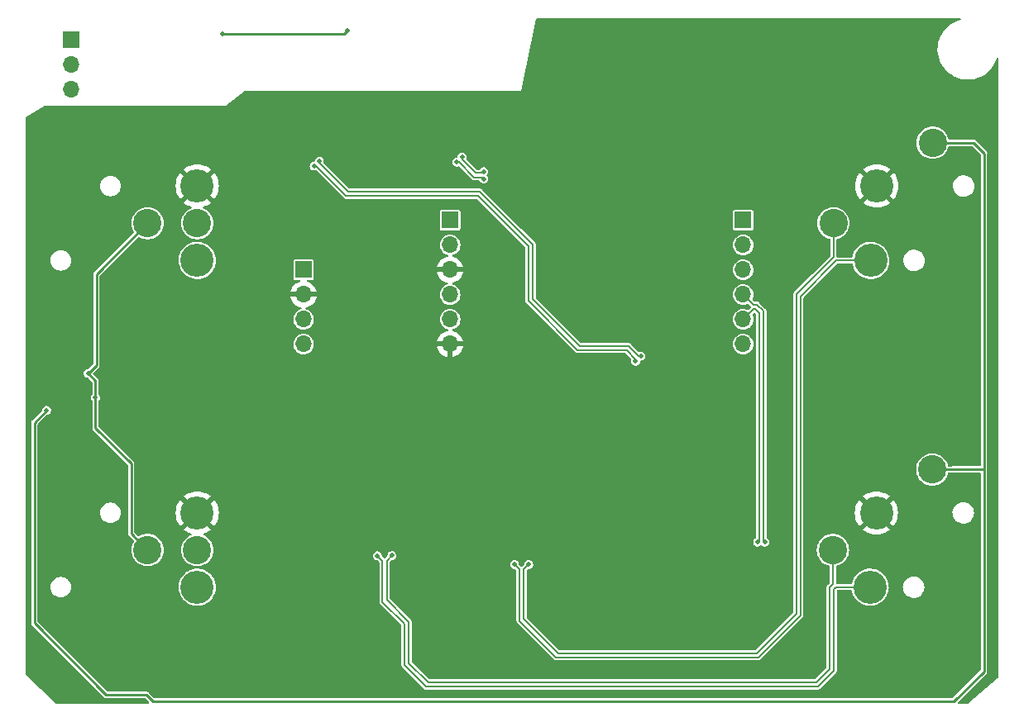
<source format=gbr>
G04 #@! TF.GenerationSoftware,KiCad,Pcbnew,6.0.2+dfsg-1*
G04 #@! TF.CreationDate,2022-08-31T21:38:21+10:00*
G04 #@! TF.ProjectId,AudioInjector.ABS.v1.balanced.preamplifier,41756469-6f49-46e6-9a65-63746f722e41,rev?*
G04 #@! TF.SameCoordinates,Original*
G04 #@! TF.FileFunction,Copper,L4,Bot*
G04 #@! TF.FilePolarity,Positive*
%FSLAX45Y45*%
G04 Gerber Fmt 4.5, Leading zero omitted, Abs format (unit mm)*
G04 Created by KiCad (PCBNEW 6.0.2+dfsg-1) date 2022-08-31 21:38:21*
%MOMM*%
%LPD*%
G01*
G04 APERTURE LIST*
G04 #@! TA.AperFunction,ComponentPad*
%ADD10C,3.400000*%
G04 #@! TD*
G04 #@! TA.AperFunction,ComponentPad*
%ADD11C,2.900000*%
G04 #@! TD*
G04 #@! TA.AperFunction,ComponentPad*
%ADD12R,1.700000X1.700000*%
G04 #@! TD*
G04 #@! TA.AperFunction,ComponentPad*
%ADD13O,1.700000X1.700000*%
G04 #@! TD*
G04 #@! TA.AperFunction,ViaPad*
%ADD14C,0.500000*%
G04 #@! TD*
G04 #@! TA.AperFunction,Conductor*
%ADD15C,0.200000*%
G04 #@! TD*
G04 #@! TA.AperFunction,Conductor*
%ADD16C,0.250000*%
G04 #@! TD*
G04 APERTURE END LIST*
D10*
X10987000Y-11900000D03*
X10987000Y-12662000D03*
D11*
X10987000Y-12281000D03*
X10479000Y-12281000D03*
D10*
X17943500Y-11900000D03*
X17880000Y-12662000D03*
D11*
X17498500Y-12281000D03*
X18515500Y-11456000D03*
D10*
X17938500Y-15250000D03*
X17875000Y-16012000D03*
D11*
X17493500Y-15631000D03*
X18510500Y-14806000D03*
D10*
X10987000Y-15250000D03*
X10987000Y-16012000D03*
D11*
X10987000Y-15631000D03*
X10479000Y-15631000D03*
D12*
X16575000Y-12250000D03*
D13*
X16575000Y-12504000D03*
X16575000Y-12758000D03*
X16575000Y-13012000D03*
X16575000Y-13266000D03*
X16575000Y-13520000D03*
D12*
X9700000Y-10402000D03*
D13*
X9700000Y-10656000D03*
X9700000Y-10910000D03*
D12*
X12075000Y-12758000D03*
D13*
X12075000Y-13012000D03*
X12075000Y-13266000D03*
X12075000Y-13520000D03*
D12*
X13575000Y-12250000D03*
D13*
X13575000Y-12504000D03*
X13575000Y-12758000D03*
X13575000Y-13012000D03*
X13575000Y-13266000D03*
X13575000Y-13520000D03*
D14*
X13360000Y-15375000D03*
X13755000Y-15200000D03*
X14330000Y-11890000D03*
X14050000Y-12910000D03*
X13610000Y-10990000D03*
X18930000Y-12727500D03*
X13020000Y-14150000D03*
X13080000Y-16920000D03*
X12660000Y-14410000D03*
X16320000Y-14130000D03*
X17570000Y-12790000D03*
X11910000Y-13650000D03*
X14100000Y-11150000D03*
X17400000Y-12580000D03*
X15230000Y-16155000D03*
X16890000Y-14530000D03*
X15350000Y-10520000D03*
X14760000Y-13950000D03*
X18922500Y-15992500D03*
X12885000Y-11805000D03*
X18587500Y-10217500D03*
X9440000Y-11145000D03*
X14717500Y-15555000D03*
X17600000Y-15880000D03*
X17490000Y-10990000D03*
X13700000Y-15940000D03*
X18355000Y-11725000D03*
X11975000Y-11875000D03*
X14710000Y-10830000D03*
X15840000Y-13350000D03*
X19125000Y-11512500D03*
X15440000Y-16790000D03*
X14930000Y-10420000D03*
X10240000Y-16540000D03*
X10565000Y-15370000D03*
X14837500Y-15215000D03*
X15680000Y-12380000D03*
X13700000Y-15940000D03*
X12180000Y-12090000D03*
X13320000Y-14610000D03*
X14670000Y-13480000D03*
X17140000Y-17110000D03*
X10750000Y-12675000D03*
X13265000Y-12655000D03*
X18497500Y-11180000D03*
X15290000Y-16930000D03*
X17590000Y-12540000D03*
X12812500Y-16247500D03*
X13040000Y-16460000D03*
X11450000Y-11050000D03*
X11130000Y-16300000D03*
X12545000Y-15895000D03*
X12397500Y-15895000D03*
X11215000Y-15650000D03*
X12170000Y-10980000D03*
X9300000Y-13845000D03*
X14400000Y-16210000D03*
X11850000Y-12805000D03*
X18962500Y-14725000D03*
X16020000Y-10760000D03*
X10550000Y-16040000D03*
X18287500Y-11295000D03*
X16880000Y-12080000D03*
X15670000Y-13750000D03*
X14200000Y-16330000D03*
X16870000Y-15250000D03*
X11985000Y-12580000D03*
X14380000Y-10720000D03*
X16120000Y-15230000D03*
X13330000Y-15940000D03*
X13640000Y-11400000D03*
X16150000Y-16790000D03*
X9812500Y-12947500D03*
X14270000Y-12200000D03*
X14500000Y-14990000D03*
X11245000Y-12290000D03*
X9640000Y-17115000D03*
X18347500Y-12467500D03*
X14080000Y-14610000D03*
X13300000Y-12060000D03*
X12390000Y-12710000D03*
X9842500Y-13995000D03*
X18727500Y-10875000D03*
X13450000Y-11870000D03*
X14880000Y-12150000D03*
X11385000Y-14400000D03*
X11740000Y-16100000D03*
X9455000Y-13130000D03*
X16130000Y-13340000D03*
X11480000Y-13040000D03*
X14670000Y-14240000D03*
X12589999Y-12950001D03*
X15150000Y-15310000D03*
X13330000Y-17100000D03*
X14050000Y-16690000D03*
X14210000Y-13700000D03*
X10452500Y-14670000D03*
X11080000Y-14790000D03*
X16370000Y-13460000D03*
X15370000Y-13770000D03*
X14960000Y-11730000D03*
X13470000Y-16070000D03*
X14180000Y-16910000D03*
X16100000Y-12160000D03*
X12720000Y-16920000D03*
X13330000Y-14160000D03*
X11540000Y-14910000D03*
X16010000Y-13200000D03*
X14130000Y-15990000D03*
X16670000Y-11150000D03*
X19150000Y-10792500D03*
X14690000Y-12470000D03*
X16490000Y-12020000D03*
X12570000Y-11630000D03*
X13030000Y-15410000D03*
X18135000Y-12662500D03*
X9445000Y-14357500D03*
X18505000Y-12795000D03*
X9760000Y-14950000D03*
X13820000Y-12555000D03*
X11470000Y-16530000D03*
X19115000Y-14725000D03*
X16640000Y-15910000D03*
X13850000Y-14620000D03*
X10910000Y-14955000D03*
X11450000Y-13560000D03*
X10137500Y-17010000D03*
X12070000Y-14560000D03*
X16070000Y-10590000D03*
X14780000Y-16395000D03*
X14980000Y-14880000D03*
X10725000Y-16022500D03*
X14270000Y-12770000D03*
X18647500Y-15137500D03*
X9340000Y-14067500D03*
X13400000Y-14925000D03*
X15820000Y-16085000D03*
X18937500Y-11750000D03*
X13960000Y-11920000D03*
X12200000Y-14740000D03*
X9400000Y-16835000D03*
X16267500Y-12555000D03*
X16880000Y-13870000D03*
X15320000Y-13060000D03*
X13350000Y-16290000D03*
X13800000Y-13310000D03*
X17750000Y-15605000D03*
X14080000Y-15680000D03*
X10720000Y-13820000D03*
X9852500Y-11470000D03*
X14620000Y-11430000D03*
X10055000Y-13170000D03*
X13410000Y-12910000D03*
X15150000Y-13280000D03*
X12810000Y-15360000D03*
X15000000Y-12960000D03*
X12360000Y-13210000D03*
X15510000Y-14090000D03*
X12820000Y-12410000D03*
X9850000Y-13440000D03*
X14100000Y-14120000D03*
X15680000Y-15480000D03*
X11750000Y-13860000D03*
X15170000Y-11470000D03*
X14110000Y-11380000D03*
X15480000Y-15290000D03*
X14810000Y-14610000D03*
X14600000Y-16790000D03*
X16860000Y-15410000D03*
X12905000Y-13145000D03*
X13790000Y-11580000D03*
X15070000Y-16325000D03*
X12930000Y-14490000D03*
X12050000Y-11600000D03*
X16880000Y-13735000D03*
X14350000Y-11500000D03*
X16860000Y-16040000D03*
X17300000Y-16840000D03*
X15250000Y-14560000D03*
X9452500Y-16390000D03*
X16080000Y-15405000D03*
X18170000Y-16740000D03*
X13160000Y-11150000D03*
X14540000Y-13100000D03*
X13305000Y-16735000D03*
X12480000Y-12080000D03*
X14360000Y-15230000D03*
X16660000Y-15230000D03*
X14732500Y-15332500D03*
X16330000Y-16110000D03*
X12620000Y-11150000D03*
X10450000Y-11265000D03*
X15440000Y-11330000D03*
X14520000Y-14100000D03*
X15790000Y-12070000D03*
X12650000Y-16760000D03*
X13730000Y-11890000D03*
X15180000Y-13130000D03*
X16540000Y-14950000D03*
X12187500Y-15950000D03*
X11935000Y-15870000D03*
X15860000Y-11590000D03*
X15835000Y-16335000D03*
X10232500Y-15565000D03*
X16250000Y-11540000D03*
X12320000Y-14170000D03*
X14700000Y-15010000D03*
X13620000Y-11760000D03*
X16200000Y-10970000D03*
X15440000Y-15715000D03*
X16170000Y-13690000D03*
X9465000Y-13475000D03*
X17040000Y-12010000D03*
X11320000Y-13190000D03*
X18967500Y-14897500D03*
X11140000Y-13060000D03*
X17060000Y-15330000D03*
X12650000Y-13830000D03*
X12510000Y-11370000D03*
X16280000Y-13120000D03*
X16070000Y-11890000D03*
X19127500Y-13877500D03*
X13260000Y-11650000D03*
X16630000Y-14310000D03*
X10102500Y-12460000D03*
X14460000Y-15510000D03*
X11040000Y-16950000D03*
X13210000Y-13170000D03*
X17060000Y-16060000D03*
X12420000Y-16110000D03*
X13790000Y-14120000D03*
X16140000Y-12342500D03*
X15510000Y-12220000D03*
X14730000Y-15160000D03*
X13080000Y-16160000D03*
X13500000Y-15020000D03*
X12645000Y-16600000D03*
X13785000Y-12140000D03*
X14000000Y-11660000D03*
X14490000Y-10230000D03*
X15410000Y-16450000D03*
X18922500Y-13895000D03*
X11710000Y-14470000D03*
X12940000Y-15160000D03*
X15520000Y-10270000D03*
X15470000Y-15150000D03*
X12640000Y-15000000D03*
X17332500Y-12057500D03*
X16860000Y-12800000D03*
X12550000Y-11870000D03*
X16280000Y-15610000D03*
X10292500Y-12697500D03*
X12500000Y-14760000D03*
X12082500Y-16760000D03*
X14800000Y-13600000D03*
X14220000Y-15510000D03*
X15660000Y-11620000D03*
X16070000Y-13880000D03*
X14990000Y-16020000D03*
X12925000Y-14980000D03*
X10182500Y-14792500D03*
X14240000Y-16750000D03*
X17650000Y-16230000D03*
X14750000Y-16092500D03*
X10270000Y-12040000D03*
X14530000Y-13680000D03*
X15490000Y-14420000D03*
X12190000Y-11420000D03*
X11740000Y-15110000D03*
X16650000Y-15410000D03*
X18942500Y-16847500D03*
X18757500Y-17050000D03*
X9470000Y-11725000D03*
X14520000Y-12200000D03*
X12110000Y-15020000D03*
X14660000Y-13220000D03*
X12900000Y-10980000D03*
X16340000Y-16570000D03*
X14560000Y-15200000D03*
X14910000Y-13740000D03*
X15580000Y-13520000D03*
X12730000Y-15930000D03*
X16590000Y-16580000D03*
X15470000Y-12600000D03*
X16650000Y-13730000D03*
X11625000Y-12600000D03*
X14895000Y-16295000D03*
X15580000Y-12810000D03*
X15200000Y-11780000D03*
X14010000Y-16210000D03*
X12280000Y-11890000D03*
X14950000Y-13470000D03*
X17490000Y-10260000D03*
X15580000Y-15875000D03*
X16870000Y-13220000D03*
X14510000Y-13380000D03*
X19140000Y-16850000D03*
X15450000Y-10990000D03*
X15830000Y-13010000D03*
X9782500Y-13610000D03*
X16620000Y-11750000D03*
X15260000Y-17110000D03*
X18912500Y-17125000D03*
X17980000Y-13770000D03*
X12900000Y-11340000D03*
X15410000Y-12930000D03*
X14200000Y-14850000D03*
X13012500Y-16727500D03*
X15320000Y-12440000D03*
X11870000Y-16490000D03*
X16450000Y-11790000D03*
X18727500Y-11595000D03*
X10725000Y-12155000D03*
X16330000Y-14660000D03*
X17050000Y-13650000D03*
X10030000Y-13815000D03*
X12980000Y-14760000D03*
X15600000Y-10620000D03*
X15410000Y-16005000D03*
X11720000Y-11360000D03*
X11330000Y-14050000D03*
X13500000Y-11600000D03*
X12080000Y-13990000D03*
X10062500Y-14377500D03*
X12840000Y-16720000D03*
X14890000Y-13070000D03*
X15280000Y-15490000D03*
X15450000Y-16610000D03*
X11245000Y-12640000D03*
X11740000Y-11140000D03*
X15430000Y-13370000D03*
X13300000Y-11370000D03*
X11960000Y-16930000D03*
X17320000Y-15880000D03*
X16680000Y-11990000D03*
X11985000Y-15370000D03*
X14750000Y-16610000D03*
X15770000Y-15130000D03*
X13410000Y-12250000D03*
X12192500Y-16107500D03*
X15740000Y-14740000D03*
X12595000Y-15680000D03*
X16660000Y-13880000D03*
X13210000Y-13870000D03*
X9830000Y-14402500D03*
X19125000Y-12737500D03*
X18960000Y-12095000D03*
X12320000Y-11540000D03*
X15100000Y-14500000D03*
X14490000Y-15900000D03*
X18790000Y-11352500D03*
X14680000Y-12950000D03*
X16350000Y-16830000D03*
X13580000Y-15150000D03*
X14670000Y-13620000D03*
X12327500Y-15200000D03*
X9435000Y-12510000D03*
X13440000Y-15150000D03*
X15190000Y-14940000D03*
X12770000Y-12140000D03*
X12185000Y-12430000D03*
X11515000Y-15775000D03*
X15440000Y-10660000D03*
X18490000Y-10565000D03*
X14620000Y-11860000D03*
X9415000Y-15540000D03*
X16797500Y-15550000D03*
X16722500Y-15550000D03*
X12980000Y-15687500D03*
X14235000Y-15780000D03*
X12830000Y-15690000D03*
X14380000Y-15780000D03*
X15526517Y-13643483D03*
X12236517Y-11643483D03*
X12183483Y-11696517D03*
X15473483Y-13696517D03*
X13696517Y-11603483D03*
X13920000Y-11752500D03*
X13643483Y-11656517D03*
X13920000Y-11827500D03*
X11243000Y-10342000D03*
X12525000Y-10310000D03*
X9445000Y-14200000D03*
X9870000Y-13820000D03*
X9945000Y-14070000D03*
D15*
X16782500Y-15535000D02*
X16797500Y-15550000D01*
X16718320Y-13116500D02*
X16782500Y-13180680D01*
X16679500Y-13116500D02*
X16718320Y-13116500D01*
X16782500Y-13180680D02*
X16782500Y-15535000D01*
X16575000Y-13012000D02*
X16679500Y-13116500D01*
X16575000Y-13266000D02*
X16679500Y-13161500D01*
X16679500Y-13161500D02*
X16699680Y-13161500D01*
X16699680Y-13161500D02*
X16737500Y-13199320D01*
X16737500Y-13199320D02*
X16737500Y-15535000D01*
X16737500Y-15535000D02*
X16722500Y-15550000D01*
X17457500Y-16850680D02*
X17320680Y-16987500D01*
X12926250Y-15741250D02*
X12980000Y-15687500D01*
X17493500Y-15631000D02*
X17493500Y-15980180D01*
X13349320Y-16987500D02*
X13152500Y-16790680D01*
X17320680Y-16987500D02*
X13349320Y-16987500D01*
X17457500Y-16016180D02*
X17457500Y-16850680D01*
X17493500Y-15980180D02*
X17457500Y-16016180D01*
X12926250Y-16144430D02*
X12926250Y-15741250D01*
X13152500Y-16370680D02*
X12926250Y-16144430D01*
X13152500Y-16790680D02*
X13152500Y-16370680D01*
X17162500Y-13029820D02*
X17162500Y-16299320D01*
X17530320Y-12662000D02*
X17162500Y-13029820D01*
X16729320Y-16732500D02*
X14660680Y-16732500D01*
X17880000Y-12662000D02*
X17530320Y-12662000D01*
X17162500Y-16299320D02*
X16729320Y-16732500D01*
X14660680Y-16732500D02*
X14285000Y-16356820D01*
X14285000Y-16356820D02*
X14285000Y-15830000D01*
X14285000Y-15830000D02*
X14235000Y-15780000D01*
X12881250Y-15741250D02*
X12830000Y-15690000D01*
X13107500Y-16809320D02*
X13107500Y-16389320D01*
X17502500Y-16869320D02*
X17339320Y-17032500D01*
X12881250Y-16163070D02*
X12881250Y-15741250D01*
X17525320Y-16012000D02*
X17502500Y-16034820D01*
X17339320Y-17032500D02*
X13330680Y-17032500D01*
X13330680Y-17032500D02*
X13107500Y-16809320D01*
X13107500Y-16389320D02*
X12881250Y-16163070D01*
X17875000Y-16012000D02*
X17525320Y-16012000D01*
X17502500Y-16034820D02*
X17502500Y-16869320D01*
X17117500Y-13011180D02*
X17117500Y-16280680D01*
X17498500Y-12281000D02*
X17498500Y-12630180D01*
X14330000Y-15830000D02*
X14380000Y-15780000D01*
X17117500Y-16280680D02*
X16710680Y-16687500D01*
X16710680Y-16687500D02*
X14679320Y-16687500D01*
X14679320Y-16687500D02*
X14330000Y-16338180D01*
X17498500Y-12630180D02*
X17117500Y-13011180D01*
X14330000Y-16338180D02*
X14330000Y-15830000D01*
X13879320Y-11957500D02*
X14422500Y-12500680D01*
X12529320Y-11957500D02*
X13879320Y-11957500D01*
X14422500Y-13060680D02*
X14900002Y-13538182D01*
X15400002Y-13538182D02*
X15505303Y-13643483D01*
X14422500Y-12500680D02*
X14422500Y-13060680D01*
X12236517Y-11643483D02*
X12236517Y-11664697D01*
X12236517Y-11664697D02*
X12529320Y-11957500D01*
X15505303Y-13643483D02*
X15526517Y-13643483D01*
X14900002Y-13538182D02*
X15400002Y-13538182D01*
X15473483Y-13675303D02*
X15473483Y-13696517D01*
X12204697Y-11696517D02*
X12510680Y-12002500D01*
X12510680Y-12002500D02*
X13860680Y-12002500D01*
X12183483Y-11696517D02*
X12204697Y-11696517D01*
X15381362Y-13583182D02*
X15473483Y-13675303D01*
X13860680Y-12002500D02*
X14377500Y-12519320D01*
X14377500Y-13079320D02*
X14881362Y-13583182D01*
X14881362Y-13583182D02*
X15381362Y-13583182D01*
X14377500Y-12519320D02*
X14377500Y-13079320D01*
X13696517Y-11624697D02*
X13839320Y-11767500D01*
X13839320Y-11767500D02*
X13905000Y-11767500D01*
X13905000Y-11767500D02*
X13920000Y-11752500D01*
X13696517Y-11603483D02*
X13696517Y-11624697D01*
X13643483Y-11656517D02*
X13664697Y-11656517D01*
X13905000Y-11812500D02*
X13920000Y-11827500D01*
X13820680Y-11812500D02*
X13905000Y-11812500D01*
X13664697Y-11656517D02*
X13820680Y-11812500D01*
D16*
X11243000Y-10342000D02*
X12493000Y-10342000D01*
X12493000Y-10342000D02*
X12525000Y-10310000D01*
X9320000Y-16380000D02*
X9320000Y-14325000D01*
X19040000Y-16875000D02*
X18730001Y-17184999D01*
X9320000Y-14325000D02*
X9445000Y-14200000D01*
X18931000Y-11456000D02*
X19040000Y-11565000D01*
X18510500Y-14806000D02*
X18715561Y-14806000D01*
X10465000Y-17115000D02*
X10055000Y-17115000D01*
X19040000Y-14795000D02*
X19040000Y-16875000D01*
X10534999Y-17184999D02*
X10465000Y-17115000D01*
X19030000Y-14805000D02*
X19040000Y-14795000D01*
X18716561Y-14805000D02*
X19030000Y-14805000D01*
X18515500Y-11456000D02*
X18931000Y-11456000D01*
X19040000Y-11565000D02*
X19040000Y-14795000D01*
X18715561Y-14806000D02*
X18716561Y-14805000D01*
X10055000Y-17115000D02*
X9320000Y-16380000D01*
X18730001Y-17184999D02*
X10534999Y-17184999D01*
X9945000Y-14070000D02*
X9945000Y-13895000D01*
X10479000Y-12281000D02*
X9955000Y-12805000D01*
X10310000Y-14745000D02*
X9945000Y-14380000D01*
X9945000Y-14380000D02*
X9945000Y-14070000D01*
X10310000Y-15462000D02*
X10310000Y-14745000D01*
X9945000Y-13895000D02*
X9870000Y-13820000D01*
X9955000Y-12805000D02*
X9955000Y-13735000D01*
X9955000Y-13735000D02*
X9870000Y-13820000D01*
X10479000Y-15631000D02*
X10310000Y-15462000D01*
G04 #@! TA.AperFunction,Conductor*
G36*
X18801322Y-10181891D02*
G01*
X18804918Y-10186841D01*
X18804918Y-10192959D01*
X18801322Y-10197909D01*
X18798273Y-10199405D01*
X18771603Y-10207178D01*
X18771603Y-10207178D01*
X18771334Y-10207257D01*
X18738861Y-10220874D01*
X18738615Y-10221011D01*
X18738615Y-10221012D01*
X18735293Y-10222872D01*
X18708138Y-10238079D01*
X18679561Y-10258652D01*
X18653495Y-10282328D01*
X18653310Y-10282539D01*
X18653310Y-10282540D01*
X18639652Y-10298113D01*
X18630278Y-10308802D01*
X18610207Y-10337735D01*
X18593540Y-10368753D01*
X18593436Y-10369014D01*
X18593436Y-10369014D01*
X18583881Y-10392963D01*
X18580492Y-10401459D01*
X18580418Y-10401729D01*
X18580418Y-10401729D01*
X18571765Y-10433468D01*
X18571230Y-10435432D01*
X18571187Y-10435708D01*
X18571187Y-10435708D01*
X18566440Y-10466551D01*
X18565873Y-10470235D01*
X18565862Y-10470514D01*
X18565862Y-10470514D01*
X18564616Y-10502237D01*
X18564491Y-10505420D01*
X18564512Y-10505700D01*
X18567080Y-10540257D01*
X18567080Y-10540258D01*
X18567100Y-10540536D01*
X18573668Y-10575130D01*
X18584110Y-10608759D01*
X18598292Y-10640990D01*
X18598433Y-10641232D01*
X18598434Y-10641232D01*
X18608765Y-10658947D01*
X18616031Y-10671408D01*
X18637100Y-10699622D01*
X18661227Y-10725270D01*
X18688102Y-10748021D01*
X18717381Y-10767585D01*
X18717629Y-10767713D01*
X18717630Y-10767713D01*
X18739523Y-10778989D01*
X18748685Y-10783708D01*
X18748948Y-10783807D01*
X18748949Y-10783807D01*
X18781351Y-10796083D01*
X18781352Y-10796084D01*
X18781614Y-10796183D01*
X18815743Y-10804851D01*
X18850634Y-10809599D01*
X18850870Y-10809609D01*
X18850870Y-10809609D01*
X18862013Y-10810046D01*
X18862015Y-10810046D01*
X18862108Y-10810050D01*
X18883920Y-10810050D01*
X18903422Y-10808943D01*
X18909876Y-10808576D01*
X18909876Y-10808576D01*
X18910156Y-10808560D01*
X18910432Y-10808513D01*
X18910433Y-10808513D01*
X18944583Y-10802645D01*
X18944584Y-10802645D01*
X18944860Y-10802597D01*
X18945129Y-10802519D01*
X18945129Y-10802519D01*
X18978397Y-10792822D01*
X18978397Y-10792822D01*
X18978666Y-10792743D01*
X19011139Y-10779126D01*
X19041862Y-10761921D01*
X19070440Y-10741348D01*
X19096505Y-10717672D01*
X19097228Y-10716847D01*
X19119537Y-10691409D01*
X19119537Y-10691409D01*
X19119722Y-10691198D01*
X19139793Y-10662265D01*
X19156460Y-10631247D01*
X19165432Y-10608759D01*
X19169404Y-10598801D01*
X19169508Y-10598541D01*
X19170549Y-10594725D01*
X19173903Y-10589608D01*
X19179625Y-10587440D01*
X19185528Y-10589049D01*
X19189358Y-10593821D01*
X19190000Y-10597329D01*
X19190000Y-16881604D01*
X19189748Y-16883823D01*
X19189486Y-16884964D01*
X19189732Y-16886052D01*
X19189730Y-16886976D01*
X19189833Y-16888184D01*
X19188274Y-16917931D01*
X19188166Y-16918961D01*
X19184832Y-16940013D01*
X19182054Y-16945464D01*
X19181526Y-16945955D01*
X18884893Y-17202138D01*
X18878941Y-17204531D01*
X18874548Y-17204762D01*
X18873236Y-17204830D01*
X18872167Y-17204737D01*
X18871122Y-17204736D01*
X18870036Y-17204486D01*
X18868949Y-17204732D01*
X18868948Y-17204732D01*
X18868842Y-17204756D01*
X18866657Y-17205000D01*
X18779933Y-17205000D01*
X18774114Y-17203109D01*
X18770518Y-17198159D01*
X18770518Y-17192041D01*
X18772933Y-17188100D01*
X19061706Y-16899327D01*
X19062343Y-16898743D01*
X19065319Y-16896246D01*
X19067263Y-16892879D01*
X19067727Y-16892151D01*
X19069067Y-16890238D01*
X19069955Y-16888968D01*
X19070180Y-16888132D01*
X19070426Y-16887603D01*
X19070626Y-16887054D01*
X19071059Y-16886305D01*
X19071283Y-16885034D01*
X19071686Y-16882745D01*
X19071733Y-16882478D01*
X19071920Y-16881635D01*
X19072702Y-16878717D01*
X19072926Y-16877881D01*
X19072588Y-16874010D01*
X19072550Y-16873147D01*
X19072550Y-14800589D01*
X19072682Y-14799585D01*
X19072627Y-14799580D01*
X19072702Y-14798717D01*
X19072926Y-14797881D01*
X19072588Y-14794010D01*
X19072550Y-14793147D01*
X19072550Y-11566853D01*
X19072588Y-11565990D01*
X19072851Y-11562982D01*
X19072926Y-11562119D01*
X19071920Y-11558365D01*
X19071733Y-11557522D01*
X19071209Y-11554548D01*
X19071209Y-11554548D01*
X19071059Y-11553695D01*
X19070626Y-11552946D01*
X19070426Y-11552397D01*
X19070180Y-11551868D01*
X19069955Y-11551032D01*
X19067727Y-11547849D01*
X19067263Y-11547120D01*
X19065752Y-11544504D01*
X19065319Y-11543754D01*
X19062343Y-11541257D01*
X19061706Y-11540673D01*
X18955327Y-11434294D01*
X18954743Y-11433657D01*
X18952246Y-11430681D01*
X18948879Y-11428737D01*
X18948151Y-11428273D01*
X18947906Y-11428101D01*
X18944968Y-11426045D01*
X18944132Y-11425820D01*
X18943603Y-11425574D01*
X18943054Y-11425374D01*
X18942305Y-11424941D01*
X18941452Y-11424791D01*
X18941452Y-11424791D01*
X18938478Y-11424267D01*
X18937635Y-11424080D01*
X18934717Y-11423298D01*
X18933881Y-11423074D01*
X18933018Y-11423149D01*
X18930010Y-11423412D01*
X18929147Y-11423450D01*
X18685230Y-11423450D01*
X18679411Y-11421559D01*
X18675815Y-11416609D01*
X18675604Y-11415861D01*
X18673048Y-11405217D01*
X18673048Y-11405216D01*
X18672957Y-11404839D01*
X18663015Y-11380837D01*
X18649441Y-11358686D01*
X18632569Y-11338931D01*
X18612814Y-11322059D01*
X18590663Y-11308485D01*
X18566661Y-11298543D01*
X18566284Y-11298452D01*
X18566283Y-11298452D01*
X18552807Y-11295217D01*
X18541399Y-11292478D01*
X18541013Y-11292447D01*
X18541012Y-11292447D01*
X18515888Y-11290470D01*
X18515500Y-11290440D01*
X18515113Y-11290470D01*
X18489988Y-11292447D01*
X18489987Y-11292447D01*
X18489601Y-11292478D01*
X18478193Y-11295217D01*
X18464717Y-11298452D01*
X18464716Y-11298452D01*
X18464339Y-11298543D01*
X18440337Y-11308485D01*
X18418186Y-11322059D01*
X18398431Y-11338931D01*
X18381559Y-11358686D01*
X18367985Y-11380837D01*
X18358043Y-11404839D01*
X18351978Y-11430101D01*
X18351948Y-11430487D01*
X18351947Y-11430488D01*
X18350119Y-11453719D01*
X18349940Y-11456000D01*
X18351978Y-11481899D01*
X18358043Y-11507161D01*
X18367985Y-11531163D01*
X18381559Y-11553314D01*
X18381812Y-11553610D01*
X18381812Y-11553610D01*
X18385895Y-11558391D01*
X18398431Y-11573069D01*
X18418186Y-11589941D01*
X18440337Y-11603515D01*
X18464339Y-11613457D01*
X18464716Y-11613548D01*
X18464717Y-11613548D01*
X18470642Y-11614970D01*
X18489601Y-11619522D01*
X18489987Y-11619552D01*
X18489988Y-11619553D01*
X18513219Y-11621381D01*
X18514481Y-11621480D01*
X18515113Y-11621530D01*
X18515500Y-11621560D01*
X18515888Y-11621530D01*
X18516519Y-11621480D01*
X18517781Y-11621381D01*
X18541012Y-11619553D01*
X18541013Y-11619552D01*
X18541399Y-11619522D01*
X18560358Y-11614970D01*
X18566283Y-11613548D01*
X18566284Y-11613548D01*
X18566661Y-11613457D01*
X18590663Y-11603515D01*
X18612814Y-11589941D01*
X18632569Y-11573069D01*
X18645105Y-11558391D01*
X18649188Y-11553610D01*
X18649188Y-11553610D01*
X18649441Y-11553314D01*
X18663015Y-11531163D01*
X18672957Y-11507161D01*
X18675604Y-11496139D01*
X18678801Y-11490922D01*
X18684453Y-11488580D01*
X18685230Y-11488550D01*
X18913417Y-11488550D01*
X18919236Y-11490441D01*
X18920417Y-11491450D01*
X19004550Y-11575583D01*
X19007328Y-11581035D01*
X19007450Y-11582583D01*
X19007450Y-14762550D01*
X19005559Y-14768369D01*
X19000609Y-14771965D01*
X18997550Y-14772450D01*
X18718414Y-14772450D01*
X18717551Y-14772412D01*
X18717219Y-14772383D01*
X18713680Y-14772074D01*
X18712844Y-14772298D01*
X18712844Y-14772298D01*
X18709926Y-14773080D01*
X18709086Y-14773266D01*
X18708896Y-14773299D01*
X18707176Y-14773450D01*
X18680230Y-14773450D01*
X18674411Y-14771559D01*
X18670815Y-14766609D01*
X18670604Y-14765861D01*
X18668048Y-14755217D01*
X18668048Y-14755216D01*
X18667957Y-14754839D01*
X18658015Y-14730837D01*
X18644441Y-14708686D01*
X18627569Y-14688931D01*
X18607814Y-14672059D01*
X18585663Y-14658485D01*
X18561661Y-14648543D01*
X18561284Y-14648452D01*
X18561283Y-14648452D01*
X18547807Y-14645217D01*
X18536399Y-14642478D01*
X18536013Y-14642447D01*
X18536012Y-14642447D01*
X18510888Y-14640470D01*
X18510500Y-14640440D01*
X18510113Y-14640470D01*
X18484988Y-14642447D01*
X18484987Y-14642447D01*
X18484601Y-14642478D01*
X18473193Y-14645217D01*
X18459717Y-14648452D01*
X18459716Y-14648452D01*
X18459339Y-14648543D01*
X18435337Y-14658485D01*
X18413186Y-14672059D01*
X18393431Y-14688931D01*
X18376559Y-14708686D01*
X18362985Y-14730837D01*
X18353043Y-14754839D01*
X18346978Y-14780101D01*
X18346948Y-14780487D01*
X18346947Y-14780488D01*
X18345366Y-14800589D01*
X18344940Y-14806000D01*
X18346978Y-14831899D01*
X18353043Y-14857161D01*
X18362985Y-14881163D01*
X18376559Y-14903314D01*
X18393431Y-14923069D01*
X18413186Y-14939941D01*
X18435337Y-14953515D01*
X18459339Y-14963457D01*
X18459716Y-14963548D01*
X18459717Y-14963548D01*
X18473193Y-14966783D01*
X18484601Y-14969522D01*
X18484987Y-14969552D01*
X18484988Y-14969553D01*
X18510113Y-14971530D01*
X18510500Y-14971560D01*
X18510888Y-14971530D01*
X18536012Y-14969553D01*
X18536013Y-14969552D01*
X18536399Y-14969522D01*
X18547807Y-14966783D01*
X18561283Y-14963548D01*
X18561284Y-14963548D01*
X18561661Y-14963457D01*
X18585663Y-14953515D01*
X18607814Y-14939941D01*
X18627569Y-14923069D01*
X18644441Y-14903314D01*
X18658015Y-14881163D01*
X18667957Y-14857161D01*
X18670604Y-14846139D01*
X18673801Y-14840922D01*
X18679453Y-14838580D01*
X18680230Y-14838550D01*
X18713708Y-14838550D01*
X18714570Y-14838588D01*
X18718442Y-14838926D01*
X18722196Y-14837920D01*
X18723040Y-14837733D01*
X18723229Y-14837700D01*
X18724946Y-14837550D01*
X18997550Y-14837550D01*
X19003369Y-14839441D01*
X19006966Y-14844391D01*
X19007450Y-14847450D01*
X19007450Y-16857417D01*
X19005559Y-16863236D01*
X19004550Y-16864417D01*
X18719418Y-17149549D01*
X18713966Y-17152327D01*
X18712418Y-17152449D01*
X10552583Y-17152449D01*
X10546763Y-17150558D01*
X10545582Y-17149549D01*
X10489327Y-17093294D01*
X10488743Y-17092658D01*
X10488512Y-17092382D01*
X10486246Y-17089681D01*
X10482879Y-17087737D01*
X10482151Y-17087273D01*
X10481906Y-17087101D01*
X10478968Y-17085045D01*
X10478132Y-17084820D01*
X10477603Y-17084574D01*
X10477054Y-17084374D01*
X10476305Y-17083941D01*
X10475452Y-17083791D01*
X10475452Y-17083791D01*
X10472478Y-17083267D01*
X10471635Y-17083080D01*
X10468717Y-17082298D01*
X10467881Y-17082074D01*
X10467018Y-17082149D01*
X10464010Y-17082412D01*
X10463147Y-17082450D01*
X10072583Y-17082450D01*
X10066764Y-17080559D01*
X10065583Y-17079550D01*
X9355450Y-16369417D01*
X9352672Y-16363965D01*
X9352550Y-16362417D01*
X9352550Y-16011263D01*
X9484444Y-16011263D01*
X9484675Y-16013797D01*
X9485886Y-16027106D01*
X9486311Y-16031780D01*
X9492128Y-16051543D01*
X9501673Y-16069800D01*
X9503240Y-16071749D01*
X9513558Y-16084582D01*
X9514582Y-16085855D01*
X9514953Y-16086167D01*
X9514953Y-16086167D01*
X9521549Y-16091702D01*
X9530363Y-16099098D01*
X9530788Y-16099331D01*
X9530788Y-16099331D01*
X9533528Y-16100837D01*
X9548416Y-16109022D01*
X9548878Y-16109169D01*
X9548878Y-16109169D01*
X9565460Y-16114429D01*
X9568053Y-16115252D01*
X9568534Y-16115306D01*
X9568535Y-16115306D01*
X9583811Y-16117019D01*
X9583811Y-16117019D01*
X9584086Y-16117050D01*
X9595184Y-16117050D01*
X9595424Y-16117026D01*
X9595424Y-16117026D01*
X9610022Y-16115595D01*
X9610022Y-16115595D01*
X9610503Y-16115548D01*
X9610966Y-16115408D01*
X9610966Y-16115408D01*
X9627803Y-16110325D01*
X9630225Y-16109593D01*
X9648415Y-16099922D01*
X9664380Y-16086901D01*
X9672941Y-16076553D01*
X9677204Y-16071400D01*
X9677204Y-16071400D01*
X9677512Y-16071027D01*
X9684545Y-16058020D01*
X9687080Y-16053331D01*
X9687080Y-16053331D01*
X9687310Y-16052905D01*
X9690671Y-16042050D01*
X9693259Y-16033687D01*
X9693259Y-16033687D01*
X9693402Y-16033225D01*
X9693506Y-16032244D01*
X9695505Y-16013218D01*
X9695505Y-16013218D01*
X9695556Y-16012737D01*
X9694944Y-16006015D01*
X10796559Y-16006015D01*
X10796572Y-16006364D01*
X10796572Y-16006365D01*
X10796804Y-16012253D01*
X10797615Y-16032908D01*
X10800238Y-16047267D01*
X10802201Y-16058020D01*
X10802451Y-16059384D01*
X10802561Y-16059716D01*
X10802561Y-16059716D01*
X10810614Y-16083852D01*
X10810968Y-16084915D01*
X10811125Y-16085228D01*
X10811125Y-16085228D01*
X10811961Y-16086901D01*
X10822998Y-16108990D01*
X10838300Y-16131131D01*
X10856570Y-16150894D01*
X10856841Y-16151115D01*
X10856841Y-16151115D01*
X10877170Y-16167666D01*
X10877441Y-16167887D01*
X10900499Y-16181768D01*
X10925282Y-16192263D01*
X10951297Y-16199161D01*
X10951645Y-16199202D01*
X10951645Y-16199202D01*
X10972181Y-16201632D01*
X10978025Y-16202324D01*
X10978373Y-16202316D01*
X10978374Y-16202316D01*
X10990634Y-16202027D01*
X11004931Y-16201690D01*
X11031480Y-16197271D01*
X11031813Y-16197166D01*
X11031813Y-16197165D01*
X11041437Y-16194122D01*
X11057141Y-16189155D01*
X11057457Y-16189004D01*
X11057457Y-16189004D01*
X11081087Y-16177657D01*
X11081087Y-16177656D01*
X11081403Y-16177505D01*
X11097382Y-16166828D01*
X11103489Y-16162747D01*
X11103490Y-16162747D01*
X11103781Y-16162553D01*
X11104041Y-16162319D01*
X11104042Y-16162319D01*
X11123568Y-16144830D01*
X11123568Y-16144830D01*
X11123829Y-16144596D01*
X11141147Y-16123994D01*
X11155389Y-16101157D01*
X11155530Y-16100837D01*
X11166130Y-16076862D01*
X11166130Y-16076861D01*
X11166271Y-16076542D01*
X11166366Y-16076205D01*
X11166366Y-16076205D01*
X11172817Y-16053331D01*
X11173577Y-16050638D01*
X11177160Y-16023964D01*
X11177168Y-16023710D01*
X11177528Y-16012253D01*
X11177528Y-16012252D01*
X11177536Y-16012000D01*
X11177483Y-16011263D01*
X11176466Y-15996894D01*
X11175635Y-15985153D01*
X11169970Y-15958842D01*
X11168118Y-15953823D01*
X11160776Y-15933921D01*
X11160655Y-15933592D01*
X11159765Y-15931942D01*
X11148041Y-15910214D01*
X11148040Y-15910214D01*
X11147874Y-15909906D01*
X11147468Y-15909355D01*
X11132093Y-15888539D01*
X11131884Y-15888257D01*
X11113003Y-15869077D01*
X11091608Y-15852749D01*
X11071467Y-15841469D01*
X11068431Y-15839769D01*
X11068431Y-15839769D01*
X11068126Y-15839598D01*
X11043025Y-15829887D01*
X11042685Y-15829809D01*
X11042684Y-15829808D01*
X11022410Y-15825109D01*
X11016806Y-15823810D01*
X10995804Y-15821991D01*
X10990342Y-15821518D01*
X10990342Y-15821518D01*
X10989993Y-15821488D01*
X10978421Y-15822125D01*
X10963470Y-15822948D01*
X10963469Y-15822948D01*
X10963120Y-15822967D01*
X10936723Y-15828218D01*
X10911329Y-15837135D01*
X10911019Y-15837296D01*
X10911019Y-15837296D01*
X10898257Y-15843926D01*
X10887446Y-15849542D01*
X10887161Y-15849745D01*
X10887161Y-15849745D01*
X10878312Y-15856069D01*
X10865548Y-15865190D01*
X10861211Y-15869327D01*
X10846327Y-15883526D01*
X10846327Y-15883526D01*
X10846074Y-15883767D01*
X10829412Y-15904903D01*
X10815894Y-15928176D01*
X10805790Y-15953121D01*
X10799302Y-15979241D01*
X10799266Y-15979590D01*
X10797646Y-15995400D01*
X10796559Y-16006015D01*
X9694944Y-16006015D01*
X9694573Y-16001937D01*
X9693733Y-15992702D01*
X9693732Y-15992702D01*
X9693689Y-15992220D01*
X9687872Y-15972457D01*
X9686301Y-15969451D01*
X9678552Y-15954629D01*
X9678327Y-15954200D01*
X9672898Y-15947447D01*
X9665722Y-15938522D01*
X9665722Y-15938522D01*
X9665419Y-15938145D01*
X9659625Y-15933283D01*
X9650009Y-15925214D01*
X9650008Y-15925214D01*
X9649637Y-15924902D01*
X9647724Y-15923851D01*
X9643474Y-15921514D01*
X9631584Y-15914978D01*
X9631123Y-15914831D01*
X9631122Y-15914831D01*
X9612408Y-15908895D01*
X9611947Y-15908748D01*
X9611466Y-15908694D01*
X9611466Y-15908694D01*
X9596189Y-15906981D01*
X9596189Y-15906981D01*
X9595914Y-15906950D01*
X9584816Y-15906950D01*
X9584576Y-15906973D01*
X9584576Y-15906973D01*
X9569978Y-15908405D01*
X9569978Y-15908405D01*
X9569497Y-15908452D01*
X9569035Y-15908592D01*
X9569034Y-15908592D01*
X9557787Y-15911987D01*
X9549775Y-15914406D01*
X9531585Y-15924078D01*
X9515620Y-15937099D01*
X9502488Y-15952972D01*
X9502258Y-15953398D01*
X9494507Y-15967733D01*
X9492690Y-15971094D01*
X9492547Y-15971556D01*
X9488230Y-15985503D01*
X9486598Y-15990775D01*
X9486547Y-15991255D01*
X9486547Y-15991256D01*
X9485136Y-16004684D01*
X9484444Y-16011263D01*
X9352550Y-16011263D01*
X9352550Y-15249263D01*
X9992444Y-15249263D01*
X9992960Y-15254929D01*
X9993886Y-15265106D01*
X9994311Y-15269780D01*
X10000128Y-15289543D01*
X10009673Y-15307800D01*
X10011240Y-15309749D01*
X10021280Y-15322236D01*
X10022582Y-15323855D01*
X10022953Y-15324167D01*
X10022953Y-15324167D01*
X10029549Y-15329702D01*
X10038363Y-15337098D01*
X10038788Y-15337331D01*
X10038788Y-15337331D01*
X10044526Y-15340486D01*
X10056416Y-15347022D01*
X10056878Y-15347169D01*
X10056878Y-15347169D01*
X10073460Y-15352429D01*
X10076053Y-15353252D01*
X10076534Y-15353306D01*
X10076535Y-15353306D01*
X10091811Y-15355019D01*
X10091811Y-15355019D01*
X10092086Y-15355050D01*
X10103184Y-15355050D01*
X10103424Y-15355026D01*
X10103424Y-15355026D01*
X10118022Y-15353595D01*
X10118022Y-15353595D01*
X10118503Y-15353548D01*
X10118966Y-15353408D01*
X10118966Y-15353408D01*
X10135803Y-15348325D01*
X10138225Y-15347593D01*
X10156415Y-15337922D01*
X10172380Y-15324901D01*
X10185512Y-15309027D01*
X10192545Y-15296020D01*
X10195080Y-15291331D01*
X10195080Y-15291331D01*
X10195310Y-15290905D01*
X10199132Y-15278559D01*
X10201259Y-15271687D01*
X10201259Y-15271687D01*
X10201402Y-15271225D01*
X10201506Y-15270244D01*
X10203505Y-15251218D01*
X10203505Y-15251218D01*
X10203556Y-15250737D01*
X10202955Y-15244133D01*
X10201733Y-15230702D01*
X10201732Y-15230702D01*
X10201689Y-15230220D01*
X10195872Y-15210457D01*
X10186327Y-15192200D01*
X10180898Y-15185447D01*
X10173722Y-15176522D01*
X10173722Y-15176522D01*
X10173419Y-15176145D01*
X10171808Y-15174793D01*
X10158009Y-15163214D01*
X10158008Y-15163214D01*
X10157637Y-15162902D01*
X10155724Y-15161851D01*
X10151474Y-15159514D01*
X10139584Y-15152978D01*
X10139123Y-15152831D01*
X10139122Y-15152831D01*
X10120408Y-15146895D01*
X10119947Y-15146748D01*
X10119466Y-15146694D01*
X10119466Y-15146694D01*
X10104189Y-15144981D01*
X10104189Y-15144981D01*
X10103914Y-15144950D01*
X10092816Y-15144950D01*
X10092576Y-15144973D01*
X10092576Y-15144973D01*
X10077978Y-15146405D01*
X10077978Y-15146405D01*
X10077497Y-15146452D01*
X10077035Y-15146592D01*
X10077034Y-15146592D01*
X10065787Y-15149987D01*
X10057775Y-15152406D01*
X10039585Y-15162078D01*
X10023620Y-15175099D01*
X10010488Y-15190972D01*
X10010258Y-15191398D01*
X10003215Y-15204424D01*
X10000690Y-15209094D01*
X9999303Y-15213576D01*
X9996270Y-15223373D01*
X9994598Y-15228775D01*
X9994547Y-15229255D01*
X9994547Y-15229256D01*
X9994395Y-15230702D01*
X9992444Y-15249263D01*
X9352550Y-15249263D01*
X9352550Y-14342583D01*
X9354441Y-14336764D01*
X9355450Y-14335583D01*
X9442979Y-14248054D01*
X9448431Y-14245276D01*
X9449537Y-14245199D01*
X9449920Y-14245151D01*
X9450626Y-14245164D01*
X9451306Y-14244979D01*
X9451306Y-14244979D01*
X9455483Y-14243840D01*
X9463076Y-14241770D01*
X9474072Y-14235018D01*
X9482732Y-14225451D01*
X9488359Y-14213837D01*
X9489460Y-14207294D01*
X9490436Y-14201489D01*
X9490436Y-14201489D01*
X9490500Y-14201112D01*
X9490513Y-14200000D01*
X9488684Y-14187226D01*
X9483343Y-14175479D01*
X9474919Y-14165703D01*
X9474328Y-14165319D01*
X9474327Y-14165319D01*
X9464682Y-14159068D01*
X9464091Y-14158684D01*
X9463415Y-14158482D01*
X9463415Y-14158482D01*
X9459134Y-14157202D01*
X9451727Y-14154987D01*
X9444064Y-14154940D01*
X9439528Y-14154912D01*
X9438823Y-14154908D01*
X9438145Y-14155101D01*
X9438145Y-14155101D01*
X9427094Y-14158260D01*
X9427093Y-14158260D01*
X9426416Y-14158454D01*
X9415502Y-14165340D01*
X9406960Y-14175012D01*
X9401475Y-14186693D01*
X9399981Y-14196291D01*
X9397199Y-14201768D01*
X9298294Y-14300673D01*
X9297658Y-14301256D01*
X9294681Y-14303754D01*
X9294248Y-14304504D01*
X9292737Y-14307120D01*
X9292273Y-14307849D01*
X9290045Y-14311032D01*
X9289820Y-14311868D01*
X9289574Y-14312397D01*
X9289374Y-14312946D01*
X9288941Y-14313695D01*
X9288791Y-14314548D01*
X9288791Y-14314548D01*
X9288267Y-14317522D01*
X9288080Y-14318365D01*
X9287074Y-14322119D01*
X9287149Y-14322982D01*
X9287412Y-14325990D01*
X9287450Y-14326853D01*
X9287450Y-16378147D01*
X9287412Y-16379009D01*
X9287074Y-16382881D01*
X9287298Y-16383717D01*
X9288080Y-16386635D01*
X9288267Y-16387478D01*
X9288941Y-16391304D01*
X9289374Y-16392054D01*
X9289574Y-16392603D01*
X9289820Y-16393132D01*
X9290045Y-16393968D01*
X9292101Y-16396906D01*
X9292273Y-16397151D01*
X9292737Y-16397879D01*
X9294681Y-16401245D01*
X9297657Y-16403743D01*
X9298294Y-16404326D01*
X10030673Y-17136706D01*
X10031257Y-17137342D01*
X10033755Y-17140319D01*
X10037121Y-17142263D01*
X10037849Y-17142727D01*
X10041032Y-17144955D01*
X10041868Y-17145180D01*
X10042397Y-17145426D01*
X10042946Y-17145626D01*
X10043696Y-17146059D01*
X10044548Y-17146209D01*
X10044548Y-17146209D01*
X10047522Y-17146733D01*
X10048365Y-17146920D01*
X10052119Y-17147926D01*
X10055991Y-17147588D01*
X10056854Y-17147550D01*
X10447417Y-17147550D01*
X10453236Y-17149441D01*
X10454417Y-17150450D01*
X10492067Y-17188100D01*
X10494845Y-17193551D01*
X10493888Y-17199595D01*
X10489561Y-17203921D01*
X10485067Y-17205000D01*
X9553396Y-17205000D01*
X9551177Y-17204748D01*
X9550036Y-17204486D01*
X9548948Y-17204732D01*
X9548024Y-17204730D01*
X9546816Y-17204833D01*
X9544172Y-17204695D01*
X9542579Y-17204611D01*
X9536867Y-17202419D01*
X9536261Y-17201886D01*
X9532357Y-17198159D01*
X9234199Y-16913554D01*
X9231295Y-16908168D01*
X9231148Y-16906911D01*
X9231092Y-16905827D01*
X9230171Y-16888261D01*
X9230354Y-16886179D01*
X9230323Y-16886175D01*
X9230388Y-16885618D01*
X9230514Y-16885072D01*
X9230514Y-16885000D01*
X9230248Y-16883832D01*
X9230000Y-16881630D01*
X9230000Y-13819444D01*
X9824490Y-13819444D01*
X9826163Y-13832239D01*
X9831361Y-13844051D01*
X9835512Y-13848990D01*
X9839210Y-13853389D01*
X9839210Y-13853389D01*
X9839664Y-13853929D01*
X9850406Y-13861080D01*
X9851079Y-13861290D01*
X9851079Y-13861290D01*
X9856565Y-13863004D01*
X9862723Y-13864928D01*
X9865016Y-13864970D01*
X9870800Y-13866967D01*
X9871835Y-13867868D01*
X9909550Y-13905583D01*
X9912328Y-13911035D01*
X9912450Y-13912583D01*
X9912450Y-14035050D01*
X9910559Y-14040869D01*
X9909970Y-14041603D01*
X9907427Y-14044483D01*
X9906960Y-14045012D01*
X9901475Y-14056693D01*
X9899490Y-14069444D01*
X9899582Y-14070144D01*
X9899582Y-14070144D01*
X9899708Y-14071112D01*
X9901163Y-14082239D01*
X9901447Y-14082884D01*
X9901447Y-14082885D01*
X9902146Y-14084472D01*
X9906361Y-14094051D01*
X9906814Y-14094591D01*
X9906814Y-14094591D01*
X9910128Y-14098533D01*
X9912425Y-14104204D01*
X9912450Y-14104903D01*
X9912450Y-14378147D01*
X9912412Y-14379009D01*
X9912074Y-14382881D01*
X9912298Y-14383717D01*
X9913080Y-14386635D01*
X9913267Y-14387478D01*
X9913941Y-14391304D01*
X9914374Y-14392054D01*
X9914574Y-14392603D01*
X9914820Y-14393132D01*
X9915045Y-14393968D01*
X9917101Y-14396906D01*
X9917273Y-14397151D01*
X9917737Y-14397879D01*
X9919681Y-14401245D01*
X9922657Y-14403743D01*
X9923294Y-14404326D01*
X10274550Y-14755583D01*
X10277328Y-14761035D01*
X10277450Y-14762583D01*
X10277450Y-15460147D01*
X10277412Y-15461009D01*
X10277074Y-15464881D01*
X10277298Y-15465717D01*
X10278080Y-15468635D01*
X10278267Y-15469478D01*
X10278941Y-15473304D01*
X10279374Y-15474054D01*
X10279574Y-15474603D01*
X10279820Y-15475132D01*
X10280045Y-15475968D01*
X10282101Y-15478906D01*
X10282273Y-15479151D01*
X10282737Y-15479879D01*
X10284681Y-15483245D01*
X10287657Y-15485743D01*
X10288294Y-15486326D01*
X10335967Y-15533999D01*
X10338744Y-15539451D01*
X10337787Y-15545494D01*
X10337407Y-15546172D01*
X10331688Y-15555505D01*
X10331688Y-15555506D01*
X10331485Y-15555837D01*
X10321543Y-15579839D01*
X10321452Y-15580216D01*
X10321452Y-15580217D01*
X10320211Y-15585387D01*
X10315478Y-15605101D01*
X10313440Y-15631000D01*
X10313470Y-15631387D01*
X10315426Y-15656237D01*
X10315478Y-15656899D01*
X10315569Y-15657277D01*
X10320526Y-15677924D01*
X10321543Y-15682161D01*
X10331485Y-15706163D01*
X10345059Y-15728314D01*
X10345312Y-15728610D01*
X10345312Y-15728610D01*
X10350856Y-15735101D01*
X10361931Y-15748069D01*
X10381686Y-15764941D01*
X10403837Y-15778515D01*
X10427839Y-15788457D01*
X10428216Y-15788548D01*
X10428217Y-15788548D01*
X10440681Y-15791540D01*
X10453101Y-15794522D01*
X10453487Y-15794552D01*
X10453488Y-15794553D01*
X10478613Y-15796530D01*
X10479000Y-15796560D01*
X10479388Y-15796530D01*
X10504512Y-15794553D01*
X10504513Y-15794552D01*
X10504899Y-15794522D01*
X10517319Y-15791540D01*
X10529783Y-15788548D01*
X10529784Y-15788548D01*
X10530161Y-15788457D01*
X10554163Y-15778515D01*
X10576314Y-15764941D01*
X10596069Y-15748069D01*
X10607144Y-15735101D01*
X10612688Y-15728610D01*
X10612688Y-15728610D01*
X10612941Y-15728314D01*
X10626515Y-15706163D01*
X10636457Y-15682161D01*
X10637475Y-15677924D01*
X10642432Y-15657277D01*
X10642522Y-15656899D01*
X10642574Y-15656237D01*
X10644530Y-15631387D01*
X10644560Y-15631000D01*
X10821440Y-15631000D01*
X10821470Y-15631387D01*
X10823426Y-15656237D01*
X10823478Y-15656899D01*
X10823569Y-15657277D01*
X10828526Y-15677924D01*
X10829543Y-15682161D01*
X10839485Y-15706163D01*
X10853059Y-15728314D01*
X10853312Y-15728610D01*
X10853312Y-15728610D01*
X10858856Y-15735101D01*
X10869931Y-15748069D01*
X10889686Y-15764941D01*
X10911837Y-15778515D01*
X10935839Y-15788457D01*
X10936216Y-15788548D01*
X10936217Y-15788548D01*
X10948681Y-15791540D01*
X10961101Y-15794522D01*
X10961487Y-15794552D01*
X10961488Y-15794553D01*
X10986613Y-15796530D01*
X10987000Y-15796560D01*
X10987388Y-15796530D01*
X11012512Y-15794553D01*
X11012513Y-15794552D01*
X11012899Y-15794522D01*
X11025319Y-15791540D01*
X11037783Y-15788548D01*
X11037784Y-15788548D01*
X11038161Y-15788457D01*
X11062163Y-15778515D01*
X11084314Y-15764941D01*
X11104069Y-15748069D01*
X11115144Y-15735101D01*
X11120688Y-15728610D01*
X11120688Y-15728610D01*
X11120941Y-15728314D01*
X11134515Y-15706163D01*
X11141441Y-15689444D01*
X12784490Y-15689444D01*
X12786163Y-15702239D01*
X12786447Y-15702884D01*
X12786447Y-15702885D01*
X12791076Y-15713405D01*
X12791360Y-15714051D01*
X12793865Y-15717030D01*
X12799210Y-15723389D01*
X12799210Y-15723389D01*
X12799664Y-15723929D01*
X12810406Y-15731080D01*
X12811079Y-15731290D01*
X12811079Y-15731290D01*
X12815632Y-15732712D01*
X12822723Y-15734928D01*
X12826145Y-15734990D01*
X12828618Y-15735036D01*
X12834401Y-15737033D01*
X12835437Y-15737934D01*
X12848300Y-15750797D01*
X12851078Y-15756249D01*
X12851200Y-15757798D01*
X12851200Y-16157719D01*
X12851170Y-16158132D01*
X12851007Y-16158604D01*
X12851042Y-16159518D01*
X12851193Y-16163546D01*
X12851200Y-16163917D01*
X12851200Y-16165865D01*
X12851282Y-16166308D01*
X12851316Y-16166827D01*
X12851427Y-16169791D01*
X12851788Y-16170630D01*
X12851788Y-16170630D01*
X12851882Y-16170848D01*
X12852518Y-16172943D01*
X12852729Y-16174075D01*
X12853209Y-16174853D01*
X12854127Y-16176343D01*
X12854795Y-16177629D01*
X12855846Y-16180076D01*
X12856248Y-16180565D01*
X12856684Y-16181001D01*
X12858111Y-16182807D01*
X12858603Y-16183605D01*
X12860927Y-16185372D01*
X12861934Y-16186251D01*
X13074550Y-16398867D01*
X13077328Y-16404319D01*
X13077450Y-16405868D01*
X13077450Y-16803969D01*
X13077420Y-16804382D01*
X13077257Y-16804854D01*
X13077292Y-16805768D01*
X13077443Y-16809796D01*
X13077450Y-16810167D01*
X13077450Y-16812115D01*
X13077532Y-16812558D01*
X13077566Y-16813077D01*
X13077677Y-16816041D01*
X13078038Y-16816880D01*
X13078038Y-16816881D01*
X13078132Y-16817098D01*
X13078768Y-16819193D01*
X13078979Y-16820325D01*
X13079459Y-16821104D01*
X13080377Y-16822593D01*
X13081045Y-16823880D01*
X13082096Y-16826326D01*
X13082498Y-16826815D01*
X13082934Y-16827251D01*
X13084361Y-16829057D01*
X13084853Y-16829855D01*
X13087177Y-16831622D01*
X13088184Y-16832501D01*
X13305648Y-17049965D01*
X13305918Y-17050278D01*
X13306137Y-17050727D01*
X13306808Y-17051349D01*
X13309762Y-17054089D01*
X13310030Y-17054347D01*
X13311408Y-17055725D01*
X13311779Y-17055979D01*
X13312170Y-17056323D01*
X13313440Y-17057501D01*
X13314345Y-17058340D01*
X13315193Y-17058679D01*
X13315193Y-17058679D01*
X13315414Y-17058767D01*
X13317345Y-17059798D01*
X13317541Y-17059932D01*
X13317541Y-17059932D01*
X13318295Y-17060449D01*
X13319184Y-17060660D01*
X13319184Y-17060660D01*
X13320887Y-17061064D01*
X13322268Y-17061501D01*
X13324742Y-17062488D01*
X13325371Y-17062550D01*
X13325988Y-17062550D01*
X13328274Y-17062818D01*
X13329187Y-17063034D01*
X13332079Y-17062640D01*
X13333414Y-17062550D01*
X17333969Y-17062550D01*
X17334382Y-17062580D01*
X17334854Y-17062743D01*
X17339796Y-17062557D01*
X17340167Y-17062550D01*
X17342115Y-17062550D01*
X17342558Y-17062468D01*
X17343077Y-17062434D01*
X17344680Y-17062374D01*
X17345128Y-17062357D01*
X17346041Y-17062323D01*
X17346880Y-17061962D01*
X17346881Y-17061962D01*
X17347098Y-17061868D01*
X17349193Y-17061232D01*
X17350325Y-17061021D01*
X17352593Y-17059623D01*
X17353880Y-17058955D01*
X17355684Y-17058180D01*
X17355684Y-17058179D01*
X17356326Y-17057904D01*
X17356815Y-17057502D01*
X17357251Y-17057066D01*
X17359057Y-17055639D01*
X17359855Y-17055147D01*
X17361622Y-17052823D01*
X17362501Y-17051816D01*
X17519965Y-16894352D01*
X17520278Y-16894082D01*
X17520727Y-16893863D01*
X17524089Y-16890238D01*
X17524347Y-16889970D01*
X17525725Y-16888592D01*
X17525979Y-16888221D01*
X17526323Y-16887830D01*
X17527719Y-16886325D01*
X17528340Y-16885655D01*
X17528679Y-16884807D01*
X17528767Y-16884586D01*
X17529798Y-16882655D01*
X17529932Y-16882459D01*
X17529932Y-16882459D01*
X17530449Y-16881705D01*
X17531064Y-16879113D01*
X17531501Y-16877732D01*
X17532488Y-16875258D01*
X17532550Y-16874629D01*
X17532550Y-16874012D01*
X17532818Y-16871726D01*
X17532823Y-16871703D01*
X17533034Y-16870813D01*
X17532640Y-16867921D01*
X17532550Y-16866586D01*
X17532550Y-16051950D01*
X17534441Y-16046131D01*
X17539391Y-16042534D01*
X17542450Y-16042050D01*
X17679029Y-16042050D01*
X17684848Y-16043941D01*
X17688445Y-16048891D01*
X17688768Y-16050171D01*
X17690451Y-16059384D01*
X17690561Y-16059716D01*
X17690561Y-16059716D01*
X17698614Y-16083852D01*
X17698968Y-16084915D01*
X17699125Y-16085228D01*
X17699125Y-16085228D01*
X17699961Y-16086901D01*
X17710998Y-16108990D01*
X17726300Y-16131131D01*
X17744570Y-16150894D01*
X17744841Y-16151115D01*
X17744841Y-16151115D01*
X17765170Y-16167666D01*
X17765441Y-16167887D01*
X17788499Y-16181768D01*
X17813282Y-16192263D01*
X17839297Y-16199161D01*
X17839645Y-16199202D01*
X17839645Y-16199202D01*
X17860181Y-16201632D01*
X17866025Y-16202324D01*
X17866373Y-16202316D01*
X17866374Y-16202316D01*
X17878634Y-16202027D01*
X17892931Y-16201690D01*
X17919480Y-16197271D01*
X17919813Y-16197166D01*
X17919813Y-16197165D01*
X17929437Y-16194122D01*
X17945141Y-16189155D01*
X17945457Y-16189004D01*
X17945457Y-16189004D01*
X17969087Y-16177657D01*
X17969087Y-16177656D01*
X17969403Y-16177505D01*
X17985382Y-16166828D01*
X17991489Y-16162747D01*
X17991490Y-16162747D01*
X17991781Y-16162553D01*
X17992041Y-16162319D01*
X17992042Y-16162319D01*
X18011568Y-16144830D01*
X18011568Y-16144830D01*
X18011829Y-16144596D01*
X18029147Y-16123994D01*
X18043389Y-16101157D01*
X18043530Y-16100837D01*
X18054130Y-16076862D01*
X18054130Y-16076861D01*
X18054271Y-16076542D01*
X18054366Y-16076205D01*
X18054366Y-16076205D01*
X18060817Y-16053331D01*
X18061577Y-16050638D01*
X18065160Y-16023964D01*
X18065168Y-16023710D01*
X18065528Y-16012253D01*
X18065528Y-16012252D01*
X18065536Y-16012000D01*
X18065483Y-16011263D01*
X18065153Y-16006600D01*
X18209081Y-16006600D01*
X18209103Y-16007071D01*
X18209103Y-16007071D01*
X18209873Y-16023710D01*
X18210052Y-16027577D01*
X18210163Y-16028035D01*
X18213996Y-16043941D01*
X18214972Y-16047992D01*
X18215167Y-16048421D01*
X18215167Y-16048421D01*
X18216018Y-16050291D01*
X18223664Y-16067108D01*
X18235814Y-16084236D01*
X18238917Y-16087207D01*
X18250643Y-16098432D01*
X18250643Y-16098432D01*
X18250983Y-16098757D01*
X18268625Y-16110148D01*
X18269062Y-16110325D01*
X18285749Y-16117050D01*
X18288102Y-16117998D01*
X18288564Y-16118088D01*
X18308363Y-16121955D01*
X18308363Y-16121955D01*
X18308712Y-16122023D01*
X18309264Y-16122050D01*
X18324747Y-16122050D01*
X18334354Y-16121133D01*
X18339935Y-16120601D01*
X18339936Y-16120601D01*
X18340405Y-16120556D01*
X18360555Y-16114645D01*
X18379224Y-16105029D01*
X18395738Y-16092058D01*
X18409501Y-16076197D01*
X18420017Y-16058020D01*
X18422701Y-16050291D01*
X18426751Y-16038627D01*
X18426751Y-16038627D01*
X18426905Y-16038183D01*
X18427721Y-16032558D01*
X18429851Y-16017867D01*
X18429851Y-16017867D01*
X18429919Y-16017400D01*
X18429751Y-16013774D01*
X18428970Y-15996894D01*
X18428970Y-15996894D01*
X18428948Y-15996423D01*
X18426504Y-15986284D01*
X18424138Y-15976466D01*
X18424138Y-15976466D01*
X18424028Y-15976008D01*
X18415336Y-15956892D01*
X18403186Y-15939764D01*
X18394712Y-15931651D01*
X18388357Y-15925568D01*
X18388357Y-15925568D01*
X18388017Y-15925242D01*
X18370375Y-15913851D01*
X18369938Y-15913675D01*
X18351336Y-15906178D01*
X18351335Y-15906178D01*
X18350898Y-15906002D01*
X18350369Y-15905898D01*
X18330637Y-15902045D01*
X18330637Y-15902045D01*
X18330288Y-15901977D01*
X18329736Y-15901950D01*
X18314253Y-15901950D01*
X18304646Y-15902867D01*
X18299065Y-15903399D01*
X18299065Y-15903399D01*
X18298595Y-15903444D01*
X18278445Y-15909355D01*
X18259776Y-15918970D01*
X18243262Y-15931942D01*
X18229499Y-15947803D01*
X18218983Y-15965980D01*
X18218829Y-15966424D01*
X18218829Y-15966424D01*
X18213446Y-15981925D01*
X18212095Y-15985817D01*
X18212027Y-15986284D01*
X18209626Y-16002845D01*
X18209081Y-16006600D01*
X18065153Y-16006600D01*
X18064466Y-15996894D01*
X18063635Y-15985153D01*
X18057970Y-15958842D01*
X18056118Y-15953823D01*
X18048776Y-15933921D01*
X18048655Y-15933592D01*
X18047765Y-15931942D01*
X18036041Y-15910214D01*
X18036040Y-15910214D01*
X18035874Y-15909906D01*
X18035468Y-15909355D01*
X18020093Y-15888539D01*
X18019884Y-15888257D01*
X18001003Y-15869077D01*
X17979608Y-15852749D01*
X17959467Y-15841469D01*
X17956431Y-15839769D01*
X17956431Y-15839769D01*
X17956126Y-15839598D01*
X17931025Y-15829887D01*
X17930685Y-15829809D01*
X17930684Y-15829808D01*
X17910410Y-15825109D01*
X17904806Y-15823810D01*
X17883804Y-15821991D01*
X17878342Y-15821518D01*
X17878342Y-15821518D01*
X17877993Y-15821488D01*
X17866421Y-15822125D01*
X17851470Y-15822948D01*
X17851469Y-15822948D01*
X17851120Y-15822967D01*
X17824723Y-15828218D01*
X17799329Y-15837135D01*
X17799019Y-15837296D01*
X17799019Y-15837296D01*
X17786257Y-15843926D01*
X17775446Y-15849542D01*
X17775161Y-15849745D01*
X17775161Y-15849745D01*
X17766312Y-15856069D01*
X17753548Y-15865190D01*
X17749211Y-15869327D01*
X17734327Y-15883526D01*
X17734327Y-15883526D01*
X17734074Y-15883767D01*
X17717412Y-15904903D01*
X17703894Y-15928176D01*
X17693790Y-15953121D01*
X17689431Y-15970669D01*
X17688495Y-15974437D01*
X17685257Y-15979628D01*
X17679586Y-15981925D01*
X17678887Y-15981950D01*
X17533450Y-15981950D01*
X17527631Y-15980059D01*
X17524035Y-15975109D01*
X17523550Y-15972050D01*
X17523550Y-15801330D01*
X17525441Y-15795511D01*
X17530391Y-15791915D01*
X17531139Y-15791704D01*
X17544283Y-15788548D01*
X17544284Y-15788548D01*
X17544661Y-15788457D01*
X17568663Y-15778515D01*
X17590814Y-15764941D01*
X17610569Y-15748069D01*
X17621644Y-15735101D01*
X17627188Y-15728610D01*
X17627188Y-15728610D01*
X17627441Y-15728314D01*
X17641015Y-15706163D01*
X17650957Y-15682161D01*
X17651975Y-15677924D01*
X17656932Y-15657277D01*
X17657022Y-15656899D01*
X17657074Y-15656237D01*
X17659030Y-15631387D01*
X17659060Y-15631000D01*
X17657022Y-15605101D01*
X17652289Y-15585387D01*
X17651048Y-15580217D01*
X17651048Y-15580216D01*
X17650957Y-15579839D01*
X17641015Y-15555837D01*
X17627441Y-15533686D01*
X17610569Y-15513931D01*
X17590814Y-15497059D01*
X17568663Y-15483485D01*
X17544661Y-15473543D01*
X17544284Y-15473452D01*
X17544283Y-15473452D01*
X17527063Y-15469318D01*
X17519399Y-15467478D01*
X17519013Y-15467447D01*
X17519012Y-15467447D01*
X17493888Y-15465470D01*
X17493500Y-15465440D01*
X17493113Y-15465470D01*
X17467988Y-15467447D01*
X17467987Y-15467447D01*
X17467601Y-15467478D01*
X17459937Y-15469318D01*
X17442717Y-15473452D01*
X17442716Y-15473452D01*
X17442339Y-15473543D01*
X17418337Y-15483485D01*
X17396186Y-15497059D01*
X17376431Y-15513931D01*
X17359559Y-15533686D01*
X17345985Y-15555837D01*
X17336043Y-15579839D01*
X17335952Y-15580216D01*
X17335952Y-15580217D01*
X17334711Y-15585387D01*
X17329978Y-15605101D01*
X17327940Y-15631000D01*
X17327970Y-15631387D01*
X17329926Y-15656237D01*
X17329978Y-15656899D01*
X17330069Y-15657277D01*
X17335026Y-15677924D01*
X17336043Y-15682161D01*
X17345985Y-15706163D01*
X17359559Y-15728314D01*
X17359812Y-15728610D01*
X17359812Y-15728610D01*
X17365356Y-15735101D01*
X17376431Y-15748069D01*
X17396186Y-15764941D01*
X17418337Y-15778515D01*
X17442339Y-15788457D01*
X17442716Y-15788548D01*
X17442717Y-15788548D01*
X17455861Y-15791704D01*
X17461078Y-15794901D01*
X17463420Y-15800553D01*
X17463450Y-15801330D01*
X17463450Y-15963632D01*
X17461559Y-15969451D01*
X17460550Y-15970633D01*
X17440035Y-15991148D01*
X17439722Y-15991418D01*
X17439273Y-15991638D01*
X17438651Y-15992308D01*
X17435911Y-15995262D01*
X17435653Y-15995530D01*
X17434275Y-15996908D01*
X17434021Y-15997279D01*
X17433677Y-15997670D01*
X17431660Y-15999845D01*
X17431321Y-16000693D01*
X17431321Y-16000694D01*
X17431233Y-16000914D01*
X17430202Y-16002845D01*
X17430068Y-16003041D01*
X17430068Y-16003041D01*
X17429551Y-16003795D01*
X17429340Y-16004684D01*
X17428936Y-16006386D01*
X17428499Y-16007768D01*
X17427771Y-16009593D01*
X17427512Y-16010242D01*
X17427450Y-16010872D01*
X17427450Y-16011488D01*
X17427183Y-16013774D01*
X17426966Y-16014687D01*
X17427271Y-16016929D01*
X17427360Y-16017579D01*
X17427450Y-16018914D01*
X17427450Y-16834132D01*
X17425559Y-16839951D01*
X17424550Y-16841133D01*
X17311133Y-16954550D01*
X17305681Y-16957328D01*
X17304132Y-16957450D01*
X13365868Y-16957450D01*
X13360049Y-16955559D01*
X13358867Y-16954550D01*
X13185450Y-16781133D01*
X13182672Y-16775681D01*
X13182550Y-16774132D01*
X13182550Y-16376031D01*
X13182580Y-16375618D01*
X13182742Y-16375146D01*
X13182557Y-16370204D01*
X13182550Y-16369832D01*
X13182550Y-16367885D01*
X13182467Y-16367442D01*
X13182434Y-16366922D01*
X13182419Y-16366517D01*
X13182323Y-16363959D01*
X13181868Y-16362901D01*
X13181232Y-16360806D01*
X13181188Y-16360574D01*
X13181188Y-16360573D01*
X13181021Y-16359675D01*
X13179623Y-16357407D01*
X13178955Y-16356120D01*
X13178179Y-16354316D01*
X13178179Y-16354316D01*
X13177904Y-16353674D01*
X13177502Y-16353185D01*
X13177066Y-16352749D01*
X13175639Y-16350943D01*
X13175626Y-16350923D01*
X13175147Y-16350145D01*
X13172823Y-16348378D01*
X13171816Y-16347499D01*
X12959200Y-16134882D01*
X12956422Y-16129431D01*
X12956300Y-16127882D01*
X12956300Y-15779444D01*
X14189490Y-15779444D01*
X14189582Y-15780144D01*
X14189582Y-15780144D01*
X14189708Y-15781112D01*
X14191163Y-15792239D01*
X14191447Y-15792884D01*
X14191447Y-15792885D01*
X14196076Y-15803405D01*
X14196360Y-15804051D01*
X14199086Y-15807293D01*
X14204210Y-15813389D01*
X14204210Y-15813389D01*
X14204664Y-15813929D01*
X14215406Y-15821080D01*
X14216079Y-15821290D01*
X14216079Y-15821290D01*
X14224050Y-15823780D01*
X14227723Y-15824928D01*
X14231145Y-15824990D01*
X14233618Y-15825036D01*
X14239401Y-15827033D01*
X14240437Y-15827934D01*
X14252050Y-15839547D01*
X14254828Y-15844999D01*
X14254950Y-15846548D01*
X14254950Y-16351469D01*
X14254920Y-16351882D01*
X14254757Y-16352354D01*
X14254943Y-16357296D01*
X14254950Y-16357667D01*
X14254950Y-16359615D01*
X14255032Y-16360058D01*
X14255066Y-16360577D01*
X14255177Y-16363541D01*
X14255538Y-16364380D01*
X14255538Y-16364380D01*
X14255632Y-16364598D01*
X14256268Y-16366693D01*
X14256479Y-16367825D01*
X14257830Y-16370017D01*
X14257877Y-16370093D01*
X14258545Y-16371379D01*
X14259596Y-16373826D01*
X14259998Y-16374315D01*
X14260434Y-16374751D01*
X14261861Y-16376557D01*
X14262353Y-16377355D01*
X14264677Y-16379122D01*
X14265684Y-16380001D01*
X14635648Y-16749965D01*
X14635918Y-16750278D01*
X14636137Y-16750727D01*
X14636808Y-16751349D01*
X14639762Y-16754089D01*
X14640030Y-16754347D01*
X14641408Y-16755725D01*
X14641779Y-16755979D01*
X14642170Y-16756323D01*
X14643440Y-16757501D01*
X14644345Y-16758340D01*
X14645193Y-16758679D01*
X14645193Y-16758679D01*
X14645414Y-16758767D01*
X14647345Y-16759798D01*
X14647541Y-16759932D01*
X14647541Y-16759932D01*
X14648295Y-16760449D01*
X14649184Y-16760660D01*
X14649184Y-16760660D01*
X14650887Y-16761064D01*
X14652268Y-16761501D01*
X14654742Y-16762488D01*
X14655371Y-16762550D01*
X14655988Y-16762550D01*
X14658274Y-16762817D01*
X14659187Y-16763034D01*
X14662079Y-16762640D01*
X14663414Y-16762550D01*
X16723969Y-16762550D01*
X16724382Y-16762580D01*
X16724854Y-16762742D01*
X16729796Y-16762557D01*
X16730167Y-16762550D01*
X16732115Y-16762550D01*
X16732558Y-16762467D01*
X16733077Y-16762434D01*
X16734680Y-16762374D01*
X16735127Y-16762357D01*
X16736041Y-16762323D01*
X16736880Y-16761962D01*
X16736880Y-16761962D01*
X16737098Y-16761868D01*
X16739193Y-16761232D01*
X16740325Y-16761021D01*
X16742593Y-16759623D01*
X16743880Y-16758955D01*
X16745684Y-16758179D01*
X16745684Y-16758179D01*
X16746326Y-16757904D01*
X16746815Y-16757502D01*
X16747251Y-16757066D01*
X16749057Y-16755639D01*
X16749855Y-16755147D01*
X16751622Y-16752823D01*
X16752501Y-16751816D01*
X17179966Y-16324352D01*
X17180278Y-16324082D01*
X17180727Y-16323862D01*
X17184088Y-16320239D01*
X17184346Y-16319972D01*
X17185725Y-16318592D01*
X17185979Y-16318221D01*
X17186323Y-16317829D01*
X17187719Y-16316325D01*
X17187719Y-16316325D01*
X17188340Y-16315655D01*
X17188679Y-16314807D01*
X17188679Y-16314806D01*
X17188767Y-16314586D01*
X17189798Y-16312655D01*
X17189932Y-16312459D01*
X17189932Y-16312459D01*
X17190449Y-16311705D01*
X17191064Y-16309114D01*
X17191501Y-16307732D01*
X17192229Y-16305907D01*
X17192229Y-16305907D01*
X17192488Y-16305258D01*
X17192550Y-16304628D01*
X17192550Y-16304012D01*
X17192818Y-16301726D01*
X17192823Y-16301703D01*
X17192823Y-16301702D01*
X17193034Y-16300813D01*
X17192640Y-16297921D01*
X17192550Y-16296586D01*
X17192550Y-15423327D01*
X17801677Y-15423327D01*
X17801732Y-15423676D01*
X17801882Y-15423869D01*
X17803553Y-15425334D01*
X17804066Y-15425728D01*
X17827593Y-15441448D01*
X17828154Y-15441772D01*
X17853532Y-15454287D01*
X17854129Y-15454534D01*
X17880924Y-15463630D01*
X17881547Y-15463797D01*
X17909301Y-15469318D01*
X17909941Y-15469402D01*
X17938177Y-15471253D01*
X17938824Y-15471253D01*
X17967059Y-15469402D01*
X17967699Y-15469318D01*
X17995453Y-15463797D01*
X17996076Y-15463630D01*
X18022871Y-15454534D01*
X18023469Y-15454287D01*
X18048846Y-15441772D01*
X18049407Y-15441448D01*
X18072934Y-15425728D01*
X18073447Y-15425334D01*
X18074648Y-15424281D01*
X18075330Y-15423135D01*
X18075297Y-15422783D01*
X18075160Y-15422581D01*
X17939609Y-15287030D01*
X17938420Y-15286424D01*
X17937917Y-15286504D01*
X17802282Y-15422139D01*
X17801677Y-15423327D01*
X17192550Y-15423327D01*
X17192550Y-15250323D01*
X17717247Y-15250323D01*
X17719098Y-15278559D01*
X17719182Y-15279199D01*
X17724703Y-15306953D01*
X17724870Y-15307576D01*
X17733966Y-15334371D01*
X17734213Y-15334968D01*
X17746728Y-15360346D01*
X17747052Y-15360907D01*
X17762772Y-15384434D01*
X17763166Y-15384947D01*
X17764219Y-15386147D01*
X17765365Y-15386830D01*
X17765717Y-15386797D01*
X17765919Y-15386660D01*
X17901470Y-15251109D01*
X17901995Y-15250080D01*
X17974924Y-15250080D01*
X17975004Y-15250583D01*
X18110639Y-15386218D01*
X18111827Y-15386823D01*
X18112176Y-15386768D01*
X18112369Y-15386618D01*
X18113835Y-15384947D01*
X18114228Y-15384434D01*
X18129949Y-15360907D01*
X18130272Y-15360346D01*
X18142787Y-15334968D01*
X18143034Y-15334371D01*
X18152130Y-15307576D01*
X18152297Y-15306953D01*
X18157818Y-15279199D01*
X18157902Y-15278559D01*
X18159753Y-15250323D01*
X18159753Y-15249676D01*
X18159420Y-15244600D01*
X18717081Y-15244600D01*
X18717103Y-15245071D01*
X18717103Y-15245071D01*
X18717366Y-15250737D01*
X18718052Y-15265577D01*
X18718163Y-15266035D01*
X18720608Y-15276183D01*
X18722972Y-15285992D01*
X18723167Y-15286421D01*
X18723167Y-15286421D01*
X18724376Y-15289079D01*
X18731664Y-15305108D01*
X18743814Y-15322236D01*
X18746917Y-15325207D01*
X18758643Y-15336432D01*
X18758643Y-15336432D01*
X18758983Y-15336757D01*
X18776625Y-15348148D01*
X18777062Y-15348325D01*
X18793749Y-15355050D01*
X18796102Y-15355998D01*
X18796564Y-15356088D01*
X18816363Y-15359955D01*
X18816363Y-15359955D01*
X18816712Y-15360023D01*
X18817264Y-15360050D01*
X18832747Y-15360050D01*
X18842354Y-15359133D01*
X18847935Y-15358601D01*
X18847936Y-15358601D01*
X18848405Y-15358556D01*
X18868555Y-15352645D01*
X18887224Y-15343029D01*
X18903738Y-15330058D01*
X18917501Y-15314197D01*
X18928017Y-15296020D01*
X18931321Y-15286504D01*
X18934751Y-15276627D01*
X18934751Y-15276627D01*
X18934905Y-15276183D01*
X18935694Y-15270744D01*
X18937851Y-15255867D01*
X18937851Y-15255867D01*
X18937919Y-15255400D01*
X18937897Y-15254929D01*
X18936970Y-15234894D01*
X18936970Y-15234894D01*
X18936948Y-15234423D01*
X18934504Y-15224284D01*
X18932138Y-15214466D01*
X18932138Y-15214466D01*
X18932028Y-15214008D01*
X18931556Y-15212970D01*
X18923531Y-15195321D01*
X18923336Y-15194892D01*
X18911186Y-15177764D01*
X18898510Y-15165629D01*
X18896357Y-15163568D01*
X18896357Y-15163568D01*
X18896017Y-15163242D01*
X18878375Y-15151851D01*
X18867754Y-15147571D01*
X18859336Y-15144178D01*
X18859335Y-15144178D01*
X18858898Y-15144002D01*
X18858369Y-15143898D01*
X18838637Y-15140045D01*
X18838637Y-15140045D01*
X18838288Y-15139977D01*
X18837736Y-15139950D01*
X18822253Y-15139950D01*
X18812646Y-15140867D01*
X18807065Y-15141399D01*
X18807065Y-15141399D01*
X18806595Y-15141444D01*
X18786445Y-15147355D01*
X18767776Y-15156970D01*
X18751262Y-15169942D01*
X18737499Y-15185803D01*
X18726983Y-15203980D01*
X18726829Y-15204424D01*
X18726829Y-15204424D01*
X18723342Y-15214466D01*
X18720095Y-15223817D01*
X18720027Y-15224284D01*
X18719234Y-15229756D01*
X18717081Y-15244600D01*
X18159420Y-15244600D01*
X18157902Y-15221441D01*
X18157818Y-15220801D01*
X18152297Y-15193047D01*
X18152130Y-15192424D01*
X18143034Y-15165629D01*
X18142787Y-15165031D01*
X18130272Y-15139654D01*
X18129949Y-15139093D01*
X18114228Y-15115566D01*
X18113835Y-15115053D01*
X18112781Y-15113852D01*
X18111635Y-15113170D01*
X18111283Y-15113203D01*
X18111081Y-15113340D01*
X17975530Y-15248891D01*
X17974924Y-15250080D01*
X17901995Y-15250080D01*
X17902076Y-15249920D01*
X17901996Y-15249417D01*
X17766361Y-15113782D01*
X17765173Y-15113177D01*
X17764824Y-15113232D01*
X17764631Y-15113382D01*
X17763166Y-15115053D01*
X17762772Y-15115566D01*
X17747052Y-15139093D01*
X17746728Y-15139654D01*
X17734213Y-15165031D01*
X17733966Y-15165629D01*
X17724870Y-15192424D01*
X17724703Y-15193047D01*
X17719182Y-15220801D01*
X17719098Y-15221441D01*
X17717247Y-15249676D01*
X17717247Y-15250323D01*
X17192550Y-15250323D01*
X17192550Y-15076865D01*
X17801670Y-15076865D01*
X17801703Y-15077217D01*
X17801840Y-15077419D01*
X17937391Y-15212970D01*
X17938580Y-15213576D01*
X17939083Y-15213496D01*
X18074718Y-15077861D01*
X18075323Y-15076673D01*
X18075268Y-15076324D01*
X18075118Y-15076131D01*
X18073447Y-15074665D01*
X18072934Y-15074272D01*
X18049407Y-15058551D01*
X18048846Y-15058228D01*
X18023469Y-15045713D01*
X18022871Y-15045466D01*
X17996076Y-15036370D01*
X17995453Y-15036203D01*
X17967699Y-15030682D01*
X17967059Y-15030598D01*
X17938824Y-15028747D01*
X17938177Y-15028747D01*
X17909941Y-15030598D01*
X17909301Y-15030682D01*
X17881547Y-15036203D01*
X17880924Y-15036370D01*
X17854129Y-15045466D01*
X17853532Y-15045713D01*
X17828154Y-15058228D01*
X17827593Y-15058551D01*
X17804066Y-15074272D01*
X17803553Y-15074665D01*
X17802353Y-15075719D01*
X17801670Y-15076865D01*
X17192550Y-15076865D01*
X17192550Y-13046368D01*
X17194441Y-13040549D01*
X17195450Y-13039367D01*
X17539867Y-12694950D01*
X17545319Y-12692172D01*
X17546868Y-12692050D01*
X17684029Y-12692050D01*
X17689848Y-12693941D01*
X17693445Y-12698891D01*
X17693768Y-12700171D01*
X17695451Y-12709384D01*
X17695561Y-12709716D01*
X17695561Y-12709716D01*
X17702842Y-12731538D01*
X17703968Y-12734915D01*
X17704125Y-12735228D01*
X17704125Y-12735228D01*
X17704778Y-12736534D01*
X17715998Y-12758990D01*
X17731300Y-12781131D01*
X17749570Y-12800894D01*
X17749841Y-12801115D01*
X17749841Y-12801115D01*
X17770170Y-12817666D01*
X17770441Y-12817887D01*
X17770740Y-12818067D01*
X17770740Y-12818067D01*
X17772393Y-12819062D01*
X17793499Y-12831768D01*
X17818282Y-12842263D01*
X17844297Y-12849161D01*
X17844645Y-12849202D01*
X17844645Y-12849202D01*
X17865181Y-12851632D01*
X17871025Y-12852324D01*
X17871373Y-12852316D01*
X17871374Y-12852316D01*
X17883634Y-12852027D01*
X17897931Y-12851690D01*
X17924480Y-12847271D01*
X17924813Y-12847166D01*
X17924813Y-12847165D01*
X17934437Y-12844122D01*
X17950141Y-12839155D01*
X17950457Y-12839004D01*
X17950457Y-12839004D01*
X17974087Y-12827657D01*
X17974087Y-12827656D01*
X17974403Y-12827505D01*
X17992245Y-12815583D01*
X17996489Y-12812747D01*
X17996490Y-12812747D01*
X17996781Y-12812553D01*
X17997041Y-12812319D01*
X17997042Y-12812319D01*
X18016568Y-12794830D01*
X18016568Y-12794830D01*
X18016829Y-12794596D01*
X18034147Y-12773994D01*
X18048389Y-12751157D01*
X18048530Y-12750837D01*
X18059130Y-12726862D01*
X18059130Y-12726861D01*
X18059271Y-12726542D01*
X18059366Y-12726205D01*
X18059366Y-12726205D01*
X18065817Y-12703331D01*
X18066577Y-12700638D01*
X18070160Y-12673964D01*
X18070168Y-12673710D01*
X18070528Y-12662253D01*
X18070528Y-12662252D01*
X18070536Y-12662000D01*
X18070483Y-12661263D01*
X18070153Y-12656600D01*
X18214081Y-12656600D01*
X18214103Y-12657071D01*
X18214103Y-12657071D01*
X18214873Y-12673710D01*
X18215052Y-12677577D01*
X18215163Y-12678035D01*
X18218996Y-12693941D01*
X18219972Y-12697992D01*
X18220167Y-12698421D01*
X18220167Y-12698421D01*
X18221018Y-12700291D01*
X18228664Y-12717108D01*
X18240814Y-12734236D01*
X18243917Y-12737207D01*
X18255643Y-12748432D01*
X18255643Y-12748432D01*
X18255983Y-12748757D01*
X18273625Y-12760148D01*
X18274062Y-12760325D01*
X18290749Y-12767050D01*
X18293102Y-12767998D01*
X18293564Y-12768088D01*
X18313363Y-12771955D01*
X18313363Y-12771955D01*
X18313712Y-12772023D01*
X18314264Y-12772050D01*
X18329747Y-12772050D01*
X18339354Y-12771133D01*
X18344935Y-12770601D01*
X18344936Y-12770601D01*
X18345405Y-12770556D01*
X18365555Y-12764645D01*
X18384224Y-12755029D01*
X18400738Y-12742058D01*
X18414501Y-12726197D01*
X18425017Y-12708020D01*
X18427701Y-12700291D01*
X18431751Y-12688627D01*
X18431751Y-12688627D01*
X18431905Y-12688183D01*
X18431973Y-12687716D01*
X18434851Y-12667867D01*
X18434851Y-12667867D01*
X18434919Y-12667400D01*
X18434778Y-12664366D01*
X18433970Y-12646894D01*
X18433970Y-12646894D01*
X18433948Y-12646423D01*
X18431504Y-12636284D01*
X18429138Y-12626466D01*
X18429138Y-12626466D01*
X18429028Y-12626008D01*
X18428743Y-12625383D01*
X18420531Y-12607321D01*
X18420336Y-12606892D01*
X18419912Y-12606294D01*
X18408459Y-12590148D01*
X18408186Y-12589764D01*
X18398449Y-12580442D01*
X18393357Y-12575568D01*
X18393357Y-12575568D01*
X18393017Y-12575242D01*
X18375375Y-12563851D01*
X18369693Y-12561561D01*
X18356336Y-12556178D01*
X18356335Y-12556178D01*
X18355898Y-12556002D01*
X18355369Y-12555898D01*
X18335637Y-12552045D01*
X18335637Y-12552045D01*
X18335288Y-12551977D01*
X18334736Y-12551950D01*
X18319253Y-12551950D01*
X18309646Y-12552867D01*
X18304065Y-12553399D01*
X18304065Y-12553399D01*
X18303595Y-12553444D01*
X18283445Y-12559355D01*
X18264776Y-12568970D01*
X18248262Y-12581942D01*
X18234499Y-12597803D01*
X18223983Y-12615980D01*
X18223829Y-12616424D01*
X18223829Y-12616424D01*
X18218446Y-12631925D01*
X18217095Y-12635817D01*
X18217027Y-12636284D01*
X18214393Y-12654448D01*
X18214081Y-12656600D01*
X18070153Y-12656600D01*
X18069155Y-12642505D01*
X18068635Y-12635153D01*
X18062970Y-12608842D01*
X18062643Y-12607955D01*
X18053776Y-12583921D01*
X18053655Y-12583592D01*
X18052765Y-12581942D01*
X18041041Y-12560214D01*
X18041040Y-12560214D01*
X18040874Y-12559906D01*
X18040468Y-12559355D01*
X18025093Y-12538539D01*
X18024884Y-12538257D01*
X18006003Y-12519077D01*
X17987749Y-12505146D01*
X17984887Y-12502962D01*
X17984887Y-12502961D01*
X17984608Y-12502749D01*
X17961126Y-12489598D01*
X17936025Y-12479887D01*
X17935685Y-12479809D01*
X17935684Y-12479808D01*
X17919442Y-12476044D01*
X17909806Y-12473810D01*
X17888804Y-12471991D01*
X17883342Y-12471518D01*
X17883342Y-12471518D01*
X17882993Y-12471488D01*
X17871421Y-12472125D01*
X17856470Y-12472948D01*
X17856469Y-12472948D01*
X17856120Y-12472967D01*
X17829723Y-12478218D01*
X17804329Y-12487135D01*
X17804019Y-12487296D01*
X17804019Y-12487296D01*
X17799259Y-12489769D01*
X17780446Y-12499542D01*
X17780161Y-12499745D01*
X17780161Y-12499745D01*
X17773882Y-12504232D01*
X17758548Y-12515190D01*
X17754211Y-12519327D01*
X17739327Y-12533526D01*
X17739327Y-12533526D01*
X17739074Y-12533767D01*
X17722412Y-12554903D01*
X17708894Y-12578176D01*
X17705129Y-12587472D01*
X17699076Y-12602414D01*
X17698790Y-12603121D01*
X17694431Y-12620669D01*
X17693495Y-12624437D01*
X17690257Y-12629628D01*
X17684586Y-12631925D01*
X17683887Y-12631950D01*
X17538450Y-12631950D01*
X17532631Y-12630059D01*
X17529035Y-12625109D01*
X17528550Y-12622050D01*
X17528550Y-12451330D01*
X17530441Y-12445511D01*
X17535391Y-12441915D01*
X17536139Y-12441704D01*
X17549283Y-12438548D01*
X17549284Y-12438548D01*
X17549661Y-12438457D01*
X17573663Y-12428515D01*
X17595814Y-12414941D01*
X17615569Y-12398069D01*
X17632441Y-12378314D01*
X17646015Y-12356163D01*
X17655957Y-12332161D01*
X17662022Y-12306899D01*
X17664060Y-12281000D01*
X17662022Y-12255101D01*
X17655957Y-12229839D01*
X17646015Y-12205837D01*
X17632441Y-12183686D01*
X17615569Y-12163931D01*
X17595814Y-12147059D01*
X17573663Y-12133485D01*
X17549661Y-12123543D01*
X17549284Y-12123452D01*
X17549283Y-12123452D01*
X17532063Y-12119318D01*
X17524399Y-12117478D01*
X17524013Y-12117447D01*
X17524012Y-12117447D01*
X17498888Y-12115470D01*
X17498500Y-12115440D01*
X17498113Y-12115470D01*
X17472988Y-12117447D01*
X17472987Y-12117447D01*
X17472601Y-12117478D01*
X17464937Y-12119318D01*
X17447717Y-12123452D01*
X17447716Y-12123452D01*
X17447339Y-12123543D01*
X17423337Y-12133485D01*
X17401186Y-12147059D01*
X17381431Y-12163931D01*
X17364559Y-12183686D01*
X17350985Y-12205837D01*
X17341043Y-12229839D01*
X17334978Y-12255101D01*
X17332940Y-12281000D01*
X17334978Y-12306899D01*
X17341043Y-12332161D01*
X17350985Y-12356163D01*
X17364559Y-12378314D01*
X17381431Y-12398069D01*
X17401186Y-12414941D01*
X17423337Y-12428515D01*
X17447339Y-12438457D01*
X17447716Y-12438548D01*
X17447717Y-12438548D01*
X17460861Y-12441704D01*
X17466078Y-12444901D01*
X17468420Y-12450553D01*
X17468450Y-12451330D01*
X17468450Y-12613632D01*
X17466559Y-12619451D01*
X17465550Y-12620633D01*
X17280192Y-12805990D01*
X17100035Y-12986148D01*
X17099722Y-12986418D01*
X17099273Y-12986637D01*
X17098651Y-12987308D01*
X17095911Y-12990262D01*
X17095653Y-12990530D01*
X17094275Y-12991908D01*
X17094021Y-12992279D01*
X17093677Y-12992670D01*
X17091660Y-12994845D01*
X17091321Y-12995693D01*
X17091321Y-12995693D01*
X17091233Y-12995914D01*
X17090202Y-12997845D01*
X17090068Y-12998041D01*
X17090068Y-12998041D01*
X17089551Y-12998795D01*
X17089340Y-12999684D01*
X17088936Y-13001386D01*
X17088499Y-13002768D01*
X17087771Y-13004593D01*
X17087512Y-13005242D01*
X17087450Y-13005871D01*
X17087450Y-13006488D01*
X17087183Y-13008774D01*
X17086966Y-13009687D01*
X17087319Y-13012278D01*
X17087360Y-13012579D01*
X17087450Y-13013914D01*
X17087450Y-16264132D01*
X17085559Y-16269951D01*
X17084550Y-16271132D01*
X16701132Y-16654550D01*
X16695681Y-16657328D01*
X16694132Y-16657450D01*
X14695868Y-16657450D01*
X14690049Y-16655559D01*
X14688867Y-16654550D01*
X14362950Y-16328632D01*
X14360172Y-16323181D01*
X14360050Y-16321632D01*
X14360050Y-15846548D01*
X14361941Y-15840729D01*
X14362950Y-15839547D01*
X14374507Y-15827990D01*
X14379959Y-15825212D01*
X14381689Y-15825092D01*
X14383247Y-15825121D01*
X14384920Y-15825151D01*
X14384920Y-15825151D01*
X14385625Y-15825164D01*
X14386306Y-15824979D01*
X14386306Y-15824979D01*
X14390703Y-15823780D01*
X14398075Y-15821770D01*
X14409072Y-15815018D01*
X14414098Y-15809465D01*
X14417259Y-15805973D01*
X14417259Y-15805973D01*
X14417732Y-15805451D01*
X14423359Y-15793837D01*
X14424892Y-15784721D01*
X14425436Y-15781489D01*
X14425436Y-15781489D01*
X14425500Y-15781112D01*
X14425513Y-15780000D01*
X14423684Y-15767226D01*
X14418343Y-15755479D01*
X14409919Y-15745703D01*
X14409328Y-15745319D01*
X14409327Y-15745319D01*
X14399682Y-15739068D01*
X14399091Y-15738684D01*
X14398415Y-15738482D01*
X14398415Y-15738482D01*
X14393570Y-15737033D01*
X14386727Y-15734987D01*
X14379064Y-15734940D01*
X14374528Y-15734912D01*
X14373823Y-15734908D01*
X14373145Y-15735101D01*
X14373145Y-15735101D01*
X14362093Y-15738260D01*
X14362093Y-15738260D01*
X14361415Y-15738454D01*
X14350502Y-15745340D01*
X14341960Y-15755012D01*
X14336475Y-15766693D01*
X14334490Y-15779444D01*
X14334425Y-15779434D01*
X14332635Y-15784721D01*
X14331698Y-15785805D01*
X14314500Y-15803002D01*
X14309049Y-15805780D01*
X14303005Y-15804823D01*
X14300500Y-15803003D01*
X14291929Y-15794431D01*
X14283328Y-15785831D01*
X14280550Y-15780379D01*
X14280513Y-15780042D01*
X14280513Y-15780000D01*
X14278684Y-15767226D01*
X14273343Y-15755479D01*
X14264919Y-15745703D01*
X14264328Y-15745319D01*
X14264327Y-15745319D01*
X14254682Y-15739068D01*
X14254091Y-15738684D01*
X14253415Y-15738482D01*
X14253415Y-15738482D01*
X14248570Y-15737033D01*
X14241727Y-15734987D01*
X14234064Y-15734940D01*
X14229528Y-15734912D01*
X14228823Y-15734908D01*
X14228145Y-15735101D01*
X14228145Y-15735101D01*
X14217093Y-15738260D01*
X14217093Y-15738260D01*
X14216415Y-15738454D01*
X14205502Y-15745340D01*
X14196960Y-15755012D01*
X14191475Y-15766693D01*
X14189490Y-15779444D01*
X12956300Y-15779444D01*
X12956300Y-15757798D01*
X12958191Y-15751979D01*
X12959200Y-15750797D01*
X12974507Y-15735490D01*
X12979959Y-15732712D01*
X12981689Y-15732592D01*
X12983247Y-15732621D01*
X12984920Y-15732651D01*
X12984920Y-15732651D01*
X12985625Y-15732664D01*
X12986306Y-15732479D01*
X12986306Y-15732479D01*
X12991438Y-15731080D01*
X12998075Y-15729270D01*
X13009072Y-15722518D01*
X13014567Y-15716447D01*
X13017259Y-15713473D01*
X13017259Y-15713473D01*
X13017732Y-15712951D01*
X13023359Y-15701337D01*
X13024710Y-15693305D01*
X13025436Y-15688989D01*
X13025436Y-15688989D01*
X13025500Y-15688612D01*
X13025513Y-15687500D01*
X13023684Y-15674726D01*
X13018343Y-15662979D01*
X13012073Y-15655703D01*
X13010380Y-15653737D01*
X13010380Y-15653737D01*
X13009919Y-15653203D01*
X13009328Y-15652819D01*
X13009327Y-15652819D01*
X12999682Y-15646568D01*
X12999091Y-15646184D01*
X12998415Y-15645982D01*
X12998415Y-15645982D01*
X12994133Y-15644702D01*
X12986727Y-15642487D01*
X12979064Y-15642440D01*
X12974528Y-15642412D01*
X12973823Y-15642408D01*
X12973145Y-15642601D01*
X12973145Y-15642601D01*
X12962093Y-15645760D01*
X12962093Y-15645760D01*
X12961415Y-15645954D01*
X12950502Y-15652840D01*
X12941960Y-15662512D01*
X12936475Y-15674193D01*
X12934490Y-15686944D01*
X12934425Y-15686934D01*
X12932635Y-15692221D01*
X12931698Y-15693305D01*
X12910750Y-15714252D01*
X12905299Y-15717030D01*
X12899255Y-15716073D01*
X12896750Y-15714252D01*
X12878328Y-15695831D01*
X12875550Y-15690379D01*
X12875513Y-15690042D01*
X12875513Y-15690000D01*
X12873684Y-15677226D01*
X12868343Y-15665479D01*
X12859919Y-15655703D01*
X12859328Y-15655319D01*
X12859327Y-15655319D01*
X12849682Y-15649068D01*
X12849091Y-15648684D01*
X12848415Y-15648482D01*
X12848415Y-15648482D01*
X12842014Y-15646568D01*
X12836727Y-15644987D01*
X12829064Y-15644940D01*
X12824528Y-15644912D01*
X12823823Y-15644908D01*
X12823145Y-15645101D01*
X12823145Y-15645101D01*
X12812093Y-15648260D01*
X12812093Y-15648260D01*
X12811415Y-15648454D01*
X12800502Y-15655340D01*
X12791960Y-15665012D01*
X12786475Y-15676693D01*
X12784490Y-15689444D01*
X11141441Y-15689444D01*
X11144457Y-15682161D01*
X11145475Y-15677924D01*
X11150432Y-15657277D01*
X11150522Y-15656899D01*
X11150574Y-15656237D01*
X11152530Y-15631387D01*
X11152560Y-15631000D01*
X11150522Y-15605101D01*
X11145789Y-15585387D01*
X11144548Y-15580217D01*
X11144548Y-15580216D01*
X11144457Y-15579839D01*
X11134515Y-15555837D01*
X11120941Y-15533686D01*
X11104069Y-15513931D01*
X11084314Y-15497059D01*
X11062163Y-15483485D01*
X11052199Y-15479357D01*
X11047547Y-15475384D01*
X11046118Y-15469434D01*
X11048460Y-15463782D01*
X11052806Y-15460837D01*
X11071371Y-15454534D01*
X11071969Y-15454287D01*
X11097346Y-15441772D01*
X11097907Y-15441448D01*
X11121434Y-15425728D01*
X11121947Y-15425334D01*
X11123148Y-15424281D01*
X11123830Y-15423135D01*
X11123797Y-15422783D01*
X11123660Y-15422581D01*
X10988109Y-15287030D01*
X10986920Y-15286424D01*
X10986417Y-15286504D01*
X10850782Y-15422139D01*
X10850177Y-15423327D01*
X10850232Y-15423676D01*
X10850382Y-15423869D01*
X10852053Y-15425334D01*
X10852566Y-15425728D01*
X10876093Y-15441448D01*
X10876654Y-15441772D01*
X10902032Y-15454287D01*
X10902629Y-15454534D01*
X10921194Y-15460837D01*
X10926097Y-15464497D01*
X10927911Y-15470341D01*
X10925945Y-15476135D01*
X10921801Y-15479357D01*
X10911837Y-15483485D01*
X10889686Y-15497059D01*
X10869931Y-15513931D01*
X10853059Y-15533686D01*
X10839485Y-15555837D01*
X10829543Y-15579839D01*
X10829452Y-15580216D01*
X10829452Y-15580217D01*
X10828211Y-15585387D01*
X10823478Y-15605101D01*
X10821440Y-15631000D01*
X10644560Y-15631000D01*
X10642522Y-15605101D01*
X10637789Y-15585387D01*
X10636548Y-15580217D01*
X10636548Y-15580216D01*
X10636457Y-15579839D01*
X10626515Y-15555837D01*
X10612941Y-15533686D01*
X10596069Y-15513931D01*
X10576314Y-15497059D01*
X10554163Y-15483485D01*
X10530161Y-15473543D01*
X10529784Y-15473452D01*
X10529783Y-15473452D01*
X10512563Y-15469318D01*
X10504899Y-15467478D01*
X10504513Y-15467447D01*
X10504512Y-15467447D01*
X10479388Y-15465470D01*
X10479000Y-15465440D01*
X10478613Y-15465470D01*
X10453488Y-15467447D01*
X10453487Y-15467447D01*
X10453101Y-15467478D01*
X10445437Y-15469318D01*
X10428217Y-15473452D01*
X10428216Y-15473452D01*
X10427839Y-15473543D01*
X10403837Y-15483485D01*
X10403506Y-15483688D01*
X10403505Y-15483688D01*
X10394172Y-15489407D01*
X10388223Y-15490836D01*
X10382570Y-15488494D01*
X10381999Y-15487966D01*
X10345450Y-15451417D01*
X10342672Y-15445965D01*
X10342550Y-15444417D01*
X10342550Y-15250323D01*
X10765747Y-15250323D01*
X10767598Y-15278559D01*
X10767682Y-15279199D01*
X10773203Y-15306953D01*
X10773370Y-15307576D01*
X10782466Y-15334371D01*
X10782713Y-15334968D01*
X10795228Y-15360346D01*
X10795552Y-15360907D01*
X10811272Y-15384434D01*
X10811666Y-15384947D01*
X10812719Y-15386147D01*
X10813865Y-15386830D01*
X10814217Y-15386797D01*
X10814419Y-15386660D01*
X10949970Y-15251109D01*
X10950495Y-15250080D01*
X11023424Y-15250080D01*
X11023504Y-15250583D01*
X11159139Y-15386218D01*
X11160327Y-15386823D01*
X11160676Y-15386768D01*
X11160869Y-15386618D01*
X11162335Y-15384947D01*
X11162728Y-15384434D01*
X11178449Y-15360907D01*
X11178772Y-15360346D01*
X11191287Y-15334968D01*
X11191534Y-15334371D01*
X11200630Y-15307576D01*
X11200797Y-15306953D01*
X11206318Y-15279199D01*
X11206402Y-15278559D01*
X11208253Y-15250323D01*
X11208253Y-15249676D01*
X11206402Y-15221441D01*
X11206318Y-15220801D01*
X11200797Y-15193047D01*
X11200630Y-15192424D01*
X11191534Y-15165629D01*
X11191287Y-15165031D01*
X11178772Y-15139654D01*
X11178449Y-15139093D01*
X11162728Y-15115566D01*
X11162335Y-15115053D01*
X11161281Y-15113852D01*
X11160135Y-15113170D01*
X11159783Y-15113203D01*
X11159581Y-15113340D01*
X11024030Y-15248891D01*
X11023424Y-15250080D01*
X10950495Y-15250080D01*
X10950576Y-15249920D01*
X10950496Y-15249417D01*
X10814861Y-15113782D01*
X10813673Y-15113177D01*
X10813324Y-15113232D01*
X10813131Y-15113382D01*
X10811666Y-15115053D01*
X10811272Y-15115566D01*
X10795552Y-15139093D01*
X10795228Y-15139654D01*
X10782713Y-15165031D01*
X10782466Y-15165629D01*
X10773370Y-15192424D01*
X10773203Y-15193047D01*
X10767682Y-15220801D01*
X10767598Y-15221441D01*
X10765747Y-15249676D01*
X10765747Y-15250323D01*
X10342550Y-15250323D01*
X10342550Y-15076865D01*
X10850170Y-15076865D01*
X10850203Y-15077217D01*
X10850340Y-15077419D01*
X10985891Y-15212970D01*
X10987080Y-15213576D01*
X10987583Y-15213496D01*
X11123218Y-15077861D01*
X11123823Y-15076673D01*
X11123768Y-15076324D01*
X11123618Y-15076131D01*
X11121947Y-15074665D01*
X11121434Y-15074272D01*
X11097907Y-15058551D01*
X11097346Y-15058228D01*
X11071969Y-15045713D01*
X11071371Y-15045466D01*
X11044576Y-15036370D01*
X11043953Y-15036203D01*
X11016199Y-15030682D01*
X11015559Y-15030598D01*
X10987324Y-15028747D01*
X10986677Y-15028747D01*
X10958441Y-15030598D01*
X10957801Y-15030682D01*
X10930047Y-15036203D01*
X10929424Y-15036370D01*
X10902629Y-15045466D01*
X10902032Y-15045713D01*
X10876654Y-15058228D01*
X10876093Y-15058551D01*
X10852566Y-15074272D01*
X10852053Y-15074665D01*
X10850853Y-15075719D01*
X10850170Y-15076865D01*
X10342550Y-15076865D01*
X10342550Y-14746853D01*
X10342588Y-14745991D01*
X10342851Y-14742982D01*
X10342926Y-14742119D01*
X10341921Y-14738365D01*
X10341734Y-14737522D01*
X10341209Y-14734548D01*
X10341059Y-14733695D01*
X10340626Y-14732945D01*
X10340426Y-14732396D01*
X10340180Y-14731868D01*
X10339955Y-14731032D01*
X10337727Y-14727849D01*
X10337263Y-14727120D01*
X10335752Y-14724504D01*
X10335319Y-14723754D01*
X10332343Y-14721257D01*
X10331706Y-14720673D01*
X9980450Y-14369417D01*
X9977672Y-14363965D01*
X9977550Y-14362417D01*
X9977550Y-14104991D01*
X9979441Y-14099172D01*
X9980110Y-14098347D01*
X9982259Y-14095973D01*
X9982259Y-14095973D01*
X9982732Y-14095451D01*
X9988359Y-14083837D01*
X9990500Y-14071112D01*
X9990513Y-14070000D01*
X9988684Y-14057226D01*
X9983343Y-14045479D01*
X9979950Y-14041541D01*
X9977584Y-14035899D01*
X9977550Y-14035079D01*
X9977550Y-13896853D01*
X9977588Y-13895990D01*
X9977851Y-13892982D01*
X9977926Y-13892119D01*
X9977702Y-13891283D01*
X9977702Y-13891283D01*
X9976921Y-13888366D01*
X9976734Y-13887523D01*
X9976209Y-13884548D01*
X9976059Y-13883695D01*
X9975626Y-13882945D01*
X9975426Y-13882396D01*
X9975180Y-13881868D01*
X9974955Y-13881032D01*
X9972726Y-13877847D01*
X9972264Y-13877122D01*
X9970319Y-13873754D01*
X9967344Y-13871257D01*
X9966707Y-13870674D01*
X9923033Y-13827000D01*
X9920255Y-13821549D01*
X9921212Y-13815505D01*
X9923033Y-13813000D01*
X9976706Y-13759327D01*
X9977343Y-13758743D01*
X9980319Y-13756245D01*
X9982263Y-13752879D01*
X9982727Y-13752151D01*
X9982899Y-13751906D01*
X9984955Y-13748968D01*
X9985180Y-13748132D01*
X9985426Y-13747604D01*
X9985626Y-13747055D01*
X9986059Y-13746304D01*
X9986734Y-13742478D01*
X9986921Y-13741635D01*
X9987702Y-13738717D01*
X9987926Y-13737881D01*
X9987588Y-13734009D01*
X9987550Y-13733146D01*
X9987550Y-13518526D01*
X11969452Y-13518526D01*
X11971176Y-13539055D01*
X11971309Y-13539520D01*
X11971309Y-13539520D01*
X11973854Y-13548394D01*
X11976854Y-13558859D01*
X11986271Y-13577182D01*
X11999068Y-13593327D01*
X11999436Y-13593640D01*
X11999436Y-13593640D01*
X12007742Y-13600709D01*
X12014756Y-13606679D01*
X12015179Y-13606915D01*
X12015179Y-13606915D01*
X12024123Y-13611914D01*
X12032740Y-13616730D01*
X12033200Y-13616879D01*
X12051872Y-13622946D01*
X12051873Y-13622946D01*
X12052333Y-13623096D01*
X12072789Y-13625535D01*
X12073272Y-13625498D01*
X12073272Y-13625498D01*
X12080054Y-13624976D01*
X12093330Y-13623955D01*
X12113172Y-13618414D01*
X12113604Y-13618197D01*
X12113604Y-13618196D01*
X12131129Y-13609344D01*
X12131129Y-13609344D01*
X12131561Y-13609126D01*
X12132489Y-13608400D01*
X12147413Y-13596741D01*
X12147414Y-13596740D01*
X12147795Y-13596442D01*
X12161256Y-13580847D01*
X12163123Y-13577561D01*
X12171193Y-13563355D01*
X12171193Y-13563355D01*
X12171432Y-13562934D01*
X12172034Y-13561126D01*
X12176832Y-13546701D01*
X13441804Y-13546701D01*
X13444881Y-13560352D01*
X13445123Y-13561126D01*
X13453218Y-13581062D01*
X13453584Y-13581786D01*
X13464827Y-13600132D01*
X13465306Y-13600787D01*
X13479393Y-13617050D01*
X13479973Y-13617618D01*
X13496529Y-13631363D01*
X13497192Y-13631827D01*
X13515771Y-13642684D01*
X13516501Y-13643033D01*
X13536604Y-13650710D01*
X13537381Y-13650936D01*
X13548064Y-13653109D01*
X13549385Y-13652959D01*
X13549600Y-13652140D01*
X13549600Y-13652095D01*
X13600400Y-13652095D01*
X13600812Y-13653364D01*
X13600965Y-13653475D01*
X13601488Y-13653524D01*
X13602929Y-13653339D01*
X13603720Y-13653171D01*
X13624330Y-13646988D01*
X13625085Y-13646692D01*
X13644409Y-13637225D01*
X13645105Y-13636810D01*
X13662623Y-13624315D01*
X13663241Y-13623792D01*
X13678483Y-13608603D01*
X13679009Y-13607986D01*
X13691565Y-13590512D01*
X13691982Y-13589818D01*
X13701516Y-13570527D01*
X13701814Y-13569774D01*
X13708070Y-13549184D01*
X13708241Y-13548394D01*
X13708430Y-13546955D01*
X13708187Y-13545643D01*
X13708057Y-13545519D01*
X13707529Y-13545400D01*
X13601968Y-13545400D01*
X13600699Y-13545812D01*
X13600400Y-13546224D01*
X13600400Y-13652095D01*
X13549600Y-13652095D01*
X13549600Y-13546968D01*
X13549188Y-13545699D01*
X13548776Y-13545400D01*
X13443079Y-13545400D01*
X13441846Y-13545801D01*
X13441804Y-13546701D01*
X12176832Y-13546701D01*
X12177782Y-13543845D01*
X12177782Y-13543845D01*
X12177935Y-13543386D01*
X12180517Y-13522947D01*
X12180558Y-13520000D01*
X12180531Y-13519724D01*
X12178595Y-13499978D01*
X12178595Y-13499978D01*
X12178548Y-13499497D01*
X12176749Y-13493538D01*
X13441406Y-13493538D01*
X13441576Y-13494346D01*
X13441757Y-13494510D01*
X13442179Y-13494600D01*
X13707078Y-13494600D01*
X13708273Y-13494212D01*
X13708306Y-13493246D01*
X13704095Y-13476481D01*
X13703833Y-13475713D01*
X13695253Y-13455981D01*
X13694870Y-13455266D01*
X13683183Y-13437200D01*
X13682688Y-13436557D01*
X13668206Y-13420643D01*
X13667614Y-13420090D01*
X13650727Y-13406753D01*
X13650052Y-13406305D01*
X13631214Y-13395906D01*
X13630475Y-13395574D01*
X13610192Y-13388391D01*
X13609408Y-13388184D01*
X13602459Y-13386946D01*
X13597062Y-13384064D01*
X13594389Y-13378560D01*
X13595462Y-13372537D01*
X13599871Y-13368294D01*
X13601533Y-13367664D01*
X13605987Y-13366421D01*
X13613172Y-13364414D01*
X13613604Y-13364197D01*
X13613604Y-13364196D01*
X13631129Y-13355344D01*
X13631129Y-13355344D01*
X13631561Y-13355126D01*
X13635094Y-13352365D01*
X13647413Y-13342741D01*
X13647414Y-13342740D01*
X13647795Y-13342442D01*
X13661256Y-13326847D01*
X13663123Y-13323561D01*
X13671193Y-13309355D01*
X13671193Y-13309355D01*
X13671432Y-13308934D01*
X13672788Y-13304859D01*
X13677782Y-13289845D01*
X13677782Y-13289845D01*
X13677935Y-13289386D01*
X13680517Y-13268947D01*
X13680558Y-13266000D01*
X13678548Y-13245497D01*
X13672593Y-13225775D01*
X13662922Y-13207585D01*
X13649901Y-13191620D01*
X13642753Y-13185706D01*
X13634400Y-13178796D01*
X13634400Y-13178796D01*
X13634027Y-13178488D01*
X13615905Y-13168690D01*
X13607605Y-13166120D01*
X13596687Y-13162741D01*
X13596687Y-13162741D01*
X13596225Y-13162598D01*
X13595745Y-13162547D01*
X13595744Y-13162547D01*
X13576218Y-13160495D01*
X13576218Y-13160495D01*
X13575737Y-13160444D01*
X13569735Y-13160990D01*
X13555702Y-13162267D01*
X13555702Y-13162268D01*
X13555220Y-13162311D01*
X13535457Y-13168128D01*
X13535029Y-13168352D01*
X13535029Y-13168352D01*
X13531760Y-13170061D01*
X13517200Y-13177673D01*
X13516823Y-13177976D01*
X13501522Y-13190278D01*
X13501522Y-13190278D01*
X13501145Y-13190581D01*
X13500833Y-13190953D01*
X13500833Y-13190953D01*
X13499958Y-13191995D01*
X13487902Y-13206363D01*
X13487669Y-13206788D01*
X13487669Y-13206788D01*
X13486995Y-13208013D01*
X13477978Y-13224416D01*
X13477831Y-13224877D01*
X13477831Y-13224878D01*
X13477682Y-13225348D01*
X13471748Y-13244053D01*
X13471694Y-13244534D01*
X13471694Y-13244534D01*
X13471586Y-13245497D01*
X13469452Y-13264526D01*
X13471176Y-13285055D01*
X13476854Y-13304859D01*
X13486271Y-13323182D01*
X13499068Y-13339327D01*
X13499436Y-13339640D01*
X13499436Y-13339640D01*
X13510702Y-13349228D01*
X13514756Y-13352679D01*
X13515179Y-13352915D01*
X13515179Y-13352915D01*
X13519134Y-13355126D01*
X13532740Y-13362730D01*
X13548194Y-13367751D01*
X13553144Y-13371348D01*
X13555035Y-13377167D01*
X13553144Y-13382986D01*
X13548194Y-13386582D01*
X13546633Y-13386953D01*
X13543823Y-13387383D01*
X13543034Y-13387571D01*
X13522581Y-13394256D01*
X13521835Y-13394569D01*
X13502748Y-13404505D01*
X13502063Y-13404937D01*
X13484854Y-13417857D01*
X13484249Y-13418395D01*
X13469383Y-13433951D01*
X13468873Y-13434581D01*
X13456747Y-13452357D01*
X13456347Y-13453061D01*
X13447287Y-13472579D01*
X13447007Y-13473339D01*
X13441406Y-13493538D01*
X12176749Y-13493538D01*
X12172593Y-13479775D01*
X12162922Y-13461585D01*
X12149901Y-13445620D01*
X12139723Y-13437200D01*
X12134400Y-13432796D01*
X12134400Y-13432796D01*
X12134027Y-13432488D01*
X12115905Y-13422690D01*
X12107507Y-13420090D01*
X12096687Y-13416741D01*
X12096687Y-13416741D01*
X12096225Y-13416598D01*
X12095745Y-13416547D01*
X12095744Y-13416547D01*
X12076218Y-13414495D01*
X12076218Y-13414495D01*
X12075737Y-13414444D01*
X12069735Y-13414990D01*
X12055702Y-13416267D01*
X12055702Y-13416268D01*
X12055220Y-13416311D01*
X12035457Y-13422128D01*
X12035029Y-13422352D01*
X12035029Y-13422352D01*
X12033943Y-13422920D01*
X12017200Y-13431673D01*
X12016823Y-13431976D01*
X12001522Y-13444278D01*
X12001522Y-13444278D01*
X12001145Y-13444581D01*
X12000833Y-13444953D01*
X12000833Y-13444953D01*
X11999958Y-13445995D01*
X11987902Y-13460363D01*
X11987669Y-13460788D01*
X11987669Y-13460788D01*
X11986995Y-13462013D01*
X11977978Y-13478416D01*
X11971748Y-13498053D01*
X11971694Y-13498534D01*
X11971694Y-13498534D01*
X11969816Y-13515279D01*
X11969452Y-13518526D01*
X9987550Y-13518526D01*
X9987550Y-13038701D01*
X11941804Y-13038701D01*
X11944881Y-13052352D01*
X11945123Y-13053126D01*
X11953218Y-13073062D01*
X11953584Y-13073786D01*
X11964827Y-13092132D01*
X11965306Y-13092787D01*
X11979393Y-13109050D01*
X11979973Y-13109618D01*
X11996529Y-13123363D01*
X11997192Y-13123827D01*
X12015771Y-13134684D01*
X12016501Y-13135033D01*
X12036604Y-13142710D01*
X12037381Y-13142936D01*
X12047799Y-13145055D01*
X12053124Y-13148068D01*
X12055662Y-13153636D01*
X12054442Y-13159632D01*
X12049931Y-13163765D01*
X12048621Y-13164254D01*
X12035457Y-13168128D01*
X12035029Y-13168352D01*
X12035029Y-13168352D01*
X12031760Y-13170061D01*
X12017200Y-13177673D01*
X12016823Y-13177976D01*
X12001522Y-13190278D01*
X12001522Y-13190278D01*
X12001145Y-13190581D01*
X12000833Y-13190953D01*
X12000833Y-13190953D01*
X11999958Y-13191995D01*
X11987902Y-13206363D01*
X11987669Y-13206788D01*
X11987669Y-13206788D01*
X11986995Y-13208013D01*
X11977978Y-13224416D01*
X11977831Y-13224877D01*
X11977831Y-13224878D01*
X11977682Y-13225348D01*
X11971748Y-13244053D01*
X11971694Y-13244534D01*
X11971694Y-13244534D01*
X11971586Y-13245497D01*
X11969452Y-13264526D01*
X11971176Y-13285055D01*
X11976854Y-13304859D01*
X11986271Y-13323182D01*
X11999068Y-13339327D01*
X11999436Y-13339640D01*
X11999436Y-13339640D01*
X12010702Y-13349228D01*
X12014756Y-13352679D01*
X12015179Y-13352915D01*
X12015179Y-13352915D01*
X12019134Y-13355126D01*
X12032740Y-13362730D01*
X12033200Y-13362879D01*
X12051872Y-13368946D01*
X12051873Y-13368946D01*
X12052333Y-13369096D01*
X12072789Y-13371535D01*
X12073272Y-13371498D01*
X12073272Y-13371498D01*
X12080054Y-13370976D01*
X12093330Y-13369955D01*
X12113172Y-13364414D01*
X12113604Y-13364197D01*
X12113604Y-13364196D01*
X12131129Y-13355344D01*
X12131129Y-13355344D01*
X12131561Y-13355126D01*
X12135094Y-13352365D01*
X12147413Y-13342741D01*
X12147414Y-13342740D01*
X12147795Y-13342442D01*
X12161256Y-13326847D01*
X12163123Y-13323561D01*
X12171193Y-13309355D01*
X12171193Y-13309355D01*
X12171432Y-13308934D01*
X12172788Y-13304859D01*
X12177782Y-13289845D01*
X12177782Y-13289845D01*
X12177935Y-13289386D01*
X12180517Y-13268947D01*
X12180558Y-13266000D01*
X12178548Y-13245497D01*
X12172593Y-13225775D01*
X12162922Y-13207585D01*
X12149901Y-13191620D01*
X12142753Y-13185706D01*
X12134400Y-13178796D01*
X12134400Y-13178796D01*
X12134027Y-13178488D01*
X12115905Y-13168690D01*
X12109764Y-13166789D01*
X12102206Y-13164449D01*
X12097206Y-13160922D01*
X12095235Y-13155130D01*
X12097044Y-13149285D01*
X12101943Y-13145620D01*
X12103075Y-13145308D01*
X12103720Y-13145171D01*
X12124330Y-13138988D01*
X12125085Y-13138692D01*
X12144409Y-13129225D01*
X12145105Y-13128810D01*
X12162623Y-13116315D01*
X12163241Y-13115792D01*
X12178483Y-13100603D01*
X12179009Y-13099986D01*
X12191565Y-13082512D01*
X12191982Y-13081818D01*
X12201516Y-13062527D01*
X12201814Y-13061774D01*
X12208070Y-13041184D01*
X12208241Y-13040394D01*
X12208430Y-13038955D01*
X12208187Y-13037643D01*
X12208057Y-13037519D01*
X12207529Y-13037400D01*
X11943079Y-13037400D01*
X11941846Y-13037801D01*
X11941804Y-13038701D01*
X9987550Y-13038701D01*
X9987550Y-12985538D01*
X11941406Y-12985538D01*
X11941576Y-12986346D01*
X11941757Y-12986510D01*
X11942179Y-12986600D01*
X12207078Y-12986600D01*
X12208273Y-12986212D01*
X12208306Y-12985246D01*
X12204095Y-12968481D01*
X12203833Y-12967713D01*
X12195253Y-12947981D01*
X12194870Y-12947266D01*
X12183183Y-12929200D01*
X12182688Y-12928557D01*
X12168206Y-12912643D01*
X12167614Y-12912090D01*
X12150727Y-12898753D01*
X12150052Y-12898305D01*
X12131214Y-12887906D01*
X12130475Y-12887574D01*
X12115532Y-12882282D01*
X12110677Y-12878557D01*
X12108940Y-12872691D01*
X12110982Y-12866923D01*
X12116025Y-12863458D01*
X12118836Y-12863050D01*
X12161975Y-12863050D01*
X12164599Y-12862528D01*
X12166867Y-12862077D01*
X12166867Y-12862077D01*
X12167823Y-12861887D01*
X12174455Y-12857455D01*
X12178887Y-12850823D01*
X12180050Y-12844975D01*
X12180050Y-12784701D01*
X13441804Y-12784701D01*
X13444881Y-12798352D01*
X13445123Y-12799126D01*
X13453218Y-12819062D01*
X13453584Y-12819786D01*
X13464827Y-12838132D01*
X13465306Y-12838787D01*
X13479393Y-12855050D01*
X13479973Y-12855618D01*
X13496529Y-12869363D01*
X13497192Y-12869827D01*
X13515771Y-12880684D01*
X13516501Y-12881033D01*
X13536604Y-12888710D01*
X13537381Y-12888936D01*
X13547799Y-12891055D01*
X13553124Y-12894068D01*
X13555662Y-12899636D01*
X13554442Y-12905632D01*
X13549931Y-12909765D01*
X13548621Y-12910254D01*
X13535457Y-12914128D01*
X13535029Y-12914352D01*
X13535029Y-12914352D01*
X13533943Y-12914920D01*
X13517200Y-12923673D01*
X13516823Y-12923976D01*
X13501522Y-12936278D01*
X13501522Y-12936278D01*
X13501145Y-12936581D01*
X13500833Y-12936953D01*
X13500833Y-12936953D01*
X13499958Y-12937995D01*
X13487902Y-12952363D01*
X13487669Y-12952788D01*
X13487669Y-12952788D01*
X13486995Y-12954013D01*
X13477978Y-12970416D01*
X13471748Y-12990053D01*
X13471694Y-12990534D01*
X13471694Y-12990534D01*
X13469546Y-13009687D01*
X13469452Y-13010526D01*
X13471176Y-13031055D01*
X13471309Y-13031520D01*
X13471309Y-13031520D01*
X13473854Y-13040394D01*
X13476854Y-13050859D01*
X13486271Y-13069182D01*
X13499068Y-13085327D01*
X13499436Y-13085640D01*
X13499436Y-13085640D01*
X13509117Y-13093880D01*
X13514756Y-13098679D01*
X13515179Y-13098915D01*
X13515179Y-13098915D01*
X13526870Y-13105449D01*
X13532740Y-13108730D01*
X13533200Y-13108879D01*
X13551872Y-13114946D01*
X13551873Y-13114946D01*
X13552333Y-13115096D01*
X13572789Y-13117535D01*
X13573272Y-13117498D01*
X13573272Y-13117498D01*
X13580054Y-13116976D01*
X13593330Y-13115955D01*
X13613172Y-13110414D01*
X13613604Y-13110197D01*
X13613604Y-13110196D01*
X13631129Y-13101344D01*
X13631129Y-13101344D01*
X13631561Y-13101126D01*
X13632480Y-13100408D01*
X13647413Y-13088741D01*
X13647414Y-13088740D01*
X13647795Y-13088442D01*
X13648377Y-13087768D01*
X13658736Y-13075768D01*
X13661256Y-13072847D01*
X13663123Y-13069561D01*
X13671193Y-13055355D01*
X13671193Y-13055355D01*
X13671432Y-13054934D01*
X13672034Y-13053126D01*
X13677782Y-13035845D01*
X13677782Y-13035845D01*
X13677935Y-13035386D01*
X13680517Y-13014947D01*
X13680532Y-13013914D01*
X13680554Y-13012278D01*
X13680558Y-13012000D01*
X13679351Y-12999684D01*
X13678595Y-12991978D01*
X13678595Y-12991978D01*
X13678548Y-12991497D01*
X13672593Y-12971775D01*
X13662922Y-12953585D01*
X13649901Y-12937620D01*
X13639723Y-12929200D01*
X13634400Y-12924796D01*
X13634400Y-12924796D01*
X13634027Y-12924488D01*
X13615905Y-12914690D01*
X13607507Y-12912090D01*
X13602206Y-12910449D01*
X13597206Y-12906922D01*
X13595235Y-12901130D01*
X13597044Y-12895285D01*
X13601943Y-12891620D01*
X13603075Y-12891308D01*
X13603720Y-12891171D01*
X13624330Y-12884988D01*
X13625085Y-12884692D01*
X13644409Y-12875225D01*
X13645105Y-12874810D01*
X13662623Y-12862315D01*
X13663241Y-12861792D01*
X13678483Y-12846603D01*
X13679009Y-12845986D01*
X13691565Y-12828512D01*
X13691982Y-12827818D01*
X13701516Y-12808527D01*
X13701814Y-12807774D01*
X13708070Y-12787184D01*
X13708241Y-12786394D01*
X13708430Y-12784955D01*
X13708187Y-12783643D01*
X13708057Y-12783519D01*
X13707529Y-12783400D01*
X13443079Y-12783400D01*
X13441846Y-12783801D01*
X13441804Y-12784701D01*
X12180050Y-12784701D01*
X12180050Y-12731538D01*
X13441406Y-12731538D01*
X13441576Y-12732346D01*
X13441757Y-12732510D01*
X13442179Y-12732600D01*
X13707078Y-12732600D01*
X13708273Y-12732212D01*
X13708306Y-12731246D01*
X13704095Y-12714481D01*
X13703833Y-12713713D01*
X13695253Y-12693981D01*
X13694870Y-12693266D01*
X13683183Y-12675200D01*
X13682688Y-12674557D01*
X13668206Y-12658643D01*
X13667614Y-12658090D01*
X13650727Y-12644753D01*
X13650052Y-12644305D01*
X13631214Y-12633906D01*
X13630475Y-12633574D01*
X13610192Y-12626391D01*
X13609408Y-12626184D01*
X13602459Y-12624946D01*
X13597062Y-12622064D01*
X13594389Y-12616560D01*
X13595462Y-12610537D01*
X13599871Y-12606294D01*
X13601533Y-12605664D01*
X13609650Y-12603398D01*
X13613172Y-12602414D01*
X13613604Y-12602197D01*
X13613604Y-12602196D01*
X13631129Y-12593344D01*
X13631129Y-12593344D01*
X13631561Y-12593126D01*
X13635094Y-12590365D01*
X13647413Y-12580741D01*
X13647414Y-12580740D01*
X13647795Y-12580442D01*
X13649472Y-12578500D01*
X13653731Y-12573565D01*
X13661256Y-12564847D01*
X13661677Y-12564107D01*
X13671193Y-12547355D01*
X13671193Y-12547355D01*
X13671432Y-12546934D01*
X13672788Y-12542859D01*
X13677782Y-12527845D01*
X13677782Y-12527845D01*
X13677935Y-12527386D01*
X13680517Y-12506947D01*
X13680534Y-12505706D01*
X13680554Y-12504278D01*
X13680558Y-12504000D01*
X13680456Y-12502962D01*
X13678595Y-12483978D01*
X13678595Y-12483978D01*
X13678548Y-12483497D01*
X13677771Y-12480923D01*
X13672733Y-12464238D01*
X13672593Y-12463775D01*
X13662922Y-12445585D01*
X13649901Y-12429620D01*
X13648746Y-12428664D01*
X13634400Y-12416796D01*
X13634400Y-12416796D01*
X13634027Y-12416488D01*
X13615905Y-12406690D01*
X13609585Y-12404733D01*
X13596687Y-12400741D01*
X13596687Y-12400741D01*
X13596225Y-12400598D01*
X13595745Y-12400547D01*
X13595744Y-12400547D01*
X13576218Y-12398495D01*
X13576218Y-12398495D01*
X13575737Y-12398444D01*
X13569735Y-12398990D01*
X13555702Y-12400267D01*
X13555702Y-12400268D01*
X13555220Y-12400311D01*
X13535457Y-12406128D01*
X13535029Y-12406352D01*
X13535029Y-12406352D01*
X13533943Y-12406920D01*
X13517200Y-12415673D01*
X13516823Y-12415976D01*
X13501522Y-12428278D01*
X13501522Y-12428278D01*
X13501145Y-12428581D01*
X13500833Y-12428953D01*
X13500833Y-12428953D01*
X13488605Y-12443526D01*
X13487902Y-12444363D01*
X13487669Y-12444788D01*
X13487669Y-12444788D01*
X13486995Y-12446013D01*
X13477978Y-12462416D01*
X13477831Y-12462877D01*
X13477831Y-12462878D01*
X13472965Y-12478218D01*
X13471748Y-12482053D01*
X13471694Y-12482534D01*
X13471694Y-12482534D01*
X13469764Y-12499745D01*
X13469452Y-12502526D01*
X13471176Y-12523055D01*
X13471309Y-12523520D01*
X13471309Y-12523520D01*
X13475616Y-12538539D01*
X13476854Y-12542859D01*
X13486271Y-12561182D01*
X13499068Y-12577327D01*
X13499436Y-12577640D01*
X13499436Y-12577640D01*
X13504149Y-12581651D01*
X13514756Y-12590679D01*
X13515179Y-12590915D01*
X13515179Y-12590915D01*
X13519134Y-12593126D01*
X13532740Y-12600730D01*
X13548194Y-12605751D01*
X13553144Y-12609348D01*
X13555035Y-12615167D01*
X13553144Y-12620986D01*
X13548194Y-12624582D01*
X13546633Y-12624953D01*
X13543823Y-12625383D01*
X13543034Y-12625571D01*
X13522581Y-12632256D01*
X13521835Y-12632569D01*
X13502748Y-12642505D01*
X13502063Y-12642937D01*
X13484854Y-12655857D01*
X13484249Y-12656395D01*
X13469383Y-12671951D01*
X13468873Y-12672581D01*
X13456747Y-12690357D01*
X13456347Y-12691061D01*
X13447287Y-12710579D01*
X13447007Y-12711339D01*
X13441406Y-12731538D01*
X12180050Y-12731538D01*
X12180050Y-12671025D01*
X12178887Y-12665177D01*
X12174455Y-12658545D01*
X12167823Y-12654113D01*
X12166867Y-12653923D01*
X12166867Y-12653923D01*
X12164599Y-12653472D01*
X12161975Y-12652950D01*
X11988025Y-12652950D01*
X11985400Y-12653472D01*
X11983133Y-12653923D01*
X11983133Y-12653923D01*
X11982177Y-12654113D01*
X11975545Y-12658545D01*
X11971113Y-12665177D01*
X11969950Y-12671025D01*
X11969950Y-12844975D01*
X11971113Y-12850823D01*
X11975545Y-12857455D01*
X11982177Y-12861887D01*
X11983133Y-12862077D01*
X11983133Y-12862077D01*
X11985400Y-12862528D01*
X11988025Y-12863050D01*
X12031424Y-12863050D01*
X12037243Y-12864941D01*
X12040840Y-12869891D01*
X12040840Y-12876009D01*
X12037243Y-12880959D01*
X12034500Y-12882360D01*
X12022581Y-12886256D01*
X12021835Y-12886569D01*
X12002748Y-12896505D01*
X12002063Y-12896937D01*
X11984854Y-12909857D01*
X11984249Y-12910395D01*
X11969383Y-12925951D01*
X11968873Y-12926581D01*
X11956747Y-12944357D01*
X11956347Y-12945061D01*
X11947287Y-12964579D01*
X11947007Y-12965339D01*
X11941406Y-12985538D01*
X9987550Y-12985538D01*
X9987550Y-12822583D01*
X9989441Y-12816764D01*
X9990450Y-12815583D01*
X10150018Y-12656015D01*
X10796559Y-12656015D01*
X10796572Y-12656364D01*
X10796572Y-12656365D01*
X10796804Y-12662253D01*
X10797615Y-12682908D01*
X10799814Y-12694950D01*
X10802201Y-12708020D01*
X10802451Y-12709384D01*
X10802561Y-12709716D01*
X10802561Y-12709716D01*
X10809842Y-12731538D01*
X10810968Y-12734915D01*
X10811125Y-12735228D01*
X10811125Y-12735228D01*
X10811778Y-12736534D01*
X10822998Y-12758990D01*
X10838300Y-12781131D01*
X10856570Y-12800894D01*
X10856841Y-12801115D01*
X10856841Y-12801115D01*
X10877170Y-12817666D01*
X10877441Y-12817887D01*
X10877740Y-12818067D01*
X10877740Y-12818067D01*
X10879393Y-12819062D01*
X10900499Y-12831768D01*
X10925282Y-12842263D01*
X10951297Y-12849161D01*
X10951645Y-12849202D01*
X10951645Y-12849202D01*
X10972181Y-12851632D01*
X10978025Y-12852324D01*
X10978373Y-12852316D01*
X10978374Y-12852316D01*
X10990634Y-12852027D01*
X11004931Y-12851690D01*
X11031480Y-12847271D01*
X11031813Y-12847166D01*
X11031813Y-12847165D01*
X11041437Y-12844122D01*
X11057141Y-12839155D01*
X11057457Y-12839004D01*
X11057457Y-12839004D01*
X11081087Y-12827657D01*
X11081087Y-12827656D01*
X11081403Y-12827505D01*
X11099245Y-12815583D01*
X11103489Y-12812747D01*
X11103490Y-12812747D01*
X11103781Y-12812553D01*
X11104041Y-12812319D01*
X11104042Y-12812319D01*
X11123568Y-12794830D01*
X11123568Y-12794830D01*
X11123829Y-12794596D01*
X11141147Y-12773994D01*
X11155389Y-12751157D01*
X11155530Y-12750837D01*
X11166130Y-12726862D01*
X11166130Y-12726861D01*
X11166271Y-12726542D01*
X11166366Y-12726205D01*
X11166366Y-12726205D01*
X11172817Y-12703331D01*
X11173577Y-12700638D01*
X11177160Y-12673964D01*
X11177168Y-12673710D01*
X11177528Y-12662253D01*
X11177528Y-12662252D01*
X11177536Y-12662000D01*
X11177483Y-12661263D01*
X11176155Y-12642505D01*
X11175635Y-12635153D01*
X11169970Y-12608842D01*
X11169643Y-12607955D01*
X11160776Y-12583921D01*
X11160655Y-12583592D01*
X11159765Y-12581942D01*
X11148041Y-12560214D01*
X11148040Y-12560214D01*
X11147874Y-12559906D01*
X11147468Y-12559355D01*
X11132093Y-12538539D01*
X11131884Y-12538257D01*
X11113003Y-12519077D01*
X11094749Y-12505146D01*
X11091887Y-12502962D01*
X11091887Y-12502961D01*
X11091608Y-12502749D01*
X11068126Y-12489598D01*
X11043025Y-12479887D01*
X11042685Y-12479809D01*
X11042684Y-12479808D01*
X11026442Y-12476044D01*
X11016806Y-12473810D01*
X10995804Y-12471991D01*
X10990342Y-12471518D01*
X10990342Y-12471518D01*
X10989993Y-12471488D01*
X10978421Y-12472125D01*
X10963470Y-12472948D01*
X10963469Y-12472948D01*
X10963120Y-12472967D01*
X10936723Y-12478218D01*
X10911329Y-12487135D01*
X10911019Y-12487296D01*
X10911019Y-12487296D01*
X10906259Y-12489769D01*
X10887446Y-12499542D01*
X10887161Y-12499745D01*
X10887161Y-12499745D01*
X10880882Y-12504232D01*
X10865548Y-12515190D01*
X10861211Y-12519327D01*
X10846327Y-12533526D01*
X10846327Y-12533526D01*
X10846074Y-12533767D01*
X10829412Y-12554903D01*
X10815894Y-12578176D01*
X10812129Y-12587472D01*
X10806076Y-12602414D01*
X10805790Y-12603121D01*
X10799302Y-12629241D01*
X10799266Y-12629590D01*
X10796719Y-12654448D01*
X10796559Y-12656015D01*
X10150018Y-12656015D01*
X10381999Y-12424033D01*
X10387451Y-12421256D01*
X10393494Y-12422213D01*
X10394172Y-12422593D01*
X10403505Y-12428312D01*
X10403506Y-12428312D01*
X10403837Y-12428515D01*
X10427839Y-12438457D01*
X10428216Y-12438548D01*
X10428217Y-12438548D01*
X10441361Y-12441704D01*
X10453101Y-12444522D01*
X10453487Y-12444552D01*
X10453488Y-12444553D01*
X10478613Y-12446530D01*
X10479000Y-12446560D01*
X10479388Y-12446530D01*
X10504512Y-12444553D01*
X10504513Y-12444552D01*
X10504899Y-12444522D01*
X10516639Y-12441704D01*
X10529783Y-12438548D01*
X10529784Y-12438548D01*
X10530161Y-12438457D01*
X10554163Y-12428515D01*
X10576314Y-12414941D01*
X10596069Y-12398069D01*
X10612941Y-12378314D01*
X10626515Y-12356163D01*
X10636457Y-12332161D01*
X10642522Y-12306899D01*
X10644560Y-12281000D01*
X10821440Y-12281000D01*
X10823478Y-12306899D01*
X10829543Y-12332161D01*
X10839485Y-12356163D01*
X10853059Y-12378314D01*
X10869931Y-12398069D01*
X10889686Y-12414941D01*
X10911837Y-12428515D01*
X10935839Y-12438457D01*
X10936216Y-12438548D01*
X10936217Y-12438548D01*
X10949361Y-12441704D01*
X10961101Y-12444522D01*
X10961487Y-12444552D01*
X10961488Y-12444553D01*
X10986613Y-12446530D01*
X10987000Y-12446560D01*
X10987388Y-12446530D01*
X11012512Y-12444553D01*
X11012513Y-12444552D01*
X11012899Y-12444522D01*
X11024639Y-12441704D01*
X11037783Y-12438548D01*
X11037784Y-12438548D01*
X11038161Y-12438457D01*
X11062163Y-12428515D01*
X11084314Y-12414941D01*
X11104069Y-12398069D01*
X11120941Y-12378314D01*
X11134515Y-12356163D01*
X11142463Y-12336975D01*
X13469950Y-12336975D01*
X13471113Y-12342823D01*
X13475545Y-12349455D01*
X13482177Y-12353887D01*
X13483133Y-12354077D01*
X13483133Y-12354077D01*
X13485400Y-12354528D01*
X13488025Y-12355050D01*
X13661975Y-12355050D01*
X13664599Y-12354528D01*
X13666867Y-12354077D01*
X13666867Y-12354077D01*
X13667823Y-12353887D01*
X13674455Y-12349455D01*
X13678887Y-12342823D01*
X13680050Y-12336975D01*
X13680050Y-12163025D01*
X13678887Y-12157177D01*
X13674455Y-12150545D01*
X13667823Y-12146113D01*
X13666867Y-12145923D01*
X13666867Y-12145923D01*
X13664599Y-12145472D01*
X13661975Y-12144950D01*
X13488025Y-12144950D01*
X13485400Y-12145472D01*
X13483133Y-12145923D01*
X13483133Y-12145923D01*
X13482177Y-12146113D01*
X13475545Y-12150545D01*
X13471113Y-12157177D01*
X13469950Y-12163025D01*
X13469950Y-12336975D01*
X11142463Y-12336975D01*
X11144457Y-12332161D01*
X11150522Y-12306899D01*
X11152560Y-12281000D01*
X11150522Y-12255101D01*
X11144457Y-12229839D01*
X11134515Y-12205837D01*
X11120941Y-12183686D01*
X11104069Y-12163931D01*
X11084314Y-12147059D01*
X11062163Y-12133485D01*
X11052199Y-12129357D01*
X11047547Y-12125384D01*
X11046118Y-12119434D01*
X11048460Y-12113782D01*
X11052806Y-12110837D01*
X11071371Y-12104534D01*
X11071969Y-12104287D01*
X11097346Y-12091772D01*
X11097907Y-12091448D01*
X11121434Y-12075728D01*
X11121947Y-12075334D01*
X11123148Y-12074281D01*
X11123830Y-12073135D01*
X11123797Y-12072783D01*
X11123660Y-12072581D01*
X10988109Y-11937030D01*
X10986920Y-11936424D01*
X10986417Y-11936504D01*
X10850782Y-12072139D01*
X10850177Y-12073327D01*
X10850232Y-12073676D01*
X10850382Y-12073869D01*
X10852053Y-12075334D01*
X10852566Y-12075728D01*
X10876093Y-12091448D01*
X10876654Y-12091772D01*
X10902032Y-12104287D01*
X10902629Y-12104534D01*
X10921194Y-12110837D01*
X10926097Y-12114497D01*
X10927911Y-12120341D01*
X10925945Y-12126135D01*
X10921801Y-12129357D01*
X10911837Y-12133485D01*
X10889686Y-12147059D01*
X10869931Y-12163931D01*
X10853059Y-12183686D01*
X10839485Y-12205837D01*
X10829543Y-12229839D01*
X10823478Y-12255101D01*
X10821440Y-12281000D01*
X10644560Y-12281000D01*
X10642522Y-12255101D01*
X10636457Y-12229839D01*
X10626515Y-12205837D01*
X10612941Y-12183686D01*
X10596069Y-12163931D01*
X10576314Y-12147059D01*
X10554163Y-12133485D01*
X10530161Y-12123543D01*
X10529784Y-12123452D01*
X10529783Y-12123452D01*
X10512563Y-12119318D01*
X10504899Y-12117478D01*
X10504513Y-12117447D01*
X10504512Y-12117447D01*
X10479388Y-12115470D01*
X10479000Y-12115440D01*
X10478613Y-12115470D01*
X10453488Y-12117447D01*
X10453487Y-12117447D01*
X10453101Y-12117478D01*
X10445437Y-12119318D01*
X10428217Y-12123452D01*
X10428216Y-12123452D01*
X10427839Y-12123543D01*
X10403837Y-12133485D01*
X10381686Y-12147059D01*
X10361931Y-12163931D01*
X10345059Y-12183686D01*
X10331485Y-12205837D01*
X10321543Y-12229839D01*
X10315478Y-12255101D01*
X10313440Y-12281000D01*
X10315478Y-12306899D01*
X10321543Y-12332161D01*
X10331485Y-12356163D01*
X10331688Y-12356494D01*
X10331688Y-12356495D01*
X10337407Y-12365828D01*
X10338836Y-12371777D01*
X10336494Y-12377430D01*
X10335967Y-12378001D01*
X9933294Y-12780673D01*
X9932658Y-12781256D01*
X9929681Y-12783754D01*
X9927737Y-12787120D01*
X9927273Y-12787849D01*
X9925045Y-12791032D01*
X9924820Y-12791868D01*
X9924574Y-12792397D01*
X9924374Y-12792946D01*
X9923941Y-12793695D01*
X9923791Y-12794548D01*
X9923791Y-12794548D01*
X9923267Y-12797522D01*
X9923080Y-12798365D01*
X9922074Y-12802119D01*
X9922149Y-12802982D01*
X9922412Y-12805990D01*
X9922450Y-12806853D01*
X9922450Y-13717417D01*
X9920559Y-13723236D01*
X9919550Y-13724417D01*
X9871953Y-13772015D01*
X9866501Y-13774793D01*
X9864892Y-13774914D01*
X9864528Y-13774912D01*
X9864528Y-13774912D01*
X9863823Y-13774908D01*
X9863145Y-13775101D01*
X9863145Y-13775101D01*
X9852094Y-13778260D01*
X9852093Y-13778260D01*
X9851416Y-13778454D01*
X9840502Y-13785340D01*
X9831960Y-13795012D01*
X9826475Y-13806693D01*
X9824490Y-13819444D01*
X9230000Y-13819444D01*
X9230000Y-12661263D01*
X9484444Y-12661263D01*
X9484727Y-12664366D01*
X9485886Y-12677106D01*
X9486311Y-12681780D01*
X9492128Y-12701543D01*
X9501673Y-12719800D01*
X9503240Y-12721749D01*
X9513558Y-12734582D01*
X9514582Y-12735855D01*
X9514953Y-12736167D01*
X9514953Y-12736167D01*
X9521549Y-12741702D01*
X9530363Y-12749098D01*
X9530788Y-12749331D01*
X9530788Y-12749331D01*
X9533528Y-12750837D01*
X9548416Y-12759022D01*
X9548878Y-12759169D01*
X9548878Y-12759169D01*
X9565460Y-12764429D01*
X9568053Y-12765252D01*
X9568534Y-12765306D01*
X9568535Y-12765306D01*
X9583811Y-12767019D01*
X9583811Y-12767019D01*
X9584086Y-12767050D01*
X9595184Y-12767050D01*
X9595424Y-12767026D01*
X9595424Y-12767026D01*
X9610022Y-12765595D01*
X9610022Y-12765595D01*
X9610503Y-12765548D01*
X9610966Y-12765408D01*
X9610966Y-12765408D01*
X9627803Y-12760325D01*
X9630225Y-12759593D01*
X9648415Y-12749922D01*
X9664380Y-12736901D01*
X9664988Y-12736167D01*
X9677204Y-12721400D01*
X9677204Y-12721400D01*
X9677512Y-12721027D01*
X9684545Y-12708020D01*
X9687080Y-12703331D01*
X9687080Y-12703331D01*
X9687310Y-12702905D01*
X9690977Y-12691061D01*
X9693259Y-12683687D01*
X9693259Y-12683687D01*
X9693402Y-12683225D01*
X9693506Y-12682244D01*
X9695505Y-12663218D01*
X9695505Y-12663218D01*
X9695556Y-12662737D01*
X9694801Y-12654448D01*
X9693733Y-12642702D01*
X9693732Y-12642702D01*
X9693689Y-12642220D01*
X9687872Y-12622457D01*
X9686301Y-12619451D01*
X9680583Y-12608514D01*
X9678327Y-12604200D01*
X9669423Y-12593126D01*
X9665722Y-12588522D01*
X9665722Y-12588522D01*
X9665419Y-12588145D01*
X9659625Y-12583283D01*
X9650009Y-12575214D01*
X9650008Y-12575214D01*
X9649637Y-12574902D01*
X9647724Y-12573851D01*
X9643474Y-12571514D01*
X9631584Y-12564978D01*
X9631123Y-12564831D01*
X9631122Y-12564831D01*
X9612408Y-12558895D01*
X9611947Y-12558748D01*
X9611466Y-12558694D01*
X9611466Y-12558694D01*
X9596189Y-12556981D01*
X9596189Y-12556981D01*
X9595914Y-12556950D01*
X9584816Y-12556950D01*
X9584576Y-12556973D01*
X9584576Y-12556973D01*
X9569978Y-12558405D01*
X9569978Y-12558405D01*
X9569497Y-12558452D01*
X9569035Y-12558592D01*
X9569034Y-12558592D01*
X9560456Y-12561182D01*
X9549775Y-12564406D01*
X9531585Y-12574078D01*
X9515620Y-12587099D01*
X9502488Y-12602972D01*
X9502258Y-12603398D01*
X9494507Y-12617733D01*
X9492690Y-12621094D01*
X9492547Y-12621556D01*
X9488230Y-12635503D01*
X9486598Y-12640775D01*
X9486547Y-12641255D01*
X9486547Y-12641256D01*
X9484495Y-12660781D01*
X9484444Y-12661263D01*
X9230000Y-12661263D01*
X9230000Y-11899263D01*
X9992444Y-11899263D01*
X9992960Y-11904929D01*
X9993886Y-11915106D01*
X9994311Y-11919780D01*
X10000128Y-11939543D01*
X10000352Y-11939971D01*
X10000352Y-11939971D01*
X10000599Y-11940444D01*
X10009673Y-11957800D01*
X10011240Y-11959749D01*
X10021280Y-11972236D01*
X10022582Y-11973855D01*
X10022953Y-11974167D01*
X10022953Y-11974167D01*
X10029549Y-11979702D01*
X10038363Y-11987098D01*
X10038788Y-11987331D01*
X10038788Y-11987331D01*
X10044526Y-11990486D01*
X10056416Y-11997022D01*
X10056878Y-11997169D01*
X10056878Y-11997169D01*
X10073460Y-12002429D01*
X10076053Y-12003252D01*
X10076534Y-12003306D01*
X10076535Y-12003306D01*
X10091811Y-12005019D01*
X10091811Y-12005019D01*
X10092086Y-12005050D01*
X10103184Y-12005050D01*
X10103424Y-12005026D01*
X10103424Y-12005026D01*
X10118022Y-12003595D01*
X10118022Y-12003595D01*
X10118503Y-12003548D01*
X10118966Y-12003408D01*
X10118966Y-12003408D01*
X10135803Y-11998325D01*
X10138225Y-11997593D01*
X10156415Y-11987922D01*
X10172380Y-11974901D01*
X10185512Y-11959027D01*
X10192545Y-11946020D01*
X10195080Y-11941331D01*
X10195080Y-11941331D01*
X10195310Y-11940905D01*
X10199456Y-11927512D01*
X10201259Y-11921687D01*
X10201259Y-11921687D01*
X10201402Y-11921225D01*
X10201506Y-11920244D01*
X10203505Y-11901218D01*
X10203505Y-11901218D01*
X10203556Y-11900737D01*
X10203518Y-11900323D01*
X10765747Y-11900323D01*
X10767598Y-11928559D01*
X10767682Y-11929199D01*
X10773203Y-11956953D01*
X10773370Y-11957576D01*
X10782466Y-11984371D01*
X10782713Y-11984968D01*
X10795228Y-12010346D01*
X10795552Y-12010907D01*
X10811272Y-12034434D01*
X10811666Y-12034947D01*
X10812719Y-12036147D01*
X10813865Y-12036830D01*
X10814217Y-12036797D01*
X10814419Y-12036660D01*
X10949970Y-11901109D01*
X10950495Y-11900080D01*
X11023424Y-11900080D01*
X11023504Y-11900583D01*
X11159139Y-12036218D01*
X11160327Y-12036823D01*
X11160676Y-12036768D01*
X11160869Y-12036618D01*
X11162335Y-12034947D01*
X11162728Y-12034434D01*
X11178449Y-12010907D01*
X11178772Y-12010346D01*
X11191287Y-11984968D01*
X11191534Y-11984371D01*
X11200630Y-11957576D01*
X11200797Y-11956953D01*
X11206318Y-11929199D01*
X11206402Y-11928559D01*
X11208253Y-11900323D01*
X11208253Y-11899676D01*
X11206402Y-11871441D01*
X11206318Y-11870801D01*
X11200797Y-11843047D01*
X11200630Y-11842424D01*
X11191534Y-11815629D01*
X11191287Y-11815031D01*
X11178772Y-11789654D01*
X11178449Y-11789093D01*
X11162728Y-11765566D01*
X11162335Y-11765053D01*
X11161281Y-11763852D01*
X11160135Y-11763170D01*
X11159783Y-11763203D01*
X11159581Y-11763340D01*
X11024030Y-11898891D01*
X11023424Y-11900080D01*
X10950495Y-11900080D01*
X10950576Y-11899920D01*
X10950496Y-11899417D01*
X10814861Y-11763782D01*
X10813673Y-11763177D01*
X10813324Y-11763232D01*
X10813131Y-11763382D01*
X10811666Y-11765053D01*
X10811272Y-11765566D01*
X10795552Y-11789093D01*
X10795228Y-11789654D01*
X10782713Y-11815031D01*
X10782466Y-11815629D01*
X10773370Y-11842424D01*
X10773203Y-11843047D01*
X10767682Y-11870801D01*
X10767598Y-11871441D01*
X10765747Y-11899676D01*
X10765747Y-11900323D01*
X10203518Y-11900323D01*
X10202955Y-11894133D01*
X10201733Y-11880702D01*
X10201732Y-11880702D01*
X10201689Y-11880220D01*
X10195872Y-11860457D01*
X10186327Y-11842200D01*
X10181370Y-11836035D01*
X10173722Y-11826522D01*
X10173722Y-11826522D01*
X10173419Y-11826145D01*
X10171808Y-11824793D01*
X10158009Y-11813214D01*
X10158008Y-11813214D01*
X10157637Y-11812902D01*
X10155724Y-11811851D01*
X10151474Y-11809514D01*
X10139584Y-11802978D01*
X10139123Y-11802831D01*
X10139122Y-11802831D01*
X10120408Y-11796895D01*
X10119947Y-11796748D01*
X10119466Y-11796694D01*
X10119466Y-11796694D01*
X10104189Y-11794981D01*
X10104189Y-11794981D01*
X10103914Y-11794950D01*
X10092816Y-11794950D01*
X10092576Y-11794973D01*
X10092576Y-11794973D01*
X10077978Y-11796405D01*
X10077978Y-11796405D01*
X10077497Y-11796452D01*
X10077035Y-11796592D01*
X10077034Y-11796592D01*
X10065787Y-11799987D01*
X10057775Y-11802406D01*
X10039585Y-11812078D01*
X10023620Y-11825099D01*
X10023312Y-11825472D01*
X10023312Y-11825472D01*
X10015971Y-11834346D01*
X10010488Y-11840972D01*
X10009440Y-11842911D01*
X10003215Y-11854424D01*
X10000690Y-11859094D01*
X9999303Y-11863576D01*
X9996270Y-11873373D01*
X9994598Y-11878775D01*
X9994547Y-11879255D01*
X9994547Y-11879256D01*
X9994395Y-11880702D01*
X9992444Y-11899263D01*
X9230000Y-11899263D01*
X9230000Y-11726865D01*
X10850170Y-11726865D01*
X10850203Y-11727217D01*
X10850340Y-11727419D01*
X10985891Y-11862970D01*
X10987080Y-11863576D01*
X10987583Y-11863496D01*
X11123218Y-11727861D01*
X11123823Y-11726673D01*
X11123768Y-11726324D01*
X11123618Y-11726131D01*
X11121947Y-11724665D01*
X11121434Y-11724272D01*
X11097907Y-11708551D01*
X11097346Y-11708228D01*
X11072470Y-11695961D01*
X12137973Y-11695961D01*
X12139647Y-11708756D01*
X12139930Y-11709401D01*
X12139931Y-11709401D01*
X12143876Y-11718368D01*
X12144844Y-11720568D01*
X12148996Y-11725507D01*
X12152693Y-11729906D01*
X12152694Y-11729906D01*
X12153147Y-11730446D01*
X12163889Y-11737596D01*
X12164562Y-11737806D01*
X12164562Y-11737806D01*
X12168651Y-11739084D01*
X12176207Y-11741444D01*
X12182658Y-11741563D01*
X12188404Y-11741668D01*
X12188404Y-11741668D01*
X12189109Y-11741681D01*
X12189789Y-11741495D01*
X12189789Y-11741495D01*
X12197911Y-11739281D01*
X12204022Y-11739575D01*
X12207515Y-11741832D01*
X12485648Y-12019965D01*
X12485918Y-12020278D01*
X12486138Y-12020727D01*
X12486808Y-12021349D01*
X12489762Y-12024089D01*
X12490030Y-12024347D01*
X12491408Y-12025725D01*
X12491779Y-12025979D01*
X12492170Y-12026323D01*
X12494345Y-12028340D01*
X12495193Y-12028679D01*
X12495193Y-12028679D01*
X12495414Y-12028767D01*
X12497345Y-12029798D01*
X12497541Y-12029932D01*
X12497541Y-12029932D01*
X12498295Y-12030449D01*
X12499184Y-12030660D01*
X12499184Y-12030660D01*
X12500887Y-12031064D01*
X12502269Y-12031501D01*
X12504742Y-12032488D01*
X12505372Y-12032550D01*
X12505989Y-12032550D01*
X12508274Y-12032817D01*
X12509187Y-12033034D01*
X12512079Y-12032640D01*
X12513414Y-12032550D01*
X13844132Y-12032550D01*
X13849951Y-12034441D01*
X13851132Y-12035450D01*
X14344550Y-12528867D01*
X14347328Y-12534319D01*
X14347450Y-12535868D01*
X14347450Y-13073969D01*
X14347420Y-13074382D01*
X14347257Y-13074854D01*
X14347292Y-13075768D01*
X14347443Y-13079796D01*
X14347450Y-13080167D01*
X14347450Y-13082115D01*
X14347532Y-13082558D01*
X14347566Y-13083077D01*
X14347677Y-13086041D01*
X14348038Y-13086880D01*
X14348038Y-13086880D01*
X14348132Y-13087098D01*
X14348768Y-13089193D01*
X14348979Y-13090325D01*
X14349459Y-13091103D01*
X14350377Y-13092593D01*
X14351045Y-13093879D01*
X14352096Y-13096326D01*
X14352498Y-13096815D01*
X14352934Y-13097251D01*
X14354361Y-13099057D01*
X14354853Y-13099855D01*
X14357177Y-13101622D01*
X14358184Y-13102501D01*
X14856330Y-13600647D01*
X14856600Y-13600960D01*
X14856819Y-13601409D01*
X14857489Y-13602030D01*
X14860444Y-13604771D01*
X14860711Y-13605029D01*
X14862089Y-13606406D01*
X14862460Y-13606661D01*
X14862851Y-13607004D01*
X14865026Y-13609022D01*
X14865875Y-13609360D01*
X14866095Y-13609448D01*
X14868027Y-13610480D01*
X14868222Y-13610614D01*
X14868223Y-13610614D01*
X14868976Y-13611131D01*
X14871567Y-13611746D01*
X14872950Y-13612183D01*
X14874775Y-13612911D01*
X14874775Y-13612911D01*
X14875424Y-13613170D01*
X14876053Y-13613232D01*
X14876670Y-13613232D01*
X14878956Y-13613499D01*
X14878979Y-13613505D01*
X14878979Y-13613505D01*
X14879868Y-13613716D01*
X14882760Y-13613322D01*
X14884095Y-13613232D01*
X15364814Y-13613232D01*
X15370633Y-13615122D01*
X15371814Y-13616131D01*
X15427925Y-13672242D01*
X15430702Y-13677693D01*
X15430391Y-13682137D01*
X15430259Y-13682571D01*
X15429959Y-13683210D01*
X15427973Y-13695961D01*
X15429647Y-13708756D01*
X15429930Y-13709401D01*
X15429931Y-13709401D01*
X15430629Y-13710989D01*
X15434844Y-13720568D01*
X15437087Y-13723236D01*
X15442693Y-13729906D01*
X15442694Y-13729906D01*
X15443147Y-13730446D01*
X15453889Y-13737596D01*
X15454562Y-13737806D01*
X15454562Y-13737806D01*
X15460048Y-13739520D01*
X15466207Y-13741444D01*
X15472658Y-13741563D01*
X15478404Y-13741668D01*
X15478404Y-13741668D01*
X15479109Y-13741681D01*
X15479789Y-13741495D01*
X15479789Y-13741495D01*
X15483966Y-13740357D01*
X15491559Y-13738287D01*
X15502556Y-13731534D01*
X15504030Y-13729906D01*
X15510742Y-13722490D01*
X15510742Y-13722490D01*
X15511216Y-13721967D01*
X15516842Y-13710354D01*
X15518983Y-13697629D01*
X15518984Y-13697537D01*
X15521359Y-13691977D01*
X15526610Y-13688837D01*
X15528997Y-13688590D01*
X15531437Y-13688635D01*
X15531437Y-13688635D01*
X15532142Y-13688648D01*
X15532822Y-13688462D01*
X15532823Y-13688462D01*
X15536999Y-13687323D01*
X15544592Y-13685253D01*
X15555589Y-13678501D01*
X15564249Y-13668934D01*
X15569875Y-13657321D01*
X15570988Y-13650710D01*
X15571953Y-13644972D01*
X15571953Y-13644972D01*
X15572016Y-13644595D01*
X15572030Y-13643483D01*
X15570200Y-13630709D01*
X15564859Y-13618962D01*
X15557666Y-13610614D01*
X15556896Y-13609721D01*
X15556896Y-13609720D01*
X15556436Y-13609186D01*
X15555844Y-13608803D01*
X15555844Y-13608802D01*
X15546199Y-13602551D01*
X15545607Y-13602167D01*
X15544932Y-13601965D01*
X15544931Y-13601965D01*
X15538802Y-13600132D01*
X15533244Y-13598470D01*
X15525581Y-13598423D01*
X15521045Y-13598395D01*
X15520340Y-13598391D01*
X15519662Y-13598585D01*
X15519662Y-13598585D01*
X15512229Y-13600709D01*
X15506114Y-13600490D01*
X15502508Y-13598191D01*
X15425034Y-13520717D01*
X15424764Y-13520404D01*
X15424544Y-13519955D01*
X15423004Y-13518526D01*
X16469452Y-13518526D01*
X16471176Y-13539055D01*
X16471309Y-13539520D01*
X16471309Y-13539520D01*
X16473854Y-13548394D01*
X16476854Y-13558859D01*
X16486271Y-13577182D01*
X16499068Y-13593327D01*
X16499436Y-13593640D01*
X16499436Y-13593640D01*
X16507742Y-13600709D01*
X16514756Y-13606679D01*
X16515179Y-13606915D01*
X16515179Y-13606915D01*
X16524123Y-13611914D01*
X16532740Y-13616730D01*
X16533200Y-13616879D01*
X16551872Y-13622946D01*
X16551873Y-13622946D01*
X16552333Y-13623096D01*
X16572789Y-13625535D01*
X16573272Y-13625498D01*
X16573272Y-13625498D01*
X16580054Y-13624976D01*
X16593330Y-13623955D01*
X16613172Y-13618414D01*
X16613604Y-13618197D01*
X16613604Y-13618196D01*
X16631129Y-13609344D01*
X16631129Y-13609344D01*
X16631561Y-13609126D01*
X16632489Y-13608400D01*
X16647413Y-13596741D01*
X16647414Y-13596740D01*
X16647795Y-13596442D01*
X16661256Y-13580847D01*
X16663123Y-13577561D01*
X16671193Y-13563355D01*
X16671193Y-13563355D01*
X16671432Y-13562934D01*
X16672034Y-13561126D01*
X16677782Y-13543845D01*
X16677782Y-13543845D01*
X16677935Y-13543386D01*
X16680517Y-13522947D01*
X16680558Y-13520000D01*
X16680531Y-13519724D01*
X16678595Y-13499978D01*
X16678595Y-13499978D01*
X16678548Y-13499497D01*
X16672593Y-13479775D01*
X16662922Y-13461585D01*
X16649901Y-13445620D01*
X16639723Y-13437200D01*
X16634400Y-13432796D01*
X16634400Y-13432796D01*
X16634027Y-13432488D01*
X16615905Y-13422690D01*
X16607507Y-13420090D01*
X16596687Y-13416741D01*
X16596687Y-13416741D01*
X16596225Y-13416598D01*
X16595745Y-13416547D01*
X16595744Y-13416547D01*
X16576218Y-13414495D01*
X16576218Y-13414495D01*
X16575737Y-13414444D01*
X16569735Y-13414990D01*
X16555702Y-13416267D01*
X16555702Y-13416268D01*
X16555220Y-13416311D01*
X16535457Y-13422128D01*
X16535029Y-13422352D01*
X16535029Y-13422352D01*
X16533943Y-13422920D01*
X16517200Y-13431673D01*
X16516823Y-13431976D01*
X16501522Y-13444278D01*
X16501522Y-13444278D01*
X16501145Y-13444581D01*
X16500833Y-13444953D01*
X16500833Y-13444953D01*
X16499958Y-13445995D01*
X16487902Y-13460363D01*
X16487669Y-13460788D01*
X16487669Y-13460788D01*
X16486995Y-13462013D01*
X16477978Y-13478416D01*
X16471748Y-13498053D01*
X16471694Y-13498534D01*
X16471694Y-13498534D01*
X16469816Y-13515279D01*
X16469452Y-13518526D01*
X15423004Y-13518526D01*
X15422486Y-13518045D01*
X15420919Y-13516592D01*
X15420652Y-13516335D01*
X15419274Y-13514957D01*
X15418903Y-13514702D01*
X15418512Y-13514359D01*
X15417007Y-13512963D01*
X15416337Y-13512342D01*
X15415268Y-13511915D01*
X15413336Y-13510884D01*
X15413141Y-13510750D01*
X15413141Y-13510749D01*
X15412387Y-13510232D01*
X15409796Y-13509618D01*
X15408413Y-13509180D01*
X15406588Y-13508452D01*
X15406588Y-13508452D01*
X15405939Y-13508193D01*
X15405310Y-13508132D01*
X15404693Y-13508132D01*
X15402407Y-13507864D01*
X15402384Y-13507859D01*
X15402384Y-13507859D01*
X15401495Y-13507648D01*
X15398603Y-13508041D01*
X15397268Y-13508132D01*
X14916550Y-13508132D01*
X14910730Y-13506241D01*
X14909549Y-13505232D01*
X14668843Y-13264526D01*
X16469452Y-13264526D01*
X16471176Y-13285055D01*
X16476854Y-13304859D01*
X16486271Y-13323182D01*
X16499068Y-13339327D01*
X16499436Y-13339640D01*
X16499436Y-13339640D01*
X16510702Y-13349228D01*
X16514756Y-13352679D01*
X16515179Y-13352915D01*
X16515179Y-13352915D01*
X16519134Y-13355126D01*
X16532740Y-13362730D01*
X16533200Y-13362879D01*
X16551872Y-13368946D01*
X16551873Y-13368946D01*
X16552333Y-13369096D01*
X16572789Y-13371535D01*
X16573272Y-13371498D01*
X16573272Y-13371498D01*
X16580054Y-13370976D01*
X16593330Y-13369955D01*
X16613172Y-13364414D01*
X16613604Y-13364197D01*
X16613604Y-13364196D01*
X16631129Y-13355344D01*
X16631129Y-13355344D01*
X16631561Y-13355126D01*
X16635094Y-13352365D01*
X16647413Y-13342741D01*
X16647414Y-13342740D01*
X16647795Y-13342442D01*
X16661256Y-13326847D01*
X16663123Y-13323561D01*
X16671193Y-13309355D01*
X16671193Y-13309355D01*
X16671432Y-13308934D01*
X16672788Y-13304859D01*
X16677782Y-13289845D01*
X16677782Y-13289845D01*
X16677935Y-13289386D01*
X16680517Y-13268947D01*
X16680558Y-13266000D01*
X16678548Y-13245497D01*
X16672593Y-13225775D01*
X16670870Y-13222534D01*
X16669808Y-13216509D01*
X16672611Y-13210886D01*
X16682590Y-13200907D01*
X16688041Y-13198130D01*
X16694084Y-13199087D01*
X16696590Y-13200907D01*
X16704550Y-13208867D01*
X16707328Y-13214319D01*
X16707450Y-13215868D01*
X16707450Y-15500764D01*
X16705559Y-15506583D01*
X16702833Y-15509137D01*
X16695636Y-15513678D01*
X16693002Y-15515340D01*
X16684460Y-15525012D01*
X16678975Y-15536693D01*
X16676990Y-15549444D01*
X16677082Y-15550144D01*
X16677082Y-15550144D01*
X16677208Y-15551112D01*
X16678663Y-15562239D01*
X16678947Y-15562884D01*
X16678947Y-15562885D01*
X16679646Y-15564472D01*
X16683860Y-15574051D01*
X16688012Y-15578990D01*
X16691710Y-15583389D01*
X16691710Y-15583389D01*
X16692164Y-15583929D01*
X16702906Y-15591080D01*
X16703579Y-15591290D01*
X16703579Y-15591290D01*
X16709065Y-15593004D01*
X16715223Y-15594928D01*
X16721674Y-15595046D01*
X16727420Y-15595151D01*
X16727420Y-15595151D01*
X16728125Y-15595164D01*
X16728806Y-15594979D01*
X16728806Y-15594979D01*
X16732983Y-15593840D01*
X16740575Y-15591770D01*
X16751572Y-15585018D01*
X16752555Y-15583932D01*
X16757862Y-15580887D01*
X16763945Y-15581542D01*
X16766494Y-15583196D01*
X16766710Y-15583389D01*
X16767164Y-15583929D01*
X16767751Y-15584320D01*
X16767751Y-15584320D01*
X16769354Y-15585387D01*
X16777906Y-15591080D01*
X16778579Y-15591290D01*
X16778579Y-15591290D01*
X16784065Y-15593004D01*
X16790223Y-15594928D01*
X16796674Y-15595046D01*
X16802420Y-15595151D01*
X16802420Y-15595151D01*
X16803126Y-15595164D01*
X16803806Y-15594979D01*
X16803806Y-15594979D01*
X16807983Y-15593840D01*
X16815576Y-15591770D01*
X16826572Y-15585018D01*
X16828222Y-15583196D01*
X16834759Y-15575973D01*
X16834759Y-15575973D01*
X16835232Y-15575451D01*
X16840859Y-15563837D01*
X16842144Y-15556196D01*
X16842936Y-15551489D01*
X16842936Y-15551489D01*
X16843000Y-15551112D01*
X16843013Y-15550000D01*
X16841184Y-15537226D01*
X16835843Y-15525479D01*
X16827419Y-15515703D01*
X16826828Y-15515319D01*
X16826827Y-15515319D01*
X16817065Y-15508992D01*
X16813211Y-15504240D01*
X16812550Y-15500684D01*
X16812550Y-13186031D01*
X16812580Y-13185618D01*
X16812743Y-13185146D01*
X16812557Y-13180204D01*
X16812550Y-13179832D01*
X16812550Y-13177885D01*
X16812468Y-13177442D01*
X16812434Y-13176922D01*
X16812357Y-13174873D01*
X16812323Y-13173959D01*
X16811868Y-13172901D01*
X16811232Y-13170806D01*
X16811188Y-13170574D01*
X16811188Y-13170573D01*
X16811021Y-13169675D01*
X16809623Y-13167407D01*
X16808955Y-13166120D01*
X16808180Y-13164316D01*
X16808179Y-13164316D01*
X16807904Y-13163674D01*
X16807502Y-13163185D01*
X16807066Y-13162749D01*
X16805639Y-13160943D01*
X16805626Y-13160923D01*
X16805147Y-13160145D01*
X16802823Y-13158378D01*
X16801816Y-13157499D01*
X16743352Y-13099035D01*
X16743082Y-13098722D01*
X16742862Y-13098273D01*
X16741291Y-13096815D01*
X16739238Y-13094911D01*
X16738970Y-13094653D01*
X16737592Y-13093275D01*
X16737221Y-13093021D01*
X16736830Y-13092677D01*
X16735325Y-13091281D01*
X16734655Y-13090660D01*
X16733586Y-13090233D01*
X16731655Y-13089202D01*
X16731459Y-13089068D01*
X16731459Y-13089068D01*
X16730705Y-13088551D01*
X16728114Y-13087936D01*
X16726732Y-13087499D01*
X16724907Y-13086771D01*
X16724907Y-13086771D01*
X16724258Y-13086512D01*
X16723628Y-13086450D01*
X16723012Y-13086450D01*
X16720726Y-13086182D01*
X16720703Y-13086177D01*
X16720702Y-13086177D01*
X16719813Y-13085966D01*
X16716921Y-13086360D01*
X16715586Y-13086450D01*
X16696048Y-13086450D01*
X16690229Y-13084559D01*
X16689047Y-13083550D01*
X16672780Y-13067283D01*
X16670002Y-13061831D01*
X16671091Y-13055840D01*
X16670996Y-13055798D01*
X16671169Y-13055410D01*
X16671172Y-13055393D01*
X16671432Y-13054934D01*
X16672034Y-13053126D01*
X16677782Y-13035845D01*
X16677782Y-13035845D01*
X16677935Y-13035386D01*
X16680517Y-13014947D01*
X16680532Y-13013914D01*
X16680554Y-13012278D01*
X16680558Y-13012000D01*
X16679351Y-12999684D01*
X16678595Y-12991978D01*
X16678595Y-12991978D01*
X16678548Y-12991497D01*
X16672593Y-12971775D01*
X16662922Y-12953585D01*
X16649901Y-12937620D01*
X16639723Y-12929200D01*
X16634400Y-12924796D01*
X16634400Y-12924796D01*
X16634027Y-12924488D01*
X16615905Y-12914690D01*
X16607507Y-12912090D01*
X16596687Y-12908741D01*
X16596687Y-12908741D01*
X16596225Y-12908598D01*
X16595745Y-12908547D01*
X16595744Y-12908547D01*
X16576218Y-12906495D01*
X16576218Y-12906495D01*
X16575737Y-12906444D01*
X16570488Y-12906922D01*
X16555702Y-12908267D01*
X16555702Y-12908268D01*
X16555220Y-12908311D01*
X16535457Y-12914128D01*
X16535029Y-12914352D01*
X16535029Y-12914352D01*
X16533943Y-12914920D01*
X16517200Y-12923673D01*
X16516823Y-12923976D01*
X16501522Y-12936278D01*
X16501522Y-12936278D01*
X16501145Y-12936581D01*
X16500833Y-12936953D01*
X16500833Y-12936953D01*
X16499958Y-12937995D01*
X16487902Y-12952363D01*
X16487669Y-12952788D01*
X16487669Y-12952788D01*
X16486995Y-12954013D01*
X16477978Y-12970416D01*
X16471748Y-12990053D01*
X16471694Y-12990534D01*
X16471694Y-12990534D01*
X16469546Y-13009687D01*
X16469452Y-13010526D01*
X16471176Y-13031055D01*
X16471309Y-13031520D01*
X16471309Y-13031520D01*
X16473854Y-13040394D01*
X16476854Y-13050859D01*
X16486271Y-13069182D01*
X16499068Y-13085327D01*
X16499436Y-13085640D01*
X16499436Y-13085640D01*
X16509117Y-13093880D01*
X16514756Y-13098679D01*
X16515179Y-13098915D01*
X16515179Y-13098915D01*
X16526870Y-13105449D01*
X16532740Y-13108730D01*
X16533200Y-13108879D01*
X16551872Y-13114946D01*
X16551873Y-13114946D01*
X16552333Y-13115096D01*
X16572789Y-13117535D01*
X16573272Y-13117498D01*
X16573272Y-13117498D01*
X16580054Y-13116976D01*
X16593330Y-13115955D01*
X16613172Y-13110414D01*
X16613604Y-13110196D01*
X16613605Y-13110196D01*
X16618565Y-13107690D01*
X16624612Y-13106754D01*
X16630029Y-13109527D01*
X16652502Y-13132000D01*
X16655280Y-13137451D01*
X16654323Y-13143494D01*
X16652502Y-13146000D01*
X16630150Y-13168353D01*
X16624699Y-13171130D01*
X16618441Y-13170061D01*
X16617727Y-13169675D01*
X16615905Y-13168690D01*
X16607605Y-13166120D01*
X16596687Y-13162741D01*
X16596687Y-13162741D01*
X16596225Y-13162598D01*
X16595745Y-13162547D01*
X16595744Y-13162547D01*
X16576218Y-13160495D01*
X16576218Y-13160495D01*
X16575737Y-13160444D01*
X16569735Y-13160990D01*
X16555702Y-13162267D01*
X16555702Y-13162268D01*
X16555220Y-13162311D01*
X16535457Y-13168128D01*
X16535029Y-13168352D01*
X16535029Y-13168352D01*
X16531760Y-13170061D01*
X16517200Y-13177673D01*
X16516823Y-13177976D01*
X16501522Y-13190278D01*
X16501522Y-13190278D01*
X16501145Y-13190581D01*
X16500833Y-13190953D01*
X16500833Y-13190953D01*
X16499958Y-13191995D01*
X16487902Y-13206363D01*
X16487669Y-13206788D01*
X16487669Y-13206788D01*
X16486995Y-13208013D01*
X16477978Y-13224416D01*
X16477831Y-13224877D01*
X16477831Y-13224878D01*
X16477682Y-13225348D01*
X16471748Y-13244053D01*
X16471694Y-13244534D01*
X16471694Y-13244534D01*
X16471586Y-13245497D01*
X16469452Y-13264526D01*
X14668843Y-13264526D01*
X14455450Y-13051132D01*
X14452672Y-13045681D01*
X14452550Y-13044132D01*
X14452550Y-12756526D01*
X16469452Y-12756526D01*
X16471176Y-12777055D01*
X16471309Y-12777520D01*
X16471309Y-12777520D01*
X16476129Y-12794328D01*
X16476854Y-12796859D01*
X16486271Y-12815182D01*
X16499068Y-12831327D01*
X16499436Y-12831640D01*
X16499436Y-12831640D01*
X16510702Y-12841228D01*
X16514756Y-12844679D01*
X16515179Y-12844915D01*
X16515179Y-12844915D01*
X16522849Y-12849202D01*
X16532740Y-12854730D01*
X16533200Y-12854879D01*
X16551872Y-12860946D01*
X16551873Y-12860946D01*
X16552333Y-12861096D01*
X16572789Y-12863535D01*
X16573272Y-12863498D01*
X16573272Y-12863498D01*
X16580326Y-12862955D01*
X16593330Y-12861955D01*
X16613172Y-12856414D01*
X16613604Y-12856197D01*
X16613604Y-12856196D01*
X16631129Y-12847344D01*
X16631129Y-12847344D01*
X16631561Y-12847126D01*
X16632229Y-12846603D01*
X16647413Y-12834741D01*
X16647414Y-12834740D01*
X16647795Y-12834442D01*
X16661256Y-12818847D01*
X16661496Y-12818426D01*
X16671193Y-12801355D01*
X16671193Y-12801355D01*
X16671432Y-12800934D01*
X16672034Y-12799126D01*
X16677782Y-12781845D01*
X16677782Y-12781845D01*
X16677935Y-12781386D01*
X16678906Y-12773697D01*
X16680482Y-12761223D01*
X16680517Y-12760947D01*
X16680532Y-12759893D01*
X16680544Y-12759022D01*
X16680558Y-12758000D01*
X16680288Y-12755245D01*
X16678595Y-12737978D01*
X16678595Y-12737978D01*
X16678548Y-12737497D01*
X16678052Y-12735855D01*
X16675012Y-12725787D01*
X16672593Y-12717775D01*
X16662922Y-12699585D01*
X16649901Y-12683620D01*
X16647677Y-12681780D01*
X16634400Y-12670796D01*
X16634400Y-12670796D01*
X16634027Y-12670488D01*
X16615905Y-12660690D01*
X16607507Y-12658090D01*
X16596687Y-12654741D01*
X16596687Y-12654741D01*
X16596225Y-12654598D01*
X16595745Y-12654547D01*
X16595744Y-12654547D01*
X16576218Y-12652495D01*
X16576218Y-12652495D01*
X16575737Y-12652444D01*
X16570180Y-12652950D01*
X16555702Y-12654267D01*
X16555702Y-12654268D01*
X16555220Y-12654311D01*
X16535457Y-12660128D01*
X16535029Y-12660352D01*
X16535029Y-12660352D01*
X16531389Y-12662255D01*
X16517200Y-12669673D01*
X16516823Y-12669976D01*
X16501522Y-12682278D01*
X16501522Y-12682278D01*
X16501145Y-12682581D01*
X16500833Y-12682953D01*
X16500833Y-12682953D01*
X16491613Y-12693941D01*
X16487902Y-12698363D01*
X16487669Y-12698788D01*
X16487669Y-12698788D01*
X16486995Y-12700013D01*
X16477978Y-12716416D01*
X16477831Y-12716877D01*
X16477831Y-12716878D01*
X16476785Y-12720177D01*
X16471748Y-12736053D01*
X16471694Y-12736534D01*
X16471694Y-12736534D01*
X16469653Y-12754738D01*
X16469452Y-12756526D01*
X14452550Y-12756526D01*
X14452550Y-12506031D01*
X14452580Y-12505618D01*
X14452742Y-12505146D01*
X14452644Y-12502526D01*
X16469452Y-12502526D01*
X16471176Y-12523055D01*
X16471309Y-12523520D01*
X16471309Y-12523520D01*
X16475616Y-12538539D01*
X16476854Y-12542859D01*
X16486271Y-12561182D01*
X16499068Y-12577327D01*
X16499436Y-12577640D01*
X16499436Y-12577640D01*
X16504149Y-12581651D01*
X16514756Y-12590679D01*
X16515179Y-12590915D01*
X16515179Y-12590915D01*
X16519134Y-12593126D01*
X16532740Y-12600730D01*
X16533200Y-12600879D01*
X16551872Y-12606946D01*
X16551873Y-12606946D01*
X16552333Y-12607096D01*
X16572789Y-12609535D01*
X16573272Y-12609498D01*
X16573272Y-12609498D01*
X16580054Y-12608976D01*
X16593330Y-12607955D01*
X16613172Y-12602414D01*
X16613604Y-12602197D01*
X16613604Y-12602196D01*
X16631129Y-12593344D01*
X16631129Y-12593344D01*
X16631561Y-12593126D01*
X16635094Y-12590365D01*
X16647413Y-12580741D01*
X16647414Y-12580740D01*
X16647795Y-12580442D01*
X16649472Y-12578500D01*
X16653731Y-12573565D01*
X16661256Y-12564847D01*
X16661677Y-12564107D01*
X16671193Y-12547355D01*
X16671193Y-12547355D01*
X16671432Y-12546934D01*
X16672788Y-12542859D01*
X16677782Y-12527845D01*
X16677782Y-12527845D01*
X16677935Y-12527386D01*
X16680517Y-12506947D01*
X16680534Y-12505706D01*
X16680554Y-12504278D01*
X16680558Y-12504000D01*
X16680456Y-12502962D01*
X16678595Y-12483978D01*
X16678595Y-12483978D01*
X16678548Y-12483497D01*
X16677771Y-12480923D01*
X16672733Y-12464238D01*
X16672593Y-12463775D01*
X16662922Y-12445585D01*
X16649901Y-12429620D01*
X16648746Y-12428664D01*
X16634400Y-12416796D01*
X16634400Y-12416796D01*
X16634027Y-12416488D01*
X16615905Y-12406690D01*
X16609585Y-12404733D01*
X16596687Y-12400741D01*
X16596687Y-12400741D01*
X16596225Y-12400598D01*
X16595745Y-12400547D01*
X16595744Y-12400547D01*
X16576218Y-12398495D01*
X16576218Y-12398495D01*
X16575737Y-12398444D01*
X16569735Y-12398990D01*
X16555702Y-12400267D01*
X16555702Y-12400268D01*
X16555220Y-12400311D01*
X16535457Y-12406128D01*
X16535029Y-12406352D01*
X16535029Y-12406352D01*
X16533943Y-12406920D01*
X16517200Y-12415673D01*
X16516823Y-12415976D01*
X16501522Y-12428278D01*
X16501522Y-12428278D01*
X16501145Y-12428581D01*
X16500833Y-12428953D01*
X16500833Y-12428953D01*
X16488605Y-12443526D01*
X16487902Y-12444363D01*
X16487669Y-12444788D01*
X16487669Y-12444788D01*
X16486995Y-12446013D01*
X16477978Y-12462416D01*
X16477831Y-12462877D01*
X16477831Y-12462878D01*
X16472965Y-12478218D01*
X16471748Y-12482053D01*
X16471694Y-12482534D01*
X16471694Y-12482534D01*
X16469764Y-12499745D01*
X16469452Y-12502526D01*
X14452644Y-12502526D01*
X14452557Y-12500204D01*
X14452550Y-12499832D01*
X14452550Y-12497885D01*
X14452467Y-12497442D01*
X14452434Y-12496922D01*
X14452357Y-12494873D01*
X14452323Y-12493959D01*
X14451868Y-12492901D01*
X14451232Y-12490806D01*
X14451188Y-12490574D01*
X14451188Y-12490573D01*
X14451021Y-12489675D01*
X14449623Y-12487407D01*
X14448955Y-12486120D01*
X14448179Y-12484316D01*
X14448179Y-12484316D01*
X14447904Y-12483674D01*
X14447502Y-12483185D01*
X14447066Y-12482749D01*
X14445639Y-12480943D01*
X14445626Y-12480923D01*
X14445147Y-12480145D01*
X14442823Y-12478378D01*
X14441816Y-12477499D01*
X14301292Y-12336975D01*
X16469950Y-12336975D01*
X16471113Y-12342823D01*
X16475545Y-12349455D01*
X16482177Y-12353887D01*
X16483133Y-12354077D01*
X16483133Y-12354077D01*
X16485400Y-12354528D01*
X16488025Y-12355050D01*
X16661975Y-12355050D01*
X16664599Y-12354528D01*
X16666867Y-12354077D01*
X16666867Y-12354077D01*
X16667823Y-12353887D01*
X16674455Y-12349455D01*
X16678887Y-12342823D01*
X16680050Y-12336975D01*
X16680050Y-12163025D01*
X16678887Y-12157177D01*
X16674455Y-12150545D01*
X16667823Y-12146113D01*
X16666867Y-12145923D01*
X16666867Y-12145923D01*
X16664599Y-12145472D01*
X16661975Y-12144950D01*
X16488025Y-12144950D01*
X16485400Y-12145472D01*
X16483133Y-12145923D01*
X16483133Y-12145923D01*
X16482177Y-12146113D01*
X16475545Y-12150545D01*
X16471113Y-12157177D01*
X16469950Y-12163025D01*
X16469950Y-12336975D01*
X14301292Y-12336975D01*
X14037644Y-12073327D01*
X17806677Y-12073327D01*
X17806732Y-12073676D01*
X17806882Y-12073869D01*
X17808553Y-12075334D01*
X17809066Y-12075728D01*
X17832593Y-12091448D01*
X17833154Y-12091772D01*
X17858532Y-12104287D01*
X17859129Y-12104534D01*
X17885924Y-12113630D01*
X17886547Y-12113797D01*
X17914301Y-12119318D01*
X17914941Y-12119402D01*
X17943177Y-12121253D01*
X17943824Y-12121253D01*
X17972059Y-12119402D01*
X17972699Y-12119318D01*
X18000453Y-12113797D01*
X18001076Y-12113630D01*
X18027871Y-12104534D01*
X18028469Y-12104287D01*
X18053846Y-12091772D01*
X18054407Y-12091448D01*
X18077934Y-12075728D01*
X18078447Y-12075334D01*
X18079648Y-12074281D01*
X18080330Y-12073135D01*
X18080297Y-12072783D01*
X18080160Y-12072581D01*
X17944609Y-11937030D01*
X17943420Y-11936424D01*
X17942917Y-11936504D01*
X17807282Y-12072139D01*
X17806677Y-12073327D01*
X14037644Y-12073327D01*
X13904352Y-11940035D01*
X13904082Y-11939722D01*
X13903862Y-11939273D01*
X13900238Y-11935911D01*
X13899970Y-11935653D01*
X13898592Y-11934275D01*
X13898221Y-11934021D01*
X13897830Y-11933677D01*
X13896325Y-11932281D01*
X13895655Y-11931660D01*
X13894586Y-11931233D01*
X13892655Y-11930202D01*
X13892459Y-11930068D01*
X13892459Y-11930068D01*
X13891705Y-11929551D01*
X13889114Y-11928936D01*
X13887732Y-11928499D01*
X13885907Y-11927771D01*
X13885907Y-11927771D01*
X13885258Y-11927512D01*
X13884628Y-11927450D01*
X13884012Y-11927450D01*
X13881726Y-11927182D01*
X13881703Y-11927177D01*
X13881702Y-11927177D01*
X13880813Y-11926966D01*
X13877921Y-11927360D01*
X13876586Y-11927450D01*
X12545868Y-11927450D01*
X12540049Y-11925559D01*
X12538867Y-11924550D01*
X12514640Y-11900323D01*
X17722247Y-11900323D01*
X17724098Y-11928559D01*
X17724182Y-11929199D01*
X17729703Y-11956953D01*
X17729870Y-11957576D01*
X17738966Y-11984371D01*
X17739213Y-11984968D01*
X17751728Y-12010346D01*
X17752052Y-12010907D01*
X17767772Y-12034434D01*
X17768166Y-12034947D01*
X17769219Y-12036147D01*
X17770365Y-12036830D01*
X17770717Y-12036797D01*
X17770919Y-12036660D01*
X17906470Y-11901109D01*
X17906995Y-11900080D01*
X17979924Y-11900080D01*
X17980004Y-11900583D01*
X18115639Y-12036218D01*
X18116827Y-12036823D01*
X18117176Y-12036768D01*
X18117369Y-12036618D01*
X18118835Y-12034947D01*
X18119228Y-12034434D01*
X18134949Y-12010907D01*
X18135272Y-12010346D01*
X18147787Y-11984968D01*
X18148034Y-11984371D01*
X18157130Y-11957576D01*
X18157297Y-11956953D01*
X18162818Y-11929199D01*
X18162902Y-11928559D01*
X18164753Y-11900323D01*
X18164753Y-11899676D01*
X18164420Y-11894600D01*
X18722081Y-11894600D01*
X18722103Y-11895071D01*
X18722103Y-11895071D01*
X18722366Y-11900737D01*
X18723052Y-11915577D01*
X18723163Y-11916035D01*
X18727636Y-11934597D01*
X18727972Y-11935992D01*
X18728167Y-11936421D01*
X18728167Y-11936421D01*
X18729182Y-11938651D01*
X18736664Y-11955108D01*
X18748814Y-11972236D01*
X18751917Y-11975207D01*
X18763643Y-11986432D01*
X18763643Y-11986432D01*
X18763983Y-11986757D01*
X18781625Y-11998148D01*
X18782062Y-11998325D01*
X18798749Y-12005050D01*
X18801102Y-12005998D01*
X18801564Y-12006088D01*
X18821363Y-12009955D01*
X18821363Y-12009955D01*
X18821712Y-12010023D01*
X18822264Y-12010050D01*
X18837747Y-12010050D01*
X18847354Y-12009133D01*
X18852935Y-12008601D01*
X18852936Y-12008601D01*
X18853405Y-12008556D01*
X18873555Y-12002645D01*
X18892224Y-11993029D01*
X18908738Y-11980058D01*
X18922501Y-11964197D01*
X18933017Y-11946020D01*
X18935266Y-11939543D01*
X18939751Y-11926627D01*
X18939751Y-11926627D01*
X18939905Y-11926183D01*
X18940694Y-11920744D01*
X18942851Y-11905867D01*
X18942851Y-11905867D01*
X18942919Y-11905400D01*
X18942897Y-11904929D01*
X18941970Y-11884894D01*
X18941970Y-11884894D01*
X18941948Y-11884423D01*
X18939504Y-11874284D01*
X18937138Y-11864466D01*
X18937138Y-11864466D01*
X18937028Y-11864008D01*
X18936556Y-11862970D01*
X18928531Y-11845321D01*
X18928336Y-11844892D01*
X18926265Y-11841972D01*
X18916459Y-11828148D01*
X18916186Y-11827764D01*
X18903510Y-11815629D01*
X18901357Y-11813568D01*
X18901357Y-11813568D01*
X18901017Y-11813242D01*
X18883375Y-11801851D01*
X18872754Y-11797571D01*
X18864336Y-11794178D01*
X18864335Y-11794178D01*
X18863898Y-11794002D01*
X18863369Y-11793898D01*
X18843637Y-11790045D01*
X18843637Y-11790045D01*
X18843288Y-11789977D01*
X18842736Y-11789950D01*
X18827253Y-11789950D01*
X18817646Y-11790867D01*
X18812065Y-11791399D01*
X18812065Y-11791399D01*
X18811595Y-11791444D01*
X18791445Y-11797355D01*
X18772776Y-11806970D01*
X18756262Y-11819942D01*
X18742499Y-11835803D01*
X18731983Y-11853980D01*
X18731829Y-11854424D01*
X18731829Y-11854424D01*
X18725573Y-11872441D01*
X18725095Y-11873817D01*
X18725027Y-11874284D01*
X18724234Y-11879756D01*
X18722081Y-11894600D01*
X18164420Y-11894600D01*
X18162902Y-11871441D01*
X18162818Y-11870801D01*
X18157297Y-11843047D01*
X18157130Y-11842424D01*
X18148034Y-11815629D01*
X18147787Y-11815031D01*
X18135272Y-11789654D01*
X18134949Y-11789093D01*
X18119228Y-11765566D01*
X18118835Y-11765053D01*
X18117781Y-11763852D01*
X18116635Y-11763170D01*
X18116283Y-11763203D01*
X18116081Y-11763340D01*
X17980530Y-11898891D01*
X17979924Y-11900080D01*
X17906995Y-11900080D01*
X17907076Y-11899920D01*
X17906996Y-11899417D01*
X17771361Y-11763782D01*
X17770173Y-11763177D01*
X17769824Y-11763232D01*
X17769631Y-11763382D01*
X17768166Y-11765053D01*
X17767772Y-11765566D01*
X17752052Y-11789093D01*
X17751728Y-11789654D01*
X17739213Y-11815031D01*
X17738966Y-11815629D01*
X17729870Y-11842424D01*
X17729703Y-11843047D01*
X17724182Y-11870801D01*
X17724098Y-11871441D01*
X17722247Y-11899676D01*
X17722247Y-11900323D01*
X12514640Y-11900323D01*
X12282068Y-11667751D01*
X12279290Y-11662299D01*
X12279630Y-11657827D01*
X12279875Y-11657321D01*
X12280104Y-11655961D01*
X13597973Y-11655961D01*
X13599647Y-11668756D01*
X13599930Y-11669401D01*
X13599931Y-11669401D01*
X13604043Y-11678747D01*
X13604844Y-11680568D01*
X13606528Y-11682571D01*
X13612693Y-11689906D01*
X13612694Y-11689906D01*
X13613147Y-11690446D01*
X13623889Y-11697596D01*
X13624562Y-11697806D01*
X13624562Y-11697806D01*
X13629283Y-11699281D01*
X13636207Y-11701444D01*
X13642658Y-11701563D01*
X13648404Y-11701668D01*
X13648404Y-11701668D01*
X13649109Y-11701681D01*
X13649789Y-11701495D01*
X13649789Y-11701495D01*
X13657911Y-11699281D01*
X13664022Y-11699575D01*
X13667515Y-11701832D01*
X13732020Y-11766337D01*
X13795648Y-11829966D01*
X13795918Y-11830278D01*
X13796138Y-11830727D01*
X13796808Y-11831349D01*
X13799761Y-11834088D01*
X13800028Y-11834346D01*
X13801408Y-11835725D01*
X13801779Y-11835979D01*
X13802171Y-11836323D01*
X13804345Y-11838340D01*
X13805193Y-11838679D01*
X13805194Y-11838679D01*
X13805414Y-11838767D01*
X13807345Y-11839798D01*
X13807541Y-11839932D01*
X13807541Y-11839932D01*
X13808295Y-11840449D01*
X13809183Y-11840660D01*
X13809184Y-11840660D01*
X13810886Y-11841064D01*
X13812268Y-11841501D01*
X13814093Y-11842229D01*
X13814093Y-11842229D01*
X13814742Y-11842488D01*
X13815372Y-11842550D01*
X13815988Y-11842550D01*
X13818274Y-11842817D01*
X13818297Y-11842823D01*
X13818298Y-11842823D01*
X13819187Y-11843034D01*
X13822079Y-11842640D01*
X13823414Y-11842550D01*
X13870940Y-11842550D01*
X13876759Y-11844441D01*
X13880002Y-11848463D01*
X13881360Y-11851551D01*
X13885512Y-11856490D01*
X13889210Y-11860889D01*
X13889210Y-11860889D01*
X13889664Y-11861429D01*
X13900406Y-11868580D01*
X13901079Y-11868790D01*
X13901079Y-11868790D01*
X13906565Y-11870504D01*
X13912723Y-11872428D01*
X13919174Y-11872546D01*
X13924920Y-11872651D01*
X13924920Y-11872651D01*
X13925625Y-11872664D01*
X13926306Y-11872479D01*
X13926306Y-11872479D01*
X13930483Y-11871340D01*
X13938075Y-11869270D01*
X13949072Y-11862518D01*
X13957732Y-11852951D01*
X13962530Y-11843047D01*
X13963051Y-11841972D01*
X13963051Y-11841972D01*
X13963359Y-11841337D01*
X13965500Y-11828612D01*
X13965513Y-11827500D01*
X13963684Y-11814726D01*
X13960158Y-11806970D01*
X13958635Y-11803621D01*
X13958635Y-11803621D01*
X13958343Y-11802979D01*
X13953497Y-11797355D01*
X13952704Y-11796435D01*
X13950338Y-11790792D01*
X13951740Y-11784836D01*
X13952864Y-11783329D01*
X13957259Y-11778473D01*
X13957259Y-11778473D01*
X13957732Y-11777951D01*
X13963359Y-11766337D01*
X13965500Y-11753612D01*
X13965513Y-11752500D01*
X13963684Y-11739726D01*
X13958343Y-11727979D01*
X13957383Y-11726865D01*
X17806670Y-11726865D01*
X17806703Y-11727217D01*
X17806840Y-11727419D01*
X17942391Y-11862970D01*
X17943580Y-11863576D01*
X17944083Y-11863496D01*
X18079718Y-11727861D01*
X18080323Y-11726673D01*
X18080268Y-11726324D01*
X18080118Y-11726131D01*
X18078447Y-11724665D01*
X18077934Y-11724272D01*
X18054407Y-11708551D01*
X18053846Y-11708228D01*
X18028469Y-11695713D01*
X18027871Y-11695466D01*
X18001076Y-11686370D01*
X18000453Y-11686203D01*
X17972699Y-11680682D01*
X17972059Y-11680598D01*
X17943824Y-11678747D01*
X17943177Y-11678747D01*
X17914941Y-11680598D01*
X17914301Y-11680682D01*
X17886547Y-11686203D01*
X17885924Y-11686370D01*
X17859129Y-11695466D01*
X17858532Y-11695713D01*
X17833154Y-11708228D01*
X17832593Y-11708551D01*
X17809066Y-11724272D01*
X17808553Y-11724665D01*
X17807353Y-11725719D01*
X17806670Y-11726865D01*
X13957383Y-11726865D01*
X13949919Y-11718203D01*
X13949328Y-11717819D01*
X13949327Y-11717819D01*
X13939682Y-11711568D01*
X13939091Y-11711184D01*
X13938415Y-11710982D01*
X13938415Y-11710982D01*
X13933129Y-11709401D01*
X13926727Y-11707487D01*
X13919064Y-11707440D01*
X13914528Y-11707412D01*
X13913823Y-11707408D01*
X13913145Y-11707601D01*
X13913145Y-11707601D01*
X13902093Y-11710760D01*
X13902093Y-11710760D01*
X13901415Y-11710954D01*
X13890502Y-11717840D01*
X13881960Y-11727512D01*
X13879966Y-11731757D01*
X13875782Y-11736221D01*
X13871005Y-11737450D01*
X13855868Y-11737450D01*
X13850049Y-11735559D01*
X13848867Y-11734550D01*
X13796889Y-11682571D01*
X13742068Y-11627751D01*
X13739290Y-11622299D01*
X13739630Y-11617827D01*
X13739875Y-11617321D01*
X13739992Y-11616626D01*
X13741953Y-11604972D01*
X13741953Y-11604972D01*
X13742016Y-11604595D01*
X13742030Y-11603483D01*
X13740200Y-11590709D01*
X13734859Y-11578962D01*
X13726436Y-11569186D01*
X13725844Y-11568803D01*
X13725844Y-11568802D01*
X13716199Y-11562551D01*
X13715607Y-11562167D01*
X13714932Y-11561965D01*
X13714931Y-11561965D01*
X13710650Y-11560685D01*
X13703244Y-11558470D01*
X13695581Y-11558423D01*
X13691045Y-11558395D01*
X13690340Y-11558391D01*
X13689662Y-11558585D01*
X13689662Y-11558585D01*
X13678610Y-11561743D01*
X13678610Y-11561744D01*
X13677932Y-11561937D01*
X13667018Y-11568823D01*
X13658476Y-11578496D01*
X13652992Y-11590177D01*
X13651007Y-11602927D01*
X13650712Y-11602881D01*
X13649159Y-11607467D01*
X13644164Y-11611001D01*
X13641162Y-11611448D01*
X13638012Y-11611429D01*
X13637306Y-11611424D01*
X13636629Y-11611618D01*
X13636629Y-11611618D01*
X13625577Y-11614777D01*
X13625577Y-11614777D01*
X13624899Y-11614970D01*
X13613985Y-11621856D01*
X13605443Y-11631529D01*
X13599959Y-11643210D01*
X13597973Y-11655961D01*
X12280104Y-11655961D01*
X12281953Y-11644972D01*
X12281953Y-11644972D01*
X12282016Y-11644595D01*
X12282030Y-11643483D01*
X12280200Y-11630709D01*
X12274859Y-11618962D01*
X12268947Y-11612100D01*
X12266896Y-11609721D01*
X12266896Y-11609720D01*
X12266436Y-11609186D01*
X12265844Y-11608803D01*
X12265844Y-11608802D01*
X12258763Y-11604213D01*
X12255607Y-11602167D01*
X12254932Y-11601965D01*
X12254931Y-11601965D01*
X12250650Y-11600685D01*
X12243244Y-11598470D01*
X12235581Y-11598423D01*
X12231045Y-11598395D01*
X12230340Y-11598391D01*
X12229662Y-11598585D01*
X12229662Y-11598585D01*
X12218610Y-11601743D01*
X12218610Y-11601744D01*
X12217932Y-11601937D01*
X12207018Y-11608823D01*
X12198476Y-11618496D01*
X12192992Y-11630177D01*
X12191007Y-11642927D01*
X12190712Y-11642881D01*
X12189159Y-11647467D01*
X12184164Y-11651001D01*
X12181162Y-11651448D01*
X12178012Y-11651429D01*
X12177306Y-11651424D01*
X12176629Y-11651618D01*
X12176629Y-11651618D01*
X12165577Y-11654777D01*
X12165577Y-11654777D01*
X12164899Y-11654970D01*
X12153985Y-11661856D01*
X12145443Y-11671529D01*
X12139959Y-11683210D01*
X12137973Y-11695961D01*
X11072470Y-11695961D01*
X11071969Y-11695713D01*
X11071371Y-11695466D01*
X11044576Y-11686370D01*
X11043953Y-11686203D01*
X11016199Y-11680682D01*
X11015559Y-11680598D01*
X10987324Y-11678747D01*
X10986677Y-11678747D01*
X10958441Y-11680598D01*
X10957801Y-11680682D01*
X10930047Y-11686203D01*
X10929424Y-11686370D01*
X10902629Y-11695466D01*
X10902032Y-11695713D01*
X10876654Y-11708228D01*
X10876093Y-11708551D01*
X10852566Y-11724272D01*
X10852053Y-11724665D01*
X10850853Y-11725719D01*
X10850170Y-11726865D01*
X9230000Y-11726865D01*
X9230000Y-11207123D01*
X9231891Y-11201303D01*
X9234505Y-11198822D01*
X9422539Y-11076599D01*
X9427935Y-11075000D01*
X11275000Y-11075000D01*
X11276285Y-11074036D01*
X11276285Y-11074036D01*
X11472360Y-10926980D01*
X11478300Y-10925000D01*
X14300000Y-10925000D01*
X14456218Y-10187848D01*
X14459274Y-10182547D01*
X14464862Y-10180055D01*
X14465903Y-10180000D01*
X18795503Y-10180000D01*
X18801322Y-10181891D01*
G37*
G04 #@! TD.AperFunction*
M02*

</source>
